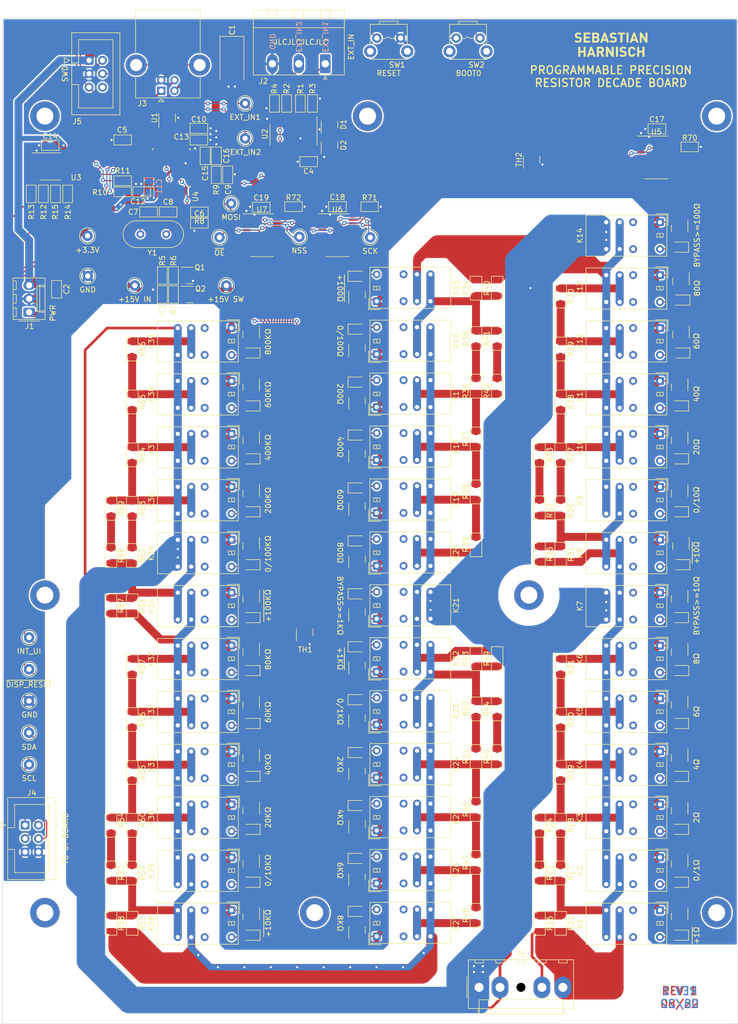
<source format=kicad_pcb>
(kicad_pcb (version 20221018) (generator pcbnew)
  (layers (0 "F.Cu" signal) (31 "B.Cu" signal) (34 "B.Paste" user) (35 "F.Paste" user) (36 "B.SilkS" user "B.Silkscreen") (37 "F.SilkS" user "F.Silkscreen") (38 "B.Mask" user) (39 "F.Mask" user) (44 "Edge.Cuts" user))
  (net 0 "")
  (net 1 "+3.3V")
  (net 2 "GND")
  (net 3 "Net-(J1-Pin_1)")
  (net 4 "Net-(U4-PF0-OSC_IN)")
  (net 5 "Net-(U4-PF1-OSC_OUT)")
  (net 6 "Net-(D1-K-Pad3)")
  (net 7 "Net-(D2-K-Pad3)")
  (net 8 "Net-(D3-K)")
  (net 9 "Net-(D4-K)")
  (net 10 "Net-(D5-K)")
  (net 11 "Net-(D6-K)")
  (net 12 "Net-(D7-K)")
  (net 13 "Net-(D8-K)")
  (net 14 "Net-(D9-K)")
  (net 15 "Net-(D10-K)")
  (net 16 "Net-(D11-K)")
  (net 17 "Net-(D12-K)")
  (net 18 "/RLY_PWR")
  (net 19 "/I2C1_SDA")
  (net 20 "/I2C1_SCL")
  (net 21 "/~{INT_UI}")
  (net 22 "/resistor_decades/RES1_A")
  (net 23 "/resistor_decades/RES1_B")
  (net 24 "/VBUS")
  (net 25 "/RLY_SPI3_MOSI")
  (net 26 "/RLY_SPI3_SCK")
  (net 27 "Net-(D13-K)")
  (net 28 "/USB_D-")
  (net 29 "/USB_D+")
  (net 30 "/SWDIO")
  (net 31 "/SWCLK")
  (net 32 "/RLY_SPI3_NSS")
  (net 33 "Net-(D14-K)")
  (net 34 "Net-(D15-K)")
  (net 35 "Net-(D16-K)")
  (net 36 "/RESET")
  (net 37 "/EXT_IN1")
  (net 38 "/EXT_IN2")
  (net 39 "+15V")
  (net 40 "/~{DISP_RESET}")
  (net 41 "/ADC_TEMP1")
  (net 42 "/ADC_TEMP2")
  (net 43 "Net-(D17-K)")
  (net 44 "Net-(D18-K)")
  (net 59 "Net-(D35-K)")
  (net 60 "Net-(D36-K)")
  (net 61 "Net-(D37-K)")
  (net 62 "Net-(D38-K)")
  (net 63 "Net-(D39-K)")
  (net 64 "Net-(D40-K)")
  (net 65 "Net-(D41-K)")
  (net 66 "Net-(D42-K)")
  (net 67 "Net-(D43-K)")
  (net 68 "Net-(D44-K)")
  (net 69 "Net-(D45-K)")
  (net 70 "Net-(D46-K)")
  (net 71 "Net-(D47-K)")
  (net 72 "Net-(D48-K)")
  (net 73 "Net-(D49-K)")
  (net 74 "Net-(D50-K)")
  (net 88 "Net-(D67-K)")
  (net 89 "Net-(D68-K)")
  (net 90 "Net-(D69-K)")
  (net 91 "Net-(D70-K)")
  (net 92 "Net-(D71-K)")
  (net 100 "Net-(D72-K)")
  (net 102 "Net-(K1-Pad5)")
  (net 105 "Net-(K2-Pad5)")
  (net 108 "Net-(K3-Pad4)")
  (net 111 "Net-(K4-Pad4)")
  (net 114 "Net-(K5-Pad4)")
  (net 117 "Net-(K6-Pad4)")
  (net 122 "Net-(K8-Pad5)")
  (net 125 "Net-(K10-Pad5)")
  (net 128 "Net-(K10-Pad4)")
  (net 131 "Net-(K11-Pad4)")
  (net 134 "Net-(K12-Pad4)")
  (net 137 "Net-(K13-Pad4)")
  (net 142 "Net-(K15-Pad5)")
  (net 145 "Net-(K16-Pad5)")
  (net 148 "Net-(K17-Pad4)")
  (net 151 "Net-(K18-Pad4)")
  (net 154 "Net-(K19-Pad4)")
  (net 157 "Net-(K20-Pad4)")
  (net 162 "Net-(K22-Pad5)")
  (net 165 "Net-(K23-Pad5)")
  (net 168 "Net-(K24-Pad4)")
  (net 171 "Net-(K25-Pad4)")
  (net 174 "Net-(K26-Pad4)")
  (net 177 "Net-(K27-Pad4)")
  (net 180 "Net-(K28-Pad5)")
  (net 183 "Net-(K29-Pad5)")
  (net 186 "Net-(K30-Pad4)")
  (net 189 "Net-(K31-Pad4)")
  (net 192 "Net-(K32-Pad4)")
  (net 195 "Net-(K33-Pad4)")
  (net 198 "Net-(K34-Pad5)")
  (net 203 "Net-(K36-Pad4)")
  (net 206 "Net-(K37-Pad4)")
  (net 209 "Net-(K38-Pad4)")
  (net 212 "Net-(K39-Pad4)")
  (net 214 "Net-(D73-K)")
  (net 215 "Net-(D74-K)")
  (net 216 "Net-(D75-K)")
  (net 217 "Net-(D76-K)")
  (net 218 "Net-(D77-K)")
  (net 219 "Net-(D78-K)")
  (net 220 "Net-(D79-K)")
  (net 221 "Net-(D80-K)")
  (net 222 "Net-(D81-K)")
  (net 223 "Net-(D82-K)")
  (net 224 "Net-(R10-Pad1)")
  (net 226 "Net-(R17-Pad1)")
  (net 227 "Net-(R23-Pad1)")
  (net 228 "Net-(R32-Pad1)")
  (net 229 "Net-(R41-Pad1)")
  (net 230 "Net-(R50-Pad1)")
  (net 231 "Net-(R59-Pad1)")
  (net 232 "Net-(R68-Pad1)")
  (net 235 "/resistor_decades/SDOB")
  (net 236 "/resistor_decades/SDOC")
  (net 237 "/~{RLY_OE}")
  (net 240 "Net-(R26-Pad1)")
  (net 242 "Net-(R35-Pad1)")
  (net 244 "Net-(R44-Pad1)")
  (net 246 "Net-(R53-Pad1)")
  (net 248 "Net-(R62-Pad1)")
  (net 249 "/resistor_decades/relay_driver/SDO")
  (net 250 "/resistor_decades/OUTA0")
  (net 251 "/resistor_decades/OUTA1")
  (net 252 "/resistor_decades/OUTA2")
  (net 253 "/resistor_decades/OUTA3")
  (net 254 "/resistor_decades/OUTA4")
  (net 255 "/resistor_decades/OUTA5")
  (net 257 "/resistor_decades/OUTA6")
  (net 258 "/resistor_decades/OUTA7")
  (net 259 "/resistor_decades/OUTA8")
  (net 260 "/resistor_decades/OUTA9")
  (net 261 "/resistor_decades/OUTA10")
  (net 262 "/resistor_decades/OUTA11")
  (net 263 "/resistor_decades/OUTA12")
  (net 264 "/resistor_decades/OUTA13")
  (net 265 "/resistor_decades/OUTB3")
  (net 266 "/resistor_decades/OUTB4")
  (net 267 "/resistor_decades/OUTB5")
  (net 268 "/resistor_decades/OUTB6")
  (net 269 "/resistor_decades/OUTB7")
  (net 270 "/resistor_decades/OUTB8")
  (net 271 "/resistor_decades/OUTB9")
  (net 272 "/resistor_decades/OUTB10")
  (net 273 "/resistor_decades/OUTB11")
  (net 275 "/resistor_decades/OUTB12")
  (net 276 "/resistor_decades/OUTB13")
  (net 277 "/resistor_decades/OUTB14")
  (net 278 "/resistor_decades/OUTB15")
  (net 279 "/resistor_decades/OUTC0")
  (net 280 "/resistor_decades/OUTC1")
  (net 281 "/resistor_decades/OUTC2")
  (net 282 "/resistor_decades/OUTC3")
  (net 283 "/resistor_decades/OUTC4")
  (net 288 "/resistor_decades/OUTC5")
  (net 289 "/resistor_decades/OUTC10")
  (net 290 "/resistor_decades/OUTC11")
  (net 292 "/resistor_decades/OUTC6")
  (net 293 "/resistor_decades/OUTC7")
  (net 294 "/resistor_decades/OUTC8")
  (net 295 "/resistor_decades/OUTC9")
  (net 297 "Net-(U2-Pad2)")
  (net 298 "Net-(U2-Pad6)")
  (net 301 "Net-(J2-Pin_1)")
  (net 302 "Net-(J2-Pin_2)")
  (net 303 "Net-(J3-D-)")
  (net 304 "Net-(J3-D+)")
  (net 305 "unconnected-(J3-Shield-Pad5)")
  (net 307 "Net-(Q1-G)")
  (net 308 "Net-(Q1-D)")
  (net 309 "Net-(U4-PB8-BOOT0)")
  (net 310 "Net-(U3-SDA)")
  (net 311 "Net-(U3-SCL)")
  (net 312 "Net-(U5-R-EXT)")
  (net 313 "Net-(U6-R-EXT)")
  (net 314 "Net-(U7-R-EXT)")
  (footprint "Connector_IDC:IDC-Header_2x03_P2.54mm_Vertical" (layer "F.Cu") (at 34.2475 182.455)
    (fp_text reference "J4")
    (fp_text value "UI")
  )
  (footprint "LED_SMD:LED_0805_2012Metric" (layer "F.Cu") (at 158 103.25 180)
    (fp_text reference "D7" hide)
    (fp_text value "LED")
  )
  (footprint "MountingHole:MountingHole_3.2mm_M3_DIN965_Pad" (layer "F.Cu") (at 129.5 139)
    (fp_text reference "H6" hide)
    (fp_text value "M3")
  )
  (footprint "LED_SMD:LED_0805_2012Metric" (layer "F.Cu") (at 158 183.25 180)
    (fp_text reference "D14" hide)
    (fp_text value "LED")
  )
  (footprint "01_Sebastian:R_1206_3216Metric_Box" (layer "F.Cu") (at 135.5 82.5 -90)
    (fp_text reference "R30")
    (fp_text value "20")
  )
  (footprint "Package_TO_SOT_SMD:SOT-23" (layer "F.Cu") (at 130 56.7 90)
    (fp_text reference "TH2")
    (fp_text value "KTY82")
  )
  (footprint "01_Sebastian:JTP1236" (layer "F.Cu") (at 118 35 180)
    (fp_text reference "SW2")
    (fp_text value "JTP1236")
  )
  (footprint "01_Sebastian:Relay_DPDT_Kemet_EC2" (layer "F.Cu") (at 100.7225 123.4675 90)
    (fp_text reference "K19")
    (fp_text value "EC2-12NU")
  )
  (footprint "01_Sebastian:Relay_DPDT_Kemet_EC2" (layer "F.Cu") (at 100.7225 183.4675 90)
    (fp_text reference "K25")
    (fp_text value "EC2-12NU")
  )
  (footprint "01_Sebastian:Relay_DPDT_Kemet_EC2" (layer "F.Cu") (at 73.2775 158.5325 -90)
    (fp_text reference "K32")
    (fp_text value "EC2-12NU")
  )
  (footprint "LED_SMD:LED_0805_2012Metric" (layer "F.Cu") (at 77 183.25 180)
    (fp_text reference "D76" hide)
    (fp_text value "LED")
  )
  (footprint "LED_SMD:LED_0805_2012Metric" (layer "F.Cu") (at 97 188.75)
    (fp_text reference "D39" hide)
    (fp_text value "LED")
  )
  (footprint "TestPoint:TestPoint_Loop_D1.80mm_Drill1.0mm_Beaded" (layer "F.Cu") (at 71 71.4)
    (fp_text reference "TP15" hide)
    (fp_text value "~{OE}")
  )
  (footprint "LED_SMD:LED_0805_2012Metric" (layer "F.Cu") (at 158.05 153.245 180)
    (fp_text reference "D11" hide)
    (fp_text value "LED")
  )
  (footprint "LED_SMD:LED_0805_2012Metric" (layer "F.Cu") (at 97 158.75)
    (fp_text reference "D42" hide)
    (fp_text value "LED")
  )
  (footprint "01_Sebastian:R_1206_3216Metric_Box" (layer "F.Cu") (at 54.5 112.5 -90)
    (fp_text reference "R64")
    (fp_text value "200k")
  )
  (footprint "01_Sebastian:R_1206_3216Metric_Box" (layer "F.Cu") (at 50.5 122.6 -90)
    (fp_text reference "R69")
    (fp_text value "200k")
  )
  (footprint "01_Sebastian:Relay_DPDT_Kemet_EC2" (layer "F.Cu") (at 154.2775 198.5325 -90)
    (fp_text reference "K1")
    (fp_text value "EC2-12NU")
  )
  (footprint "01_Sebastian:C_0805_2012Metric_Box" (layer "F.Cu") (at 39 54)
    (fp_text reference "C14")
    (fp_text value "100n")
  )
  (footprint "01_Sebastian:R_1206_3216Metric_Box" (layer "F.Cu") (at 54.5 172.5 -90)
    (fp_text reference "R55")
    (fp_text value "20k")
  )
  (footprint "01_Sebastian:Relay_DPDT_Kemet_EC2" (layer "F.Cu") (at 73.2775 198.5325 -90)
    (fp_text reference "K28")
    (fp_text value "EC2-12NU")
  )
  (footprint "Package_TO_SOT_SMD:SOT-23" (layer "F.Cu") (at 158 149.75 -90)
    (fp_text reference "D27" hide)
    (fp_text value "BAV99")
  )
  (footprint "TestPoint:TestPoint_Loop_D1.80mm_Drill1.0mm_Beaded" (layer "F.Cu") (at 72.3 80.5)
    (fp_text reference "TP10" hide)
    (fp_text value "+15V SW")
  )
  (footprint "01_Sebastian:R_1206_3216Metric_Box" (layer "F.Cu") (at 50.5 201 -90)
    (fp_text reference "R58")
    (fp_text value "20k")
  )
  (footprint "01_Sebastian:Relay_DPDT_Kemet_EC2" (layer "F.Cu") (at 73.2775 178.5325 -90)
    (fp_text reference "K30")
    (fp_text value "EC2-12NU")
  )
  (footprint "LED_SMD:LED_0805_2012Metric" (layer "F.Cu") (at 97 138.75)
    (fp_text reference "D49" hide)
    (fp_text value "LED")
  )
  (footprint "01_Sebastian:R_1206_3216Metric_Box" (layer "F.Cu") (at 54.5 141 -90)
    (fp_text reference "R61")
    (fp_text value "200k")
  )
  (footprint "01_Sebastian:R_1206_3216Metric_Box" (layer "F.Cu") (at 131.5 131.25 -90)
    (fp_text reference "R25")
    (fp_text value "20")
  )
  (footprint "01_Sebastian:Relay_DPDT_Kemet_EC2" (layer "F.Cu") (at 73.2775 168.5325 -90)
    (fp_text reference "K31")
    (fp_text value "EC2-12NU")
  )
  (footprint "01_Sebastian:C_0805_2012Metric_Box" (layer "F.Cu") (at 78.9 65.7)
    (fp_text reference "C19")
    (fp_text value "100n")
  )
  (footprint "LED_SMD:LED_0805_2012Metric" (layer "F.Cu") (at 158 143.25 180)
    (fp_text reference "D3" hide)
    (fp_text value "LED")
  )
  (footprint "01_Sebastian:R_1206_3216Metric_Box" (layer "F.Cu") (at 54.5 92.5 -90)
    (fp_text reference "R66")
    (fp_text value "200k")
  )
  (footprint "01_Sebastian:Relay_DPDT_Kemet_EC2" (layer "F.Cu") (at 73.2775 148.5325 -90)
    (fp_text reference "K33")
    (fp_text value "EC2-12NU")
  )
  (footprint "01_Sebastian:R_1206_3216Metric_Box" (layer "F.Cu") (at 135.5 152.5 90)
    (fp_text reference "R21")
    (fp_text value "2")
  )
  (footprint "01_Sebastian:R_0805_2012Metric_Box" (layer "F.Cu") (at 52.7 62.8)
    (fp_text reference "R10")
    (fp_text value "10k")
  )
  (footprint "01_Sebastian:Relay_DPDT_Kemet_EC2" (layer "F.Cu") (at 154.2775 88.5325 -90)
    (fp_text reference "K12")
    (fp_text value "EC2-12NU")
  )
  (footprint "01_Sebastian:R_0805_2012Metric_Box" (layer "F.Cu") (at 81.4 46.1 -90)
    (fp_text reference "R4")
    (fp_text value "100k")
  )
  (footprint "01_Sebastian:R_0805_2012Metric_Box" (layer "F.Cu") (at 88.6 46.1 90)
    (fp_text reference "R3")
    (fp_text value "100k")
  )
  (footprint "01_Sebastian:Relay_DPDT_Kemet_EC2" (layer "F.Cu") (at 100.7225 173.4675 90)
    (fp_text reference "K24")
    (fp_text value "EC2-12NU")
  )
  (footprint "01_Sebastian:C_0805_2012Metric_Box" (layer "F.Cu") (at 67.1 50.8)
    (fp_text reference "C10")
    (fp_text value "4.7u")
  )
  (footprint "01_Sebastian:C_0805_2012Metric_Box" (layer "F.Cu") (at 72.55 59.6 90)
    (fp_text reference "C9")
    (fp_text value "100n")
  )
  (footprint "01_Sebastian:JTP1236" (layer "F.Cu") (at 103 35 180)
    (fp_text reference "SW1")
    (fp_text value "JTP1236")
  )
  (footprint "LED_SMD:LED_0805_2012Metric" (layer "F.Cu") (at 158 123.25 180)
    (fp_text reference "D5" hide)
    (fp_text value "LED")
  )
  (footprint "Package_TO_SOT_SMD:SOT-23" (layer "F.Cu") (at 77 169.75 -90)
    (fp_text reference "D91" hide)
    (fp_text value "BAV99")
  )
  (footprint "TestPoint:TestPoint_Loop_D1.80mm_Drill1.0mm_Beaded" (layer "F.Cu") (at 46.05 71.1)
    (fp_text reference "TP4" hide)
    (fp_text value "+3.3V")
  )
  (footprint "01_Sebastian:R_1206_3216Metric_Box" (layer "F.Cu") (at 123.5 151 90)
    (fp_text reference "R49")
    (fp_text value "2k")
  )
  (footprint "TestPoint:TestPoint_Loop_D1.80mm_Drill1.0mm_Beaded" (layer "F.Cu") (at 35 165)
    (fp_text reference "TP11" hide)
    (fp_text value "SDA")
  )
  (footprint "01_Sebastian:R_0805_2012Metric_Box" (layer "F.Cu") (at 83.7 46.1 -90)
    (fp_text reference "R2")
    (fp_text value "2.2k")
  )
  (footprint "01_Sebastian:R_1206_3216Metric_Box" (layer "F.Cu") (at 54.5 182.5 -90)
    (fp_text reference "R60")
    (fp_text value "20k")
  )
  (footprint "Package_TO_SOT_SMD:SOT-23" (layer "F.Cu") (at 77 149.75 -90)
    (fp_text reference "D84" hide)
    (fp_text value "BAV99")
  )
  (footprint "Package_TO_SOT_SMD:SOT-23" (layer "F.Cu") (at 158 99.75 -90)
    (fp_text reference "D23" hide)
    (fp_text value "BAV99")
  )
  (footprint "01_Sebastian:R_0805_2012Metric_Box" (layer "F.Cu") (at 60.2 78.6 -90)
    (fp_text reference "R5")
    (fp_text value "1k")
  )
  (footprint "01_Sebastian:R_0805_2012Metric_Box" (layer "F.Cu") (at 40 63.1875 -90)
    (fp_text reference "R15")
    (fp_text value "2.2k")
  )
  (footprint "01_Sebastian:Relay_DPDT_Kemet_EC2" (layer "F.Cu") (at 100.7225 103.4675 90)
    (fp_text reference "K17")
    (fp_text value "EC2-12NU")
  )
  (footprint "01_Sebastian:C_0805_2012Metric_Box" (layer "F.Cu") (at 52.7 53 180)
    (fp_text reference "C5")
    (fp_text value "100n")
  )
  (footprint "01_Sebastian:R_1206_3216Metric_Box" (layer "F.Cu") (at 135.5 92.5 -90)
    (fp_text reference "R29")
    (fp_text value "20")
  )
  (footprint "Package_TO_SOT_SMD:SOT-23" (layer "F.Cu") (at 65.4 82.2)
    (fp_text reference "Q2")
    (fp_text value "TSM3401")
  )
  (footprint "01_Sebastian:R_1206_3216Metric_Box" (layer "F.Cu") (at 135.5 201 -90)
    (fp_text reference "R22")
    (fp_text value "2")
  )
  (footprint "Package_TO_SOT_SMD:SOT-23" (layer "F.Cu") (at 158 119.75 -90)
    (fp_text reference "D21" hide)
    (fp_text value "BAV99")
  )
  (footprint "LED_SMD:LED_0805_2012Metric" (layer "F.Cu") (at 158.25 93.25 180)
    (fp_text reference "D8" hide)
    (fp_text value "LED")
  )
  (footprint "Connector_USB:USB_B_Lumberg_2411_02_Horizontal" (layer "F.Cu") (at 60 43.7 90)
    (fp_text reference "J3")
    (fp_text value "USB_B")
  )
  (footprint "01_Sebastian:Relay_DPDT_Kemet_EC2" (layer "F.Cu") (at 154.2775 158.5325 -90)
    (fp_text reference "K5")
    (fp_text value "EC2-12NU")
  )
  (footprint "01_Sebastian:Relay_DPDT_Kemet_EC2" (layer "F.Cu") (at 73.2775 138.5325 -90)
    (fp_text reference "K34")
    (fp_text value "EC2-12NU")
  )
  (footprint "Package_TO_SOT_SMD:SOT-23" (layer "F.Cu") (at 97 202.25 90)
    (fp_text reference "D54" hide)
    (fp_text value "BAV99")
  )
  (footprint "01_Sebastian:R_1206_3216Metric_Box" (layer "F.Cu") (at 135.5 162.5 90)
    (fp_text reference "R20")
    (fp_text value "2")
  )
  (footprint "01_Sebastian:R_1206_3216Metric_Box" (layer "F.Cu") (at 119.5 199.5 90)
    (fp_text reference "R48")
    (fp_text value "2k")
  )
  (footprint "01_Sebastian:R_0805_2012Metric_Box" (layer "F.Cu") (at 85 65.6)
    (fp_text reference "R72")
    (fp_text value "1.5k")
  )
  (footprint "01_Sebastian:R_1206_3216Metric_Box" (layer "F.Cu") (at 50.5 131.5 -90)
    (fp_text reference "R68")
    (fp_text value "200k")
  )
  (footprint "LED_SMD:LED_0805_2012Metric" (layer "F.Cu") (at 158 173.25 180)
    (fp_text reference "D13" hide)
    (fp_text value "LED")
  )
  (footprint "LED_SMD:LED_0805_2012Metric" (layer "F.Cu") (at 77 173.25 180)
    (fp_text reference "D75" hide)
    (fp_text value "LED")
  )
  (footprint "MountingHole:MountingHole_3.2mm_M3_DIN965_Pad" (layer "F.Cu") (at 38 199)
    (fp_text reference "H4" hide)
    (fp_text value "M3")
  )
  (footprint "01_Sebastian:Relay_DPDT_Kemet_EC2" (layer "F.Cu") (at 73.2775 118.5325 -90)
    (fp_text reference "K36")
    (fp_text value "EC2-12NU")
  )
  (footprint "01_Sebastian:Relay_DPDT_Kemet_EC2" (layer "F.Cu") (at 100.7225 113.4675 90)
    (fp_text reference "K18")
    (fp_text value "EC2-12NU")
  )
  (footprint "Package_TO_SOT_SMD:SOT-23" (layer "F.Cu") (at 97 172.25 90)
    (fp_text reference "D57" hide)
    (fp_text value "BAV99")
  )
  (footprint "LED_SMD:LED_0805_2012Metric" (layer "F.Cu") (at 77 163.25 180)
    (fp_text reference "D67" hide)
    (fp_text value "LED")
  )
  (footprint "Package_TO_SOT_SMD:SOT-23" (layer "F.Cu") (at 158 179.75 -90)
    (fp_text reference "D30" hide)
    (fp_text value "BAV99")
  )
  (footprint "01_Sebastian:C_0805_2012Metric_Box" (layer "F.Cu") (at 61.3 66.6 180)
    (fp_text reference "C8")
    (fp_text value "27p")
  )
  (footprint "01_Sebastian:C_0805_2012Metric_Box" (layer "F.Cu") (at 87.85 57.1 180)
    (fp_text reference "C4")
    (fp_text value "100n")
  )
  (footprint "01_Sebastian:R_0805_2012Metric_Box" (layer "F.Cu") (at 62.3 78.6 -90)
    (fp_text reference "R6")
    (fp_text value "100k")
  )
  (footprint "TestPoint:TestPoint_Loop_D1.80mm_Drill1.0mm_Beaded" (layer "F.Cu") (at 35 171)
    (fp_text reference "TP8" hide)
    (fp_text value "SCL")
  )
  (footprint "01_Sebastian:Relay_DPDT_Kemet_EC2" (layer "F.Cu") (at 73.2775 188.565 -90)
    (fp_text reference "K29")
    (fp_text value "EC2-12NU")
  )
  (footprint "Package_QFP:LQFP-32_7x7mm_P0.8mm" (layer "F.Cu") (at 61.9 58.3 90)
    (fp_text reference "U4")
    (fp_text value "STM32G441KB")
  )
  (footprint "LED_SMD:LED_0805_2012Metric" (layer "F.Cu") (at 158 193.25 180)
    (fp_text reference "D15" hide)
    (fp_text value "LED")
  )
  (footprint "01_Sebastian:R_1206_3216Metric_Box" (layer "F.Cu") (at 135.5 112.5 -90)
    (fp_text reference "R27")
    (fp_text value "20")
  )
  (footprint "TestPoint:TestPoint_Loop_D1.80mm_Drill1.0mm_Beaded" (layer "F.Cu") (at 35 159)
    (fp_text reference "TP2" hide)
    (fp_text value "GND")
  )
  (footprint "01_Sebastian:R_1206_3216Metric_Box" (layer "F.Cu") (at 54.5 152.5 -90)
    (fp_text reference "R57")
    (fp_text value "20k")
  )
  (footprint "01_Sebastian:Relay_DPDT_Kemet_EC2" (layer "F.Cu") (at 154.2775 128.5325 -90)
    (fp_text reference "K8")
    (fp_text value "EC2-12NU")
  )
  (footprint "Package_SO:SO-8_3.9x4.9mm_P1.27mm" (layer "F.Cu") (at 39 58)
    (fp_text reference "U3")
    (fp_text value "24C32")
  )
  (footprint "01_Sebastian:R_1206_3216Metric_Box" (layer "F.Cu") (at 54.5 131.5 -90)
    (fp_text reference "R62")
    (fp_text value "200k")
  )
  (footprint "Package_TO_SOT_SMD:SOT-23" (layer "F.Cu") (at 97 92.25 90)
    (fp_text reference "D60" hide)
    (fp_text value "BAV99")
  )
  (footprint "Package_TO_SOT_SMD:SOT-23" (layer "F.Cu") (at 91.8 50.05 90)
    (fp_text reference "D1")
    (fp_text value "BAV99")
  )
  (footprint "LED_SMD:LED_0805_2012Metric" (layer "F.Cu") (at 97 88.75)
    (fp_text reference "D44" hide)
    (fp_text value "LED")
  )
  (footprint "Connector_Molex:Molex_KK-396_A-41791-0005_1x05_P3.96mm_Vertical" (layer "F.Cu") (at 120.08 213.105)
    (fp_text reference "J6")
    (fp_text value "RES1")
  )
  (footprint "TestPoint:TestPoint_Loop_D1.80mm_Drill1.0mm_Beaded" (layer "F.Cu") (at 35 147)
    (fp_text reference "TP9" hide)
    (fp_text value "INT_UI")
  )
  (footprint "LED_SMD:LED_0805_2012Metric" (layer "F.Cu") (at 158 163.25 180)
    (fp_text reference "D12" hide)
    (fp_text value "LED")
  )
  (footprint "01_Sebastian:C_0805_2012Metric_Box" (layer "F.Cu") (at 67.2 68.7 180)
    (fp_text reference "C6")
    (fp_text value "100n")
  )
  (footprint "01_Sebastian:C_0805_2012Metric_Box" (layer "F.Cu") (at 56.3 62.8 180)
    (fp_text reference "C12")
    (fp_text value "100n")
  )
  (footprint "01_Sebastian:Relay_DPDT_Kemet_EC2" (layer "F.Cu") (at 73.2775 98.5325 -90)
    (fp_text reference "K38")
    (fp_text value "EC2-12NU")
  )
  (footprint "LED_SMD:LED_0805_2012Metric" (layer "F.Cu") (at 158 203.25 180)
    (fp_text reference "D16" hide)
    (fp_text value "LED")
  )
  (footprint "LED_SMD:LED_0805_2012Metric" (layer "F.Cu") (at 77 153.25 180)
    (fp_text reference "D68" hide)
    (fp_text value "LED")
  )
  (footprint "Package_TO_SOT_SMD:SOT-23" (layer "F.Cu") (at 65.4 78.6)
    (fp_text reference "Q1")
    (fp_text value "BSS138")
  )
  (footprint "Package_TO_SOT_SMD:SOT-23" (layer "F.Cu") (at 77 89.75 -90)
    (fp_text reference "D90" hide)
    (fp_text value "BAV99")
  )
  (footprint "Package_TO_SOT_SMD:SOT-23" (layer "F.Cu") (at 77 99.75 -90)
    (fp_text reference "D89" hide)
    (fp_text value "BAV99")
  )
  (footprint "Package_TO_SOT_SMD:SOT-23" (layer "F.Cu") (at 97 82.25 90)
    (fp_text reference "D59" hide)
    (fp_text value "BAV99")
  )
  (footprint "LED_SMD:LED_0805_2012Metric" (layer "F.Cu") (at 97 118.75)
    (fp_text reference "D47" hide)
    (fp_text value "LED")
  )
  (footprint "LED_SMD:LED_0805_2012Metric" (layer "F.Cu") (at 158.25 83.25 180)
    (fp_text reference "D9" hide)
    (fp_text value "LED")
  )
  (footprint "Package_TO_SOT_SMD:SOT-23" (layer "F.Cu") (at 97 182.25 90)
    (fp_text reference "D56" hide)
    (fp_text value "BAV99")
  )
  (footprint "01_Sebastian:R_1206_3216Metric_Box" (layer "F.Cu") (at 119.5 81 90)
    (fp_text reference "R34")
    (fp_text value "200")
  )
  (footprint "01_Sebastian:R_1206_3216Metric_Box" (layer "F.Cu") (at 54.5 102.5 -90)
    (fp_text reference "R65")
    (fp_text value "200k")
  )
  (footprint "01_Sebastian:Relay_DPDT_Kemet_EC2" (layer "F.Cu") (at 154.2775 118.5325 -90)
    (fp_text reference "K9")
    (fp_text value "EC2-12NU")
  )
  (footprint "01_Sebastian:Relay_DPDT_Kemet_EC2" (layer "F.Cu") (at 100.7225 93.4675 90)
    (fp_text reference "K16")
    (fp_text value "EC2-12NU")
  )
  (footprint "01_Sebastian:R_1206_3216Metric_Box" (layer "F.Cu") (at 131.5 201 -90)
    (fp_text reference "R16")
    (fp_text value "2")
  )
  (footprint "01_Sebastian:R_1206_3216Metric_Box" (layer "F.Cu") (at 54.5 162.5 -90)
    (fp_text reference "R56")
    (fp_text value "20k")
  )
  (footprint "Package_TO_SOT_SMD:SOT-23" (layer "F.Cu") (at 158.25 79.75 -90)
    (fp_text reference "D25" hide)
    (fp_text value "BAV99")
  )
  (footprint "LED_SMD:LED_0805_2012Metric" (layer "F.Cu") (at 97 98.75)
    (fp_text reference "D45" hide)
    (fp_text value "LED")
  )
  (footprint "Package_SO:SOIC-14_3.9x8.7mm_P1.27mm" (layer "F.Cu") (at 85 52 -90)
    (fp_text reference "U2")
    (fp_text value "74HC14")
  )
  (footprint "LED_SMD:LED_0805_2012Metric" (layer "F.Cu") (at 158 73.25 180)
    (fp_text reference "D10" hide)
    (fp_text value "LED")
  )
  (footprint "01_Sebastian:R_1206_3216Metric_Box" (layer "F.Cu") (at 54.5 191.5 -90)
    (fp_text reference "R59")
    (fp_text value "20k")
  )
  (footprint "01_Sebastian:Relay_DPDT_Kemet_EC2" (layer "F.Cu") (at 154.2775 108.5325 -90)
    (fp_text reference "K10")
    (fp_text value "EC2-12NU")
  )
  (footprint "01_Sebastian:Relay_DPDT_Kemet_EC2" (layer "F.Cu") (at 73.2775 88.5325 -90)
    (fp_text reference "K39")
    (fp_text value "EC2-12NU")
  )
  (footprint "01_Sebastian:C_0805_2012Metric_Box" (layer "F.Cu") (at 153.7 50.9)
    (fp_text reference "C17")
    (fp_text value "100n")
  )
  (footprint "Package_TO_SOT_SMD:SOT-23-6" (layer "F.Cu") (at 61.1 48.8 90)
    (fp_text reference "U1")
    (fp_text value "USBLC6-2SC6")
  )
  (footprint "LED_SMD:LED_0805_2012Metric" (layer "F.Cu") (at 77 103.25 180)
    (fp_text reference "D73" hide)
    (fp_text value "LED")
  )
  (footprint "01_Sebastian:R_0805_2012Metric_Box" (layer "F.Cu") (at 52.7 60.7)
    (fp_text reference "R11")
    (fp_text value "10k")
  )
  (footprint "01_Sebastian:Relay_DPDT_Kemet_EC2" (layer "F.Cu") (at 154.2775 68.5325 -90)
    (fp_text reference "K14")
    (fp_text value "EC2-12NU")
  )
  (footprint "01_Sebastian:Relay_DPDT_Kemet_EC2" (layer "F.Cu") (at 100.7225 203.4675 90)
    (fp_text reference "K27")
    (fp_text value "EC2-12NU")
  )
  (footprint "LED_SMD:LED_0805_2012Metric" (layer "F.Cu") (at 97 128.75)
    (fp_text reference "D48" hide)
    (fp_text value "LED")
  )
  (footprint "01_Sebastian:R_1206_3216Metric_Box" (layer "F.Cu") (at 119.5 179.5 90)
    (fp_text reference "R46")
    (fp_text value "2k")
  )
  (footprint "01_Sebastian:R_0805_2012Metric_Box" (layer "F.Cu") (at 159.9 54.3)
    (fp_text reference "R70")
    (fp_text value "1.5k")
  )
  (footprint "Package_TO_SOT_SMD:SOT-23" (layer "F.Cu") (at 97 102.25 90)
    (fp_text reference "D61" hide)
    (fp_text value "BAV99")
  )
  (footprint "Package_TO_SOT_SMD:SOT-23" (layer "F.Cu") (at 158 199.75 -90)
    (fp_text reference "D32" hide)
    (fp_text value "BAV99")
  )
  (footprint "01_Sebastian:Relay_DPDT_Kemet_EC2" (layer "F.Cu") (at 100.7225 133.4675 90)
    (fp_text reference "K20")
    (fp_text value "EC2-12NU")
  )
  (footprint "01_Sebastian:R_1206_3216Metric_Box" (layer "F.Cu") (at 119.5 169.5 90)
    (fp_text reference "R51")
    (fp_text value "2k")
  )
  (footprint "01_Sebastian:R_1206_3216Metric_Box" (layer "F.Cu") (at 135.5 122.5 -90)
    (fp_text reference "R26")
    (fp_text value "20")
  )
  (footprint "Package_TO_SOT_SMD:SOT-23" (layer "F.Cu") (at 77 129.75 -90)
    (fp_text reference "D86" hide)
    (fp_text value "BAV99")
  )
  (footprint "01_Sebastian:R_1206_3216Metric_Box" (layer "F.Cu") (at 131.5 122.5 -90)
    (fp_text reference "R32")
    (fp_text value "20")
  )
  (footprint "01_Sebastian:R_1206_3216Metric_Box" (layer "F.Cu") (at 54.5 201 -90)
    (fp_text reference "R52")
    (fp_text value "20k")
  )
  (footprint "Package_TO_SOT_SMD:SOT-23" (layer "F.Cu") (at 97 152.25 90)
    (fp_text reference "D66" hide)
    (fp_text value "BAV99")
  )
  (footprint "01_Sebastian:Relay_DPDT_Kemet_EC2" (layer "F.Cu") (at 73.2775 128.5325 -90)
    (fp_text reference "K35")
    (fp_text value "EC2-12NU")
  )
  (footprint "Package_TO_SOT_SMD:SOT-23" (layer "F.Cu") (at 158 69.75 -90)
    (fp_text reference "D26" hide)
    (fp_text value "BAV99")
  )
  (footprint "01_Sebastian:R_1206_3216Metric_Box" (layer "F.Cu") (at 50.46 141.0025 -90)
    (fp_text reference "R67")
    (fp_text value "200k")
  )
  (footprint "MountingHole:MountingHole_3.2mm_M3_DIN965_Pad" (layer "F.Cu") (at 99 48.5)
    (fp_text reference "H7" hide)
    (fp_text value "M3")
  )
  (footprint "01_Sebastian:R_0805_2012Metric_Box" (layer "F.Cu") (at 35.4 63.1875 -90)
    (fp_text reference "R13")
    (fp_text value "33")
  )
  (footprint "01_Sebastian:R_0805_2012Metric_Box" (layer "F.Cu") (at 99.4 65.6)
    (fp_text reference "R71")
    (fp_text value "1.5k")
  )
  (footprint "01_Sebastian:C_0805_2012Metric_Box" (layer "F.Cu") (at 67.1 53)
    (fp_text reference "C13")
    (fp_text value "100n")
  )
  (footprint "LED_SMD:LED_0805_2012Metric" (layer "F.Cu") (at 77 193.25 180)
    (fp_text reference "D77" hide)
    (fp_text value "LED")
  )
  (footprint "Package_TO_SOT_SMD:SOT-23" (layer "F.Cu") (at 97 112.25 90)
    (fp_text reference "D62" hide)
    (fp_text value "BAV99")
  )
  (footprint "01_Sebastian:R_1206_3216Metric_Box" (layer "F.Cu") (at 123.5 81 90)
    (fp_text reference "R40")
    (fp_text value "200")
  )
  (footprint "Connector_Phoenix_MSTB:PhoenixContact_MSTBA_2,5_3-G_1x03_P5.00mm_Horizontal" (layer "F.Cu") (at 91 38.6 180)
    (fp_text reference "J2")
    (fp_text value "Conn_01x03_Male")
  )
  (footprint "01_Sebastian:R_1206_3216Metric_Box" (layer "F.Cu") (at 119.5 160.5 90)
    (fp_text reference "R50")
    (fp_text value "2k")
  )
  (footprint "Connector_Molex:Molex_KK-254_AE-6410-03A_1x03_P2.54mm_Vertical" (layer "F.Cu") (at 35.02 85.54 90)
    (fp_text reference "J1")
    (fp_text value "PWR")
  )
  (footprint "Crystal:Crystal_HC49-4H_Vertical" (layer "F.Cu") (at 56.05 70.8)
    (fp_text reference "Y1")
    (fp_text value "16MHz")
  )
  (footprint "LED_SMD:LED_0805_2012Metric" (layer "F.Cu") (at 77 203.25 180)
    (fp_text reference "D78" hide)
    (fp_text value "LED")
  )
  (footprint "01_Sebastian:Relay_DPDT_Kemet_EC2" (layer "F.Cu") (at 154.2775 148.5325 -90)
    (fp_text reference "K6")
    (fp_text value "EC2-12NU")
  )
  (footprint "01_Sebastian:R_1206_3216Metric_Box" (layer "F.Cu") (at 54.5 122.6 -90)
    (fp_text reference "R63")
    (fp_text value "200k")
  )
  (footprint "Package_TO_SOT_SMD:SOT-23" (layer "F.Cu") (at 97 192.25 90)
    (fp_text reference "D55" hide)
    (fp_text value "BAV99")
  )
  (footprint "01_Sebastian:R_1206_3216Metric_Box" (layer "F.Cu") (at 50.5 191.5 -90)
    (fp_text reference "R53")
    (fp_text value "20k")
  )
  (footprint "01_Sebastian:R_1206_3216Metric_Box" (layer "F.Cu") (at 135.5 191.5 -90)
    (fp_text reference "R17")
    (fp_text value "2")
  )
  (footprint "TestPoint:TestPoint_Loop_D1.80mm_Drill1.0mm_Beaded" (layer "F.Cu") (at 55 80.5)
    (fp_text reference "TP3" hide)
    (fp_text value "+15V IN")
  )
  (footprint "01_Sebastian:Relay_DPDT_Kemet_EC2" (layer "F.Cu") (at 73.2775 108.5325 -90)
    (fp_text reference "K37")
    (fp_text value "EC2-12NU")
  )
  (footprint "01_Sebastian:R_1206_3216Metric_Box" (layer "F.Cu") (at 123.5 169.5 90)
    (fp_text reference "R45")
    (fp_text value "2k")
  )
  (footprint "Package_TO_SOT_SMD:SOT-23" (layer "F.Cu") (at 77 119.75 -90)
    (fp_text reference "D87" hide)
    (fp_text value "BAV99")
  )
  (footprint "LED_SMD:LED_0805_2012Metric" (layer "F.Cu") (at 158.25 133.25 180)
    (fp_text reference "D4" hide)
    (fp_text value "LED")
  )
  (footprint "01_Sebastian:R_0805_2012Metric_Box" (layer "F.Cu") (at 62.3 82.2 90)
    (fp_text reference "R7")
    (fp_text value "100k")
  )
  (footprint "Package_TO_SOT_SMD:SOT-23" (layer "F.Cu") (at 87.1 146 90)
    (fp_text reference "TH1")
    (fp_text value "KTY82")
  )
  (footprint "MountingHole:MountingHole_3.2mm_M3_DIN965_Pad" (layer "F.Cu") (at 38 48.5)
    (fp_text reference "H1" hide)
    (fp_text value "M3")
  )
  (footprint "LED_SMD:LED_0805_2012Metric" (layer "F.Cu") (at 77 123.25 180)
    (fp_text reference "D71" hide)
    (fp_text value "LED")
  )
  (footprint "Package_SO:TSSOP-24_4.4x7.8mm_P0.65mm" (layer "F.Cu") (at 153.6 56.3)
    (fp_text reference "U5")
    (fp_text value "STP16CP05")
  )
  (footprint "Package_TO_SOT_SMD:SOT-23" (layer "F.Cu") (at 97 122.25 90)
    (fp_text reference "D63" hide)
    (fp_text value "BAV99")
  )
  (footprint "01_Sebastian:R_1206_3216Metric_Box" (layer "F.Cu") (at 135.5 131.25 -90)
    (fp_text reference "R31")
    (fp_text value "20")
  )
  (footprint "01_Sebastian:R_1206_3216Metric_Box" (layer "F.Cu") (at 119.5 90.5 90)
    (fp_text reference "R35")
    (fp_text value "200")
  )
  (footprint "Package_TO_SOT_SMD:SOT-23" (layer "F.Cu") (at 97 132.25 90)
    (fp_text reference "D64" hide)
    (fp_text value "BAV99")
  )
  (footprint "MountingHole:MountingHole_3.2mm_M3_DIN965_Pad" (layer "F.Cu") (at 38 139)
    (fp_text reference "H2" hide)
    (fp_text value "M3")
  )
  (footprint "Package_TO_SOT_SMD:SOT-23" (layer "F.Cu") (at 77 139.75 -90)
    (fp_text reference "D85" hide)
    (fp_text value "BAV99")
  )
  (footprint "01_Sebastian:R_0805_2012Metric_Box" (layer "F.Cu") (at 42.3 63.1875 -90)
    (fp_text reference "R14")
    (fp_text value "2.2k")
  )
  (footprint "01_Sebastian:R_1206_3216Metric_Box" (layer "F.Cu") (at 119.5 119.5 90)
    (fp_text reference "R38")
    (fp_text value "200")
  )
  (footprint "LED_SMD:LED_0805_2012Metric" (layer "F.Cu") (at 97 178.75)
    (fp_text reference "D40" hide)
    (fp_text value "LED")
  )
  (footprint "Package_TO_SOT_SMD:SOT-23" (layer "F.Cu") (at 77 179.75 -90)
    (fp_text reference "D92" hide)
    (fp_text value "BAV99")
  )
  (footprint "TestPoint:TestPoint_Loop_D1.80mm_Drill1.0mm_Beaded" (layer "F.Cu") (at 86.1 71.3)
    (fp_text reference "TP14" hide)
    (fp_text value "NSS")
  )
  (footprint "01_Sebastian:R_1206_3216Metric_Box" (layer "F.Cu") (at 50.5 182.5 -90)
    (fp_text reference "R54")
    (fp_text value "20k")
  )
  (footprint "TestPoint:TestPoint_Loop_D1.80mm_Drill1.0mm_Beaded" (layer "F.Cu") (at 75.85 46.1)
    (fp_text reference "TP5" hide)
    (fp_text value "EXT_IN1")
  )
  (footprint "Package_TO_SOT_SMD:SOT-23" (layer "F.Cu") (at 91.8 53.95 90)
    (fp_text reference "D2")
    (fp_text value "BAV99")
  )
  (footprint "TestPoint:TestPoint_Loop_D1.80mm_Drill1.0mm_Beaded" (layer "F.Cu") (at 35 153)
    (fp_text reference "TP7" hide)
    (fp_text value "DISP_RESET")
  )
  (footprint "LED_SMD:LED_0805_2012Metric" (layer "F.Cu") (at 97 168.75)
    (fp_text reference "D41" hide)
    (fp_text value "LED")
  )
  (footprint "Package_TO_SOT_SMD:SOT-23" (layer "F.Cu") (at 158.25 89.75 -90)
    (fp_text reference "D24" hide)
    (fp_text value "BAV99")
  )
  (footprint "Package_SO:TSSOP-24_4.4x7.8mm_P0.65mm" (layer "F.Cu") (at 79 71)
    (fp_text reference "U7")
    (fp_text value "STP16CP05")
  )
  (footprint "01_Sebastian:R_1206_3216Metric_Box" (layer "F.Cu") (at 135.5 172.4625 90)
    (fp_text reference "R19")
    (fp_text value "2")
  )
  (footprint "Package_TO_SOT_SMD:SOT-23" (layer "F.Cu") (at 158 169.75 -90)
    (fp_text reference "D29" hide)
    (fp_text value "BAV99")
  )
  (footprint "Package_TO_SOT_SMD:SOT-23" (layer "F.Cu") (at 77 159.75 -90)
    (fp_text reference "D83" hide)
    (fp_text value "BAV99")
  )
  (footprint "LED_SMD:LED_0805_2012Metric" (layer "F.Cu") (at 97 78.75)
    (fp_text reference "D43" hide)
    (fp_text value "LED")
  )
  (footprint "01_Sebastian:R_0805_2012Metric_Box" (layer "F.Cu") (at 67.2 66.6 180)
    (fp_text reference "R8")
    (fp_text value "2.2k")
  )
  (footprint "01_Sebastian:C_0805_2012Metric_Box" (layer "F.Cu") (at 60.2 82.2 90)
    (fp_text reference "C3")
    (fp_text value "100n")
  )
  (footprint "01_Sebastian:R_1206_3216Metric_Box" (layer "F.Cu") (at 123.5 160.5 90)
    (fp_text reference "R44")
    (fp_text value "2k")
  )
  (footprint "TestPoint:TestPoint_Loop_D1.80mm_Drill1.0mm_Beaded" (layer "F.Cu") (at 46.1 78.7)
    (fp_text reference "TP1" hide)
    (fp_text value "GND")
  )
  (footprint "MountingHole:MountingHole_3.2mm_M3_DIN965_Pad" (layer "F.Cu") (at 165 48.5)
    (fp_text reference "H3" hide)
    (fp_text value "M3")
  )
  (footprint "LED_SMD:LED_0805_2012Metric" (layer "F.Cu") (at 158 113.25 180)
    (fp_text reference "D6" hide)
    (fp_text value "LED")
  )
  (footprint "LED_SMD:LED_0805_2012Metric" (layer "F.Cu") (at 77 143.25 180)
    (fp_text reference "D69" hide)
    (fp_text value "LED")
  )
  (footprint "01_Sebastian:R_1206_3216Metric_Box" (layer "F.Cu") (at 131.5 191.5 -90)
    (fp_text reference "R23")
    (fp_text value "2")
  )
  (footprint "01_Sebastian:R_1206_3216Metric_Box" (layer "F.Cu") (at 131.5 112.5 -90)
    (fp_text reference "R33")
    (fp_text value "20")
  )
  (footprint "01_Sebastian:C_0805_2012Metric_Box" (layer "F.Cu") (at 70.4 56 90)
    (fp_text reference "C16")
    (fp_text value "1u")
  )
  (footprint "01_Sebastian:R_1206_3216Metric_Box" (layer "F.Cu") (at 123.5 90.5 90)
    (fp_text reference "R41")
    (fp_text value "200")
  )
  (footprint "01_Sebastian:Relay_DPDT_Kemet_EC2" (layer "F.Cu") (at 100.7225 193.4675 90)
    (fp_text reference "K26")
    (fp_text value "EC2-12NU")
  )
  (footprint "Package_TO_SOT_SMD:SOT-23" (layer "F.Cu") (at 158 139.75 -90)
    (fp_text reference "D19" hide)
    (fp_text value "BAV99")
  )
  (footprint "MountingHole:MountingHole_3.2mm_M3_DIN965_Pad" (layer "F.Cu") (at 165 199)
    (fp_text reference "H5" hide)
    (fp_text value "M3")
  )
  (footprint "01_Sebastian:Relay_DPDT_Kemet_EC2" (layer "F.Cu") (at 100.7225 163.4675 90)
    (fp_text reference "K23")
    (fp_text value "EC2-12NU")
  )
  (footprint "Package_TO_SOT_SMD:SOT-23" (layer "F.Cu") (at 97 162.25 90)
    (fp_text reference "D58" hide)
    (fp_text value "BAV99")
  )
  (footprint "Package_SO:TSSOP-24_4.4x7.8mm_P0.65mm" (layer "F.Cu") (at 93.3 71)
    (fp_text reference "U6")
    (fp_text value "STP16CP05")
  )
  (footprint "01_Sebastian:R_0805_2012Metric_Box" (layer "F.Cu") (at 37.7 63.175 -90)
    (fp_text reference "R12")
    (fp_text value "33")
  )
  (footprint "LED_SMD:LED_0805_2012Metric" (layer "F.Cu") (at 77 133.25 180)
    (fp_text reference "D70" hide)
    (fp_text value "LED")
  )
  (footprint "Package_TO_SOT_SMD:SOT-23" (layer "F.Cu") (at 158 189.75 -90)
    (fp_text reference "D31" hide)
    (fp_text value "BAV99")
  )
  (footprint "01_Sebastian:R_1206_3216Metric_Box" (layer "F.Cu") (at 131.5 182.5 -90)
    (fp_text reference "R24")
    (fp_text value "2")
  )
  (footprint "01_Sebastian:SebastianHarnisch" (layer "F.Cu") (at 145 35)
    (fp_text reference "LOGO1" hide)
    (fp_text value "LOGO_SH" hide)
  )
  (footprint "01_Sebastian:Relay_DPDT_Kemet_EC2" (layer "F.Cu") (at 154.2775 168.5325 -90)
    (fp_text reference "K4")
    (fp_text value "EC2-12NU")
  )
  (footprint "Package_TO_SOT_SMD:SOT-23" (layer "F.Cu") (at 77 189.75 -90)
    (fp_text reference "D93" hide)
    (fp_text value "BAV99")
  )
  (footprint "01_Sebastian:R_1206_3216Metric_Box" (layer "F.Cu") (at 119.5 151 90)
    (fp_text reference "R43")
    (fp_text value "2k")
  )
  (footprint "LED_SMD:LED_0805_2012Metric" (layer "F.Cu") (at 77 93.25 180)
    (fp_text reference "D74" hide)
    (fp_text value "LED")
  )
  (footprint "01_Sebastian:Relay_DPDT_Kemet_EC2" (layer "F.Cu") (at 154.2775 188.5325 -90)
    (fp_text reference "K2")
    (fp_text value "EC2-12NU")
  )
  (footprint "01_Sebastian:R_1206_3216Metric_Box" (layer "F.Cu") (at 119.5 129.5 90)
    (fp_text reference "R39")
    (fp_text value "200")
  )
  (footprint "01_Sebastian:Relay_DPDT_Kemet_EC2" (layer "F.Cu") (at 154.2775 98.5325 -90)
    (fp_text reference "K11")
    (fp_text value "EC2-12NU")
  )
  (footprint "01_Sebastian:R_1206_3216Metric_Box" (layer "F.Cu") (at 119.5 109.5 90)
    (fp_text reference "R37")
    (fp_text value "200")
  )
  (footprint "Package_TO_SOT_SMD:SOT-23" (layer "F.Cu") (at 158.25 129.75 -90)
    (fp_text reference "D20" hide)
    (fp_text value "BAV99")
  )
  (footprint "Package_TO_SOT_SMD:SOT-23" (layer "F.Cu") (at 77 199.75 -90)
    (fp_text reference "D94" hide)
    (fp_text value "BAV99")
  )
  (footprint "TestPoint:TestPoint_Loop_D1.80mm_Drill1.0mm_Beaded" (layer "F.Cu") (at 75.85 52.7)
    (fp_text reference "TP6" hide)
    (fp_text value "EXT_IN2")
  )
  (footprint "01_Sebastian:Relay_DPDT_Kemet_EC2" (layer "F.Cu") (at 154.2775 138.5325 -90)
    (fp_text reference "K7")
    (fp_text value "EC2-12NU")
  )
  (footprint "Package_TO_SOT_SMD:SOT-23" (layer "F.Cu") (at 77 109.75 -90)
    (fp_text reference "D88" hide)
    (fp_text value "BAV99")
  )
  (footprint "01_Sebastian:C_0805_2012Metric_Box" (layer "F.Cu") (at 57.6 66.6)
    (fp_text reference "C7")
    (fp_text value "27p")
  )
  (footprint "01_Sebastian:C_0805_2012Metric_Box" (layer "F.Cu") (at 40.2 81.2 -90)
    (fp_text reference "C2")
    (fp_text value "10u")
  )
  (footprint "TestPoint:TestPoint_Loop_D1.80mm_Drill1.0mm_Beaded" (layer "F.Cu") (at 73.2 65)
    (fp_text reference "TP12" hide)
    (fp_text value "MOSI")
  )
  (footprint "LED_SMD:LED_0805_2012Metric" (layer "F.Cu") (at 97 198.75)
    (fp_text reference "D38" hide)
    (fp_text value "LED")
  )
  (footprint "Package_TO_SOT_SMD:SOT-23" (layer "F.Cu") (at 158 109.75 -90)
    (fp_text reference "D22" hide)
    (fp_text value "BAV99")
  )
  (footprint "Package_TO_SOT_SMD:SOT-23" (layer "F.Cu") (at 158 159.75 -90)
    (fp_text reference "D28" hide)
    (fp_text value "BAV99")
  )
  (footprint "MountingHole:MountingHole_3.2mm_M3_DIN965_Pad" (layer "F.Cu") (at 89 199)
    (fp_text reference "H8" hide)
    (fp_text value "M3")
  )
  (footprint "01_Sebastian:C_0805_2012Metric_Box" (layer "F.Cu") (at 68.3 56 90)
    (fp_text reference "C15")
    (fp_text value "10n")
  )
  (footprint "LED_SMD:LED_0805_2012Metric" (layer "F.Cu") (at 97 148.75)
    (fp_text reference "D50" hide)
    (fp_text value "LED")
  )
  (footprint "Package_TO_SOT_SMD:SOT-23" (layer "F.Cu") (at 97 142.25 90)
    (fp_text reference "D65" hide)
    (fp_text value "BAV99")
  )
  (footprint "01_Sebastian:R_0805_2012Metric_Box" (layer "F.Cu") (at 86.3 46.1 -90)
    (fp_text reference "R1")
    (fp_text value "2.2k")
  )
  (footprint "01_Sebastian:R_1206_3216Metric_Box" (layer "F.Cu") (at 135.5 102.5 -90)
    (fp_text reference "R28")
    (fp_text value "20")
  )
  (footprint "01_Sebastian:Relay_DPDT_Kemet_EC2" (layer "F.Cu") (at 100.7225 153.4675 90)
    (fp_text reference "K22")
    (fp_text value "EC2-12NU")
  )
  (footprint "Capacitor_Tantalum_SMD:CP_EIA-7343-31_Kemet-D_Pad2.25x2.55mm_HandSolder" (layer "F.Cu") (at 73.35 38 -90)
    (fp_text reference "C1")
    (fp_text value "100u")
  )
  (footprint "LED_SMD:LED_0805_2012Metric" (layer "F.Cu") (at 97 108.75)
    (fp_text reference "D46" hide)
    (fp_text value "LED")
  )
  (footprint "01_Sebastian:Relay_DPDT_Kemet_EC2" (layer "F.Cu") (at 154.2775 78.5325 -90)
    (fp_text reference "K13")
    (fp_text value "EC2-12NU")
  )
  (footprint "01_Sebastian:Relay_DPDT_Kemet_EC2" (layer "F.Cu") (at 100.7225 143.4675 90)
    (fp_text reference "K21")
    (fp_text value "EC2-12NU")
  )
  (footprint "TestPoint:TestPoint_Loop_D1.80mm_Drill1.0mm_Beaded" (layer "F.Cu") (at 99.5 71.4)
    (fp_text reference "TP13" hide)
    (fp_text value "SCK")
  )
  (footprint "01_Sebastian:R_0805_2012Metric_Box" (layer "F.Cu") (at 70.4 59.6 90)
    (fp_text reference "R9")
    (fp_text value "2.2k")
  )
  (footprint "01_Sebastian:C_0805_2012Metric_Box" (layer "F.Cu") (at 93.3 65.6)
    (fp_text reference "C18")
    (fp_text value "100n")
  )
  (footprint "01_Sebastian:Relay_DPDT_Kemet_EC2" (layer "F.Cu") (at 100.7225 83.4675 90)
    (fp_text reference "K15")
    (fp_text value "EC2-12NU")
  )
  (footprint "01_Sebastian:R_1206_3216Metric_Box" (layer "F.Cu") (at 135.5 182.5 -90)
    (fp_text reference "R18")
    (fp_text value "2")
  )
  (footprint "LED_SMD:LED_0805_2012Metric" (layer "F.Cu") (at 77 113.25 180)
    (fp_text reference "D72" hide)
    (fp_text value "LED")
  )
  (footprint "01_Sebastian:R_1206_3216Metric_Box" (layer "F.Cu") (at 119.5 189.5 90)
    (fp_text reference "R47")
    (fp_text value "2k")
  )
  (footprint "01_Sebastian:R_1206_3216Metric_Box" (layer "F.Cu") (at 119.5 99.5 90)
    (fp_text reference "R36")
    (fp_text value "200")
  )
  (footprint "01_Sebastian:Relay_DPDT_Kemet_EC2" (layer "F.Cu") (at 154.2775 178.5325 -90)
    (fp_text reference "K3")
    (fp_text value "EC2-12NU")
  )
  (footprint "01_Sebastian:R_1206_3216Metric_Box" (layer "F.Cu") (at 123.5 99.5 90)
    (fp_text reference "R42")
    (fp_text value "200")
  )
  (footprint "Connector_IDC:IDC-Header_2x03_P2.54mm_Vertical" (layer "F.Cu") (at 46.3475 37.955)
    (fp_text reference "J5")
    (fp_text value "Conn_02x03_Odd_Even")
  )
  (footprint "01_Sebastian:C_0805_2012Metric_Box" (layer "B.Cu") (at 57.7 61.8 90)
    (fp_text reference "C11")
    (fp_text value "dnp")
  )
  (gr_poly (pts (xy 169 220) (xy 30 220) (xy 30 30) (xy 169 30)) (stroke (width 0.1)) (fill none) (layer "Edge.Cuts"))
  (gr_text "REV 1\n08/22" (at 158 215) (layer "F.Cu") (effects (font (size 1.5 1.5) (thickness 0.25))))
  (gr_text "REV 1\n08/22" (at 158 215) (layer "B.Cu") (effects (font (size 1.5 1.5) (thickness 0.25)) (justify mirror)))
  (gr_text "GND" (at 81 34.4 -90) (layer "B.SilkS") (effects (font (size 1 1) (thickness 0.153)) (justify mirror)))
  (gr_text "EXT_IN1" (at 91 33.5 -90) (layer "B.SilkS") (effects (font (size 1 1) (thickness 0.153)) (justify mirror)))
  (gr_text "EXT_IN2" (at 86 33.5 -90) (layer "B.SilkS") (effects (font (size 1 1) (thickness 0.153)) (justify mirror)))
  (gr_text "80KΩ" (at 80.2 151.1 90) (layer "F.SilkS") (effects (font (size 1 1) (thickness 0.153))))
  (gr_text "~{OE}" (at 71 74.3) (layer "F.SilkS") (effects (font (size 1 1) (thickness 0.153))))
  (gr_text "SDA" (at 35 167.7) (layer "F.SilkS") (effects (font (size 1 1) (thickness 0.153))))
  (gr_text "8Ω" (at 161.2 151 90) (layer "F.SilkS") (effects (font (size 1 1) (thickness 0.153))))
  (gr_text "400KΩ" (at 80.2 111.1 90) (layer "F.SilkS") (effects (font (size 1 1) (thickness 0.153))))
  (gr_text "EXT_IN2" (at 75.9 55.3) (layer "F.SilkS") (effects (font (size 1 1) (thickness 0.153))))
  (gr_text "NSS" (at 86.1 73.9) (layer "F.SilkS") (effects (font (size 1 1) (thickness 0.153))))
  (gr_text "MOSI" (at 73.2 67.6) (layer "F.SilkS") (effects (font (size 1 1) (thickness 0.153))))
  (gr_text "BYPASS>=100Ω" (at 161.3 71 90) (layer "F.SilkS") (effects (font (size 1 1) (thickness 0.153))))
  (gr_text "SWD" (at 41.8 40.5 90) (layer "F.SilkS") (effects (font (size 1 1) (thickness 0.153))))
  (gr_text "BYPASS>=10Ω" (at 161.2 141 90) (layer "F.SilkS") (effects (font (size 1 1) (thickness 0.153))))
  (gr_text "PWR" (at 39.5 85.7 90) (layer "F.SilkS") (effects (font (size 1 1) (thickness 0.153))))
  (gr_text "20Ω" (at 161.2 111 90) (layer "F.SilkS") (effects (font (size 1 1) (thickness 0.153))))
  (gr_text "60KΩ" (at 80.2 161.1 90) (layer "F.SilkS") (effects (font (size 1 1) (thickness 0.153))))
  (gr_text "RESET" (at 103 40.4) (layer "F.SilkS") (effects (font (size 1 1) (thickness 0.153))))
  (gr_text "6KΩ" (at 93.8 191 270) (layer "F.SilkS") (effects (font (size 1 1) (thickness 0.153))))
  (gr_text "JLCJLCJLCJLC" (at 86.4 34.5) (layer "F.SilkS") (effects (font (size 1 1) (thickness 0.153))))
  (gr_text "4KΩ" (at 93.8 181 270) (layer "F.SilkS") (effects (font (size 1 1) (thickness 0.153))))
  (gr_text "20KΩ" (at 80.2 181 90) (layer "F.SilkS") (effects (font (size 1 1) (thickness 0.153))))
  (gr_text "EXT_IN" (at 95.9 35.4 90) (layer "F.SilkS") (effects (font (size 1 1) (thickness 0.153))))
  (gr_text "~{+1Ω}" (at 161.2 203.3 90) (layer "F.SilkS") (effects (font (size 1 1) (thickness 0.153))))
  (gr_text "GND" (at 35.1 161.6) (layer "F.SilkS") (effects (font (size 1 1) (thickness 0.153))))
  (gr_text "~{+100Ω}" (at 93.8 81 270) (layer "F.SilkS") (effects (font (size 1 1) (thickness 0.153))))
  (gr_text "8KΩ" (at 93.8 201 270) (layer "F.SilkS") (effects (font (size 1 1) (thickness 0.153))))
  (gr_text "6Ω" (at 161.2 161 90) (layer "F.SilkS") (effects (font (size 1 1) (thickness 0.153))))
  (gr_text "2KΩ" (at 93.8 171 270) (layer "F.SilkS") (effects (font (size 1 1) (thickness 0.153))))
  (gr_text "2Ω" (at 161.2 181 90) (layer "F.SilkS") (effects (font (size 1 1) (thickness 0.153))))
  (gr_text "40Ω" (at 161.2 101 90) (layer "F.SilkS") (effects (font (size 1 1) (thickness 0.153))))
  (gr_text "~{DISP_RESET}" (at 35 155.9) (layer "F.SilkS") (effects (font (size 1 1) (thickness 0.153))))
  (gr_text "200Ω" (at 93.8 101 270) (layer "F.SilkS") (effects (font (size 1 1) (thickness 0.153))))
  (gr_text "0/10KΩ" (at 80.2 191 90) (layer "F.SilkS") (effects (font (size 1 1) (thickness 0.153))))
  (gr_text "TO UI BOARD" (at 41.9 185 90) (layer "F.SilkS") (effects (font (size 1 1) (thickness 0.153))))
  (gr_text "400Ω" (at 93.8 111 270) (layer "F.SilkS") (effects (font (size 1 1) (thickness 0.153))))
  (gr_text "0/100KΩ" (at 80.2 131.2 90) (layer "F.SilkS") (effects (font (size 1 1) (thickness 0.153))))
  (gr_text "4Ω" (at 161.2 171 90) (layer "F.SilkS") (effects (font (size 1 1) (thickness 0.153))))
  (gr_text "60Ω" (at 161.2 91 90) (layer "F.SilkS") (effects (font (size 1 1) (thickness 0.153))))
  (gr_text "80Ω" (at 161.3 81 90) (layer "F.SilkS") (effects (font (size 1 1) (thickness 0.153))))
  (gr_text "~{+10Ω}" (at 161.2 131 90) (layer "F.SilkS") (effects (font (size 1 1) (thickness 0.153))))
  (gr_text "200KΩ" (at 80.2 121.1 90) (layer "F.SilkS") (effects (font (size 1 1) (thickness 0.153))))
  (gr_text "BYPASS>=1KΩ" (at 93.8 141 270) (layer "F.SilkS") (effects (font (size 1 1) (thickness 0.153))))
  (gr_text "600Ω" (at 93.8 121 270) (layer "F.SilkS") (effects (font (size 1 1) (thickness 0.153))))
  (gr_text "GND" (at 46.1 81.3) (layer "F.SilkS") (effects (font (size 1 1) (thickness 0.153))))
  (gr_text "0/10Ω" (at 161.2 121 90) (layer "F.SilkS") (effects (font (size 1 1) (thickness 0.153))))
  (gr_text "40KΩ" (at 80.2 171 90) (layer "F.SilkS") (effects (font (size 1 1) (thickness 0.153))))
  (gr_text "SCK" (at 99.5 74) (layer "F.SilkS") (effects (font (size 1 1) (thickness 0.153))))
  (gr_text "800KΩ" (at 80.2 91.1 90) (layer "F.SilkS") (effects (font (size 1 1) (thickness 0.153))))
  (gr_text "~{+10KΩ}" (at 80.2 201 90) (layer "F.SilkS") (effects (font (size 1 1) (thickness 0.153))))
  (gr_text "0/1KΩ" (at 93.8 161 270) (layer "F.SilkS") (effects (font (size 1 1) (thickness 0.153))))
  (gr_text "~{+100KΩ}" (at 80.2 141 90) (layer "F.SilkS") (effects (font (size 1 1) (thickness 0.153))))
  (gr_text "0/1Ω" (at 161.2 191 90) (layer "F.SilkS") (effects (font (size 1 1) (thickness 0.153))))
  (gr_text "~{+1KΩ}" (at 93.8 151 270) (layer "F.SilkS") (effects (font (size 1 1) (thickness 0.153))))
  (gr_text "PROGRAMMABLE PRECISION\nRESISTOR DECADE BOARD" (at 145 41) (layer "F.SilkS") (effects (font (size 1.5 1.5) (thickness 0.25))))
  (gr_text "600KΩ" (at 80.2 101.1 90) (layer "F.SilkS") (effects (font (size 1 1) (thickness 0.153))))
  (gr_text "0/100Ω" (at 93.8 91 270) (layer "F.SilkS") (effects (font (size 1 1) (thickness 0.153))))
  (gr_text "BOOT0" (at 118.1 40.4) (layer "F.SilkS") (effects (font (size 1 1) (thickness 0.153))))
  (gr_text "+3.3V" (at 46.05 73.8) (layer "F.SilkS") (effects (font (size 1 1) (thickness 0.153))))
  (gr_text "+15V IN" (at 55 83.1) (layer "F.SilkS") (effects (font (size 1 1) (thickness 0.153))))
  (gr_text "EXT_IN1" (at 75.85 48.7) (layer "F.SilkS") (effects (font (size 1 1) (thickness 0.153))))
  (gr_text "SCL" (at 35 173.6) (layer "F.SilkS") (effects (font (size 1 1) (thickness 0.153))))
  (gr_text "+15V SW" (at 72.2 83.1) (layer "F.SilkS") (effects (font (size 1 1) (thickness 0.153))))
  (gr_text "800Ω" (at 93.8 131 270) (layer "F.SilkS") (effects (font (size 1 1) (thickness 0.153))))
  (gr_text "INT_UI" (at 35 149.6) (layer "F.SilkS") (effects (font (size 1 1) (thickness 0.153))))
  (segment (start 64.882327 64.515321) (end 64.882327 65.194827) (width 0.2) (layer "F.Cu") (net 1))
  (segment (start 94.25 65.6) (end 96.025 67.375) (width 0.6) (layer "F.Cu") (net 1))
  (segment (start 94.2 39.5) (end 94.2 42.5) (width 1.5) (layer "F.Cu") (net 1))
  (segment (start 41.575 54.075) (end 41.575 56.095) (width 1) (layer "F.Cu") (net 1))
  (segment (start 79.85 65.7) (end 81.525 67.375) (width 0.6) (layer "F.Cu") (net 1))
  (segment (start 73.35 34.8) (end 73.3 34.75) (width 1.5) (layer "F.Cu") (net 1))
  (segment (start 73.3 34.75) (end 48.85 34.75) (width 1.5) (layer "F.Cu") (net 1))
  (segment (start 93.7 62.6) (end 88.8 62.6) (width 1.5) (layer "F.Cu") (net 1))
  (segment (start 154.65 50.9) (end 154.65 50.9125) (width 0.6) (layer "F.Cu") (net 1))
  (segment (start 35.23 80.25) (end 35.02 80.46) (width 1.5) (layer "F.Cu") (net 1))
  (segment (start 70.3 48.9) (end 70.3 34.75) (width 1.5) (layer "F.Cu") (net 1))
  (segment (start 79.85 63.05) (end 79.4 62.6) (width 1.5) (layer "F.Cu") (net 1))
  (segment (start 70.3 48.9) (end 72.15 50.75) (width 1.5) (layer "F.Cu") (net 1))
  (segment (start 113.45 33.75) (end 107.1 40.1) (width 0.2) (layer "F.Cu") (net 1))
  (segment (start 65.825 53) (end 64.75 54.075) (width 0.8) (layer "F.Cu") (net 1))
  (segment (start 93.3 56.9) (end 92.3 57.9) (width 1.5) (layer "F.Cu") (net 1))
  (segment (start 64.882327 65.194827) (end 66.2875 66.6) (width 0.2) (layer "F.Cu") (net 1))
  (segment (start 106.5 39.5) (end 94.2 39.5) (width 1.5) (layer "F.Cu") (net 1))
  (segment (start 154.65 50.9) (end 154.65 49.25) (width 1.5) (layer "F.Cu") (net 1))
  (segment (start 67.65 56.3) (end 68.3 56.95) (width 0.5) (layer "F.Cu") (net 1))
  (segment (start 88.81 57.09) (end 88.8 57.1) (width 1) (layer "F.Cu") (net 1))
  (segment (start 113.7 46.7) (end 107.1 40.1) (width 1.5) (layer "F.Cu") (net 1))
  (segment (start 41.5 54) (end 41.575 54.075) (width 1) (layer "F.Cu") (net 1))
  (segment (start 156.4125 52.675) (end 156.4625 52.675) (width 0.6) (layer "F.Cu") (net 1))
  (segment (start 66.075 56.3) (end 65.05 56.3) (width 0.5) (layer "F.Cu") (net 1))
  (segment (start 66.15 53) (end 66.15 50.277944) (width 1.5) (layer "F.Cu") (net 1))
  (segment (start 48.85 34.75) (end 46.3475 37.2525) (width 1.5) (layer "F.Cu") (net 1))
  (segment (start 72.15 55.722056) (end 70.922056 56.95) (width 1.5) (layer "F.Cu") (net 1))
  (segment (start 94.25 63.15) (end 93.7 62.6) (width 1.5) (layer "F.Cu") (net 1))
  (segment (start 59.1 62.475) (end 59.1 61.55) (width 0.5) (layer "F.Cu") (net 1))
  (segment (start 81.525 67.375) (end 81.8625 67.375) (width 0.6) (layer "F.Cu") (net 1))
  (segment (start 64.75 54.075) (end 64.75 54.125) (width 0.8) (layer "F.Cu") (net 1))
  (segment (start 96.025 67.375) (end 96.1625 67.375) (width 0.6) (layer "F.Cu") (net 1))
  (segment (start 42.345 56.095) (end 41.575 56.095) (width 0.2) (layer "F.Cu") (net 1))
  (segment (start 43.69 71.79) (end 35.02 80.46) (width 1) (layer "F.Cu") (net 1))
  (segment (start 115.75 33.75) (end 113.45 33.75) (width 0.2) (layer "F.Cu") (net 1))
  (segment (start 154.65 50.9125) (end 156.4125 52.675) (width 0.6) (layer "F.Cu") (net 1))
  (segment (start 72.522056 55.722056) (end 79.4 62.6) (width 1.5) (layer "F.Cu") (net 1))
  (segment (start 88.8 62.6) (end 79.4 62.6) (width 1.5) (layer "F.Cu") (net 1))
  (segment (start 154.65 49.25) (end 152.1 46.7) (width 1.5) (layer "F.Cu") (net 1))
  (segment (start 79.85 65.7) (end 79.85 63.05) (width 1.5) (layer "F.Cu") (net 1))
  (segment (start 94.2 42.5) (end 93.3 43.4) (width 1.5) (layer "F.Cu") (net 1))
  (segment (start 64.7 55.95) (end 64.7 54.125) (width 0.5) (layer "F.Cu") (net 1))
  (segment (start 59.1 61.55) (end 61.825 58.825) (width 0.5) (layer "F.Cu") (net 1))
  (segment (start 46.3475 37.2525) (end 46.3475 37.955) (width 1.5) (layer "F.Cu") (net 1))
  (segment (start 94.25 65.6) (end 94.25 63.15) (width 1.5) (layer "F.Cu") (net 1))
  (segment (start 94.2 36.2) (end 94.2 39.5) (width 1.5) (layer "F.Cu") (net 1))
  (segment (start 70.922056 56.95) (end 70.4 56.95) (width 1.5) (layer "F.Cu") (net 1))
  (segment (start 66.15 50.277944) (end 67.527944 48.9) (width 1.5) (layer "F.Cu") (net 1))
  (segment (start 73.35 34.8) (end 92.8 34.8) (width 1.5) (layer "F.Cu") (net 1))
  (segment (start 107.1 40.1) (end 106.5 39.5) (width 1.5) (layer "F.Cu") (net 1))
  (segment (start 67.527944 48.9) (end 70.3 48.9) (width 1.5) (layer "F.Cu") (net 1))
  (segment (start 68.3 56.95) (end 70.4 56.95) (width 1.5) (layer "F.Cu") (net 1))
  (segment (start 65.05 56.3) (end 64.7 55.95) (width 0.5) (layer "F.Cu") (net 1))
  (segment (start 49.48 66) (end 43.69 71.79) (width 1) (layer "F.Cu") (net 1))
  (segment (start 93.3 43.4) (end 93.3 56.9) (width 1.5) (layer "F.Cu") (net 1))
  (segment (start 72.15 50.75) (end 72.15 55.722056) (width 1.5) (layer "F.Cu") (net 1))
  (segment (start 61.825 58.825) (end 64.7 55.95) (width 0.5) (layer "F.Cu") (net 1))
  (segment (start 70.4 56.95) (end 70.4 58.6875) (width 1.5) (layer "F.Cu") (net 1))
  (segment (start 66.075 56.3) (end 67.65 56.3) (width 0.5) (layer "F.Cu") (net 1))
  (segment (start 40 62.275) (end 42.3 62.275) (width 0.2) (layer "F.Cu") (net 1))
  (segment (start 61.825 58.825) (end 63.9 60.9) (width 0.2) (layer "F.Cu") (net 1))
  (segment (start 39.95 54) (end 41.5 54) (width 1) (layer "F.Cu") (net 1))
  (segment (start 43.25 57) (end 42.345 56.095) (width 0.2) (layer "F.Cu") (net 1))
  (segment (start 152.1 46.7) (end 113.7 46.7) (width 1.5) (layer "F.Cu") (net 1))
  (segment (start 51.5 66) (end 49.48 66) (width 1) (layer "F.Cu") (net 1))
  (segment (start 43.25 61.325) (end 43.25 57) (width 0.2) (layer "F.Cu") (net 1))
  (segment (start 92.8 34.8) (end 94.2 36.2) (width 1.5) (layer "F.Cu") (net 1))
  (segment (start 92.3 57.9) (end 89 57.9) (width 1.5) (layer "F.Cu") (net 1))
  (segment (start 42.3 62.275) (end 43.25 61.325) (width 0.2) (layer "F.Cu") (net 1))
  (segment (start 66.15 53) (end 65.825 53) (width 0.8) (layer "F.Cu") (net 1))
  (segment (start 40.2 80.25) (end 35.23 80.25) (width 1.5) (layer "F.Cu") (net 1))
  (segment (start 52.3 65.2) (end 51.5 66) (width 1) (layer "F.Cu") (net 1))
  (segment (start 72.15 55.722056) (end 72.522056 55.722056) (width 1.5) (layer "F.Cu") (net 1))
  (segment (start 88.81 54.475) (end 88.81 57.09) (width 1) (layer "F.Cu") (net 1))
  (via (at 63.9 60.9) (size 0.8) (drill 0.4) (layers "F.Cu" "B.Cu") (net 1))
  (via (at 51.5 66) (size 0.8) (drill 0.4) (layers "F.Cu" "B.Cu") (net 1))
  (via (at 41.5 54) (size 0.8) (drill 0.4) (layers "F.Cu" "B.Cu") (net 1))
  (via (at 52.3 65.2) (size 0.8) (drill 0.4) (layers "F.Cu" "B.Cu") (net 1))
  (via (at 64.882327 64.515321) (size 0.8) (drill 0.4) (layers "F.Cu" "B.Cu") (net 1))
  (via (at 58.6 63.9) (size 0.8) (drill 0.4) (layers "F.Cu" "B.Cu") (net 1))
  (via (at 57.4 64.1) (size 0.8) (drill 0.4) (layers "F.Cu" "B.Cu") (net 1))
  (segment (start 64.882327 61.882327) (end 64.882327 64.515321) (width 0.2) (layer "B.Cu") (net 1))
  (segment (start 58.6 62.9) (end 58.6 63.9) (width 1) (layer "B.Cu") (net 1))
  (segment (start 57.7 63) (end 58.6 63.9) (width 1) (layer "B.Cu") (net 1))
  (segment (start 35.02 71.92) (end 35.02 80.46) (width 1.5) (layer "B.Cu") (net 1))
  (segment (start 57.4 63.05) (end 57.7 62.75) (width 1) (layer "B.Cu") (net 1))
  (segment (start 33 45.8) (end 40.845 37.955) (width 1.5) (layer "B.Cu") (net 1))
  (segment (start 40.845 37.955) (end 46.3475 37.955) (width 1.5) (layer "B.Cu") (net 1))
  (segment (start 40.2 52.7) (end 41.5 54) (width 1) (layer "B.Cu") (net 1))
  (segment (start 57.4 64.1) (end 58.4 64.1) (width 1) (layer "B.Cu") (net 1))
  (segment (start 58.45 62.75) (end 58.6 62.9) (width 1) (layer "B.Cu") (net 1))
  (segment (start 63.9 60.9) (end 64.882327 61.882327) (width 0.2) (layer "B.Cu") (net 1))
  (segment (start 33 52.7) (end 40.2 52.7) (width 1) (layer "B.Cu") (net 1))
  (segment (start 57.4 64.1) (end 53.4 64.1) (width 1) (layer "B.Cu") (net 1))
  (segment (start 33 52.7) (end 33 69.9) (width 1.5) (layer "B.Cu") (net 1))
  (segment (start 53.4 64.1) (end 52.3 65.2) (width 1) (layer "B.Cu") (net 1))
  (segment (start 57.7 62.75) (end 58.45 62.75) (width 1) (layer "B.Cu") (net 1))
  (segment (start 58.4 64.1) (end 58.6 63.9) (width 1) (layer "B.Cu") (net 1))
  (segment (start 33 69.9) (end 35.02 71.92) (width 1.5) (layer "B.Cu") (net 1))
  (segment (start 57.7 62.75) (end 57.7 63) (width 1) (layer "B.Cu") (net 1))
  (segment (start 52.3 65.2) (end 51.5 66) (width 1) (layer "B.Cu") (net 1))
  (segment (start 33 52.7) (end 33 45.8) (width 1.5) (layer "B.Cu") (net 1))
  (segment (start 57.4 64.1) (end 57.4 63.05) (width 1) (layer "B.Cu") (net 1))
  (segment (start 79.9125 47.0125) (end 81.4 47.0125) (width 0.2) (layer "F.Cu") (net 2))
  (segment (start 89.9125 50.9875) (end 89.9 51) (width 0.4) (layer "F.Cu") (net 2))
  (segment (start 72.85 58.65) (end 73.05 58.65) (width 0.2) (layer "F.Cu") (net 2))
  (segment (start 85.5 52.7) (end 86.3 52.7) (width 0.2) (layer "F.Cu") (net 2))
  (segment (start 60.2 81.25) (end 58.45 81.25) (width 1.5) (layer "F.Cu") (net 2))
  (segment (start 51.75 53) (end 50.6 53) (width 0.2) (layer "F.Cu") (net 2))
  (segment (start 36.425 59.905) (end 36.425 55) (width 1) (layer "F.Cu") (net 2))
  (segment (start 87.1 65.6) (end 85.9125 65.6) (width 0.2) (layer "F.Cu") (net 2))
  (segment (start 36.425 54.275) (end 36.7 54) (width 1) (layer "F.Cu") (net 2))
  (segment (start 90.85 56.15) (end 90.8 56.2) (width 0.4) (layer "F.Cu") (net 2))
  (segment (start 85 53.2) (end 85.5 52.7) (width 0.2) (layer "F.Cu") (net 2))
  (segment (start 64.4625 79.55) (end 62.3375 79.55) (width 0.2) (layer "F.Cu") (net 2))
  (segment (start 72.7 41.85) (end 73.35 41.2) (width 1) (layer "F.Cu") (net 2))
  (segment (start 66.075 57.1) (end 64.9 57.1) (width 0.5) (layer "F.Cu") (net 2))
  (segment (start 90.85 54.8875) (end 90.85 56.15) (width 0.4) (layer "F.Cu") (net 2))
  (segment (start 36.9 54) (end 38.05 54) (width 1) (layer "F.Cu") (net 2))
  (segment (start 73.05 58.65) (end 73.9 59.5) (width 0.2) (layer "F.Cu") (net 2))
  (segment (start 87.54 53.14) (end 87.1 52.7) (width 0.2) (layer "F.Cu") (net 2))
  (segment (start 160.8125 54.3) (end 162 54.3) (width 0.2) (layer "F.Cu") (net 2))
  (segment (start 72.55 58.65) (end 72.85 58.65) (width 0.2) (layer "F.Cu") (net 2))
  (segment (start 35.02 83) (end 39.35 83) (width 1.5) (layer "F.Cu") (net 2))
  (segment (start 72.7 42.9) (end 72.7 41.85) (width 1) (layer "F.Cu") (net 2))
  (segment (start 64.9 57.1) (end 64.6 57.4) (width 0.5) (layer "F.Cu") (net 2))
  (segment (start 62.3375 79.55) (end 62.3 79.5125) (width 0.2) (layer "F.Cu") (net 2))
  (segment (start 61.1 49.9375) (end 61.1 49.15) (width 0.4) (layer "F.Cu") (net 2))
  (segment (start 130.95 57.6375) (end 132.0625 57.6375) (width 0.2) (layer "F.Cu") (net 2))
  (segment (start 87.54 54.475) (end 87.54 53.14) (width 0.2) (layer "F.Cu") (net 2))
  (segment (start 73.9 42.9) (end 73.9 41.75) (width 1) (layer "F.Cu") (net 2))
  (segment (start 101.5 65.6) (end 100.3125 65.6) (width 0.2) (layer "F.Cu") (net 2))
  (segment (start 90 45.2) (end 89.9875 45.1875) (width 0.2) (layer "F.Cu") (net 2))
  (segment (start 79.9 47) (end 79.9125 47.0125) (width 0.2) (layer "F.Cu") (net 2))
  (segment (start 80.525 49.525) (end 80 49) (width 0.4) (layer "F.Cu") (net 2))
  (segment (start 73.9 42.9) (end 73.4 42.4) (width 1) (layer "F.Cu") (net 2))
  (segment (start 39.35 83) (end 40.2 82.15) (width 1.5) (layer "F.Cu") (net 2))
  (segment (start 66 79.6) (end 64.5125 79.6) (width 0.2) (layer "F.Cu") (net 2))
  (segment (start 89.9875 45.1875) (end 88.6 45.1875) (width 0.2) (layer "F.Cu") (net 2))
  (segment (start 61.1 49.15) (end 61.45 48.8) (width 0.4) (layer "F.Cu") (net 2))
  (segment (start 72.7 42.9) (end 73.9 42.9) (width 1) (layer "F.Cu") (net 2))
  (segment (start 85.8 57.1) (end 86.9 57.1) (width 0.4) (layer "F.Cu") (net 2))
  (segment (start 90.85 50.9875) (end 89.9125 50.9875) (width 0.4) (layer "F.Cu") (net 2))
  (segment (start 61.45 48.8) (end 63.2 48.8) (width 0.4) (layer "F.Cu") (net 2))
  (segment (start 73.9 41.75) (end 73.35 41.2) (width 1) (layer "F.Cu") (net 2))
  (segment (start 36.425 55) (end 36.425 54.275) (width 1) (layer "F.Cu") (net 2))
  (segment (start 66.25 68.7) (end 66.25 70.15) (width 0.2) (layer "F.Cu") (net 2))
  (segment (start 85 54.475) (end 85 53.2) (width 0.2) (layer "F.Cu") (net 2))
  (segment (start 88.05 146.9375) (end 88.05 148.25) (width 0.2) (layer "F.Cu") (net 2))
  (segment (start 36.7 54) (end 36.9 54) (width 1) (layer "F.Cu") (net 2))
  (segment (start 64.5125 79.6) (end 64.4625 79.55) (width 0.2) (layer "F.Cu") (net 2))
  (segment (start 81.19 49.525) (end 80.525 49.525) (width 0.4) (layer "F.Cu") (net 2))
  (segment (start 87.1 52.7) (end 86.3 52.7) (width 0.2) (layer "F.Cu") (net 2))
  (via (at 90.8 56.2) (size 0.8) (drill 0.4) (layers "F.Cu" "B.Cu") (net 2))
  (via (at 88.05 148.25) (size 0.8) (drill 0.4) (layers "F.Cu" "B.Cu") (net 2))
  (via (at 150.7 51.7) (size 0.8) (drill 0.4) (layers "F.Cu" "B.Cu") (net 2))
  (via (at 66 79.6) (size 0.8) (drill 0.4) (layers "F.Cu" "B.Cu") (net 2))
  (via (at 90.4 66.4) (size 0.8) (drill 0.4) (layers "F.Cu" "B.Cu") (net 2))
  (via (at 87.1 65.6) (size 0.8) (drill 0.4) (layers "F.Cu" "B.Cu") (net 2))
  (via (at 64.6 57.4) (size 0.8) (drill 0.4) (layers "F.Cu" "B.Cu") (net 2))
  (via (at 73.9 42.9) (size 0.8) (drill 0.4) (layers "F.Cu" "B.Cu") (net 2))
  (via (at 69.3 51.9) (size 0.8) (drill 0.4) (layers "F.Cu" "B.Cu") (net 2))
  (via (at 152.2 52.4) (size 0.8) (drill 0.4) (layers "F.Cu" "B.Cu") (net 2))
  (via (at 79.9 47) (size 0.8) (drill 0.4) (layers "F.Cu" "B.Cu") (net 2))
  (via (at 101.5 65.6) (size 0.8) (drill 0.4) (layers "F.Cu" "B.Cu") (net 2))
  (via (at 66.4 54.6) (size 0.8) (drill 0.4) (layers "F.Cu" "B.Cu") (net 2))
  (via (at 85.8 57.1) (size 0.8) (drill 0.4) (layers "F.Cu" "B.Cu") (net 2))
  (via (at 91.2 65.6) (size 0.8) (drill 0.4) (layers "F.Cu" "B.Cu") (net 2))
  (via (at 76.1 66.4) (size 0.8) (drill 0.4) (layers "F.Cu" "B.Cu") (net 2))
  (via (at 86.3 52.7) (size 0.8) (drill 0.4) (layers "F.Cu" "B.Cu") (net 2))
  (via (at 70.4 53.8) (size 0.8) (drill 0.4) (layers "F.Cu" "B.Cu") (net 2))
  (via (at 72.7 42.9) (size 0.8) (drill 0.4) (layers "F.Cu" "B.Cu") (net 2))
  (via (at 162 54.3) (size 0.8) (drill 0.4) (layers "F.Cu" "B.Cu") (net 2))
  (via (at 70.4 52.5) (size 0.8) (drill 0.4) (layers "F.Cu" "B.Cu") (net 2))
  (via (at 90 45.2) (size 0.8) (drill 0.4) (layers "F.Cu" "B.Cu") (net 2))
  (via (at 36.425 55) (size 0.8) (drill 0.4) (layers "F.Cu" "B.Cu") (net 2))
  (via (at 76.8 65.6) (size 0.8) (drill 0.4) (layers "F.Cu" "B.Cu") (net 2))
  (via (at 77.6 67.1) (size 0.8) (drill 0.4) (layers "F.Cu" "B.Cu") (net 2))
  (via (at 132.0625 57.6375) (size 0.8) (drill 0.4) (layers "F.Cu" "B.Cu") (net 2))
  (via (at 50.6 53) (size 0.8) (drill 0.4) (layers "F.Cu" "B.Cu") (net 2))
  (via (at 66.25 70.15) (size 0.8) (drill 0.4) (layers "F.Cu" "B.Cu") (net 2))
  (via (at 69.3 50.8) (size 0.8) (drill 0.4) (layers "F.Cu" "B.Cu") (net 2))
  (via (at 73.9 59.5) (size 0.8) (drill 0.4) (layers "F.Cu" "B.Cu") (net 2))
  (via (at 80 49) (size 0.8) (drill 0.4) (layers "F.Cu" "B.Cu") (net 2))
  (via (at 63.2 48.8) (size 0.8) (drill 0.4) (layers "F.Cu" "B.Cu") (net 2))
  (via (at 91.9 67.1) (size 0.8) (drill 0.4) (layers "F.Cu" "B.Cu") (net 2))
  (via (at 89.9 51) (size 0.8) (drill 0.4) (layers "F.Cu" "B.Cu") (net 2))
  (via (at 36.9 54) (size 0.8) (drill 0.4) (layers "F.Cu" "B.Cu") (net 2))
  (via (at 70.4 51.3) (size 0.8) (drill 0.4) (layers "F.Cu" "B.Cu") (net 2))
  (via (at 56.2 61.3) (size 0.8) (drill 0.4) (layers "F.Cu" "B.Cu") (net 2))
  (via (at 55.2 61.3) (size 0.8) (drill 0.4) (layers "F.Cu" "B.Cu") (net 2))
  (via (at 58.45 81.25) (size 0.8) (drill 0.4) (layers "F.Cu" "B.Cu") (net 2))
  (via (at 69.3 53) (size 0.8) (drill 0.4) (layers "F.Cu" "B.Cu") (net 2))
  (via (at 151.5 50.9) (size 0.8) (drill 0.4) (layers "F.Cu" "B.Cu") (net 2))
  (segment (start 62.3375 83.15) (end 62.3 83.1125) (width 1) (layer "F.Cu") (net 3))
  (segment (start 62.3 83.1125) (end 57.6125 83.1125) (width 1) (layer "F.Cu") (net 3))
  (segment (start 49.35 80.5) (end 55 80.5) (width 1) (layer "F.Cu") (net 3))
  (segment (start 43.9 85.95) (end 49.35 80.5) (width 1) (layer "F.Cu") (net 3))
  (segment (start 35.02 85.54) (end 35.43 85.95) (width 1) (layer "F.Cu") (net 3))
  (segment (start 35.43 85.95) (end 43.9 85.95) (width 1) (layer "F.Cu") (net 3))
  (segment (start 57.6125 83.1125) (end 55 80.5) (width 1) (layer "F.Cu") (net 3))
  (segment (start 64.4625 83.15) (end 62.3375 83.15) (width 1) (layer "F.Cu") (net 3))
  (segment (start 56.05 70.8) (end 56.05 67.2) (width 0.2) (layer "F.Cu") (net 4))
  (segment (start 58.8 65.4) (end 59.9 64.3) (width 0.2) (layer "F.Cu") (net 4))
  (segment (start 56.65 66.6) (end 56.65 66.4) (width 0.2) (layer "F.Cu") (net 4))
  (segment (start 56.05 67.2) (end 56.65 66.6) (width 0.2) (layer "F.Cu") (net 4))
  (segment (start 56.65 66.4) (end 57.65 65.4) (width 0.2) (layer "F.Cu") (net 4))
  (segment (start 59.9 64.3) (end 59.9 62.475) (width 0.2) (layer "F.Cu") (net 4))
  (segment (start 57.65 65.4) (end 58.8 65.4) (width 0.2) (layer "F.Cu") (net 4))
  (segment (start 62.25 69.48) (end 60.93 70.8) (width 0.2) (layer "F.Cu") (net 5))
  (segment (start 60.7 64.3) (end 62.25 65.85) (width 0.2) (layer "F.Cu") (net 5))
  (segment (start 60.7 62.475) (end 60.7 64.3) (width 0.2) (layer "F.Cu") (net 5))
  (segment (start 62.25 65.85) (end 62.25 66.6) (width 0.2) (layer "F.Cu") (net 5))
  (segment (start 62.25 66.6) (end 62.25 69.48) (width 0.2) (layer "F.Cu") (net 5))
  (segment (start 86.3 47.0125) (end 88.6 47.0125) (width 0.2) (layer "F.Cu") (net 6))
  (segment (start 89.975 49.525) (end 90.3875 49.1125) (width 0.2) (layer "F.Cu") (net 6))
  (segment (start 88.6 47.0125) (end 88.81 47.2225) (width 0.2) (layer "F.Cu") (net 6))
  (segment (start 88.81 47.2225) (end 88.81 49.525) (width 0.2) (layer "F.Cu") (net 6))
  (segment (start 88.81 49.525) (end 89.975 49.525) (width 0.2) (layer "F.Cu") (net 6))
  (segment (start 90.3875 49.1125) (end 91.8 49.1125) (width 0.2) (layer "F.Cu") (net 6))
  (segment (start 83.7 47.0125) (end 83.225 47.0125) (width 0.2) (layer "F.Cu") (net 7))
  (segment (start 91.8 53.0125) (end 91.4875 52.7) (width 0.2) (layer "F.Cu") (net 7))
  (segment (start 85.6 48.5) (end 84.1125 47.0125) (width 0.2) (layer "F.Cu") (net 7))
  (segment (start 83.7 47.0125) (end 83.7 49.495) (width 0.2) (layer "F.Cu") (net 7))
  (segment (start 84.1125 47.0125) (end 83.7 47.0125) (width 0.2) (layer "F.Cu") (net 7))
  (segment (start 87.833604 52.7) (end 85.6 50.466396) (width 0.2) (layer "F.Cu") (net 7))
  (segment (start 85.6 50.466396) (end 85.6 48.5) (width 0.2) (layer "F.Cu") (net 7))
  (segment (start 91.4875 52.7) (end 87.833604 52.7) (width 0.2) (layer "F.Cu") (net 7))
  (segment (start 83.7 49.495) (end 83.73 49.525) (width 0.2) (layer "F.Cu") (net 7))
  (segment (start 83.225 47.0125) (end 81.4 45.1875) (width 0.2) (layer "F.Cu") (net 7))
  (segment (start 163.6 66.5) (end 161 63.9) (width 0.2) (layer "F.Cu") (net 8))
  (segment (start 158.7 63.9) (end 155.1 60.3) (width 0.2) (layer "F.Cu") (net 8))
  (segment (start 155.1 60.3) (end 155.1 58.2) (width 0.2) (layer "F.Cu") (net 8))
  (segment (start 163.6 138.5875) (end 163.6 66.5) (width 0.2) (layer "F.Cu") (net 8))
  (segment (start 161 63.9) (end 158.7 63.9) (width 0.2) (layer "F.Cu") (net 8))
  (segment (start 155.1 58.2) (end 152.225 55.325) (width 0.2) (layer "F.Cu") (net 8))
  (segment (start 152.225 55.325) (end 150.7375 55.325) (width 0.2) (layer "F.Cu") (net 8))
  (segment (start 158.9375 143.25) (end 163.6 138.5875) (width 0.2) (layer "F.Cu") (net 8))
  (segment (start 163.1 129.3375) (end 163.1 66.7) (width 0.2) (layer "F.Cu") (net 9))
  (segment (start 160.8 64.4) (end 158.5 64.4) (width 0.2) (layer "F.Cu") (net 9))
  (segment (start 154.6 58.4) (end 152.175 55.975) (width 0.2) (layer "F.Cu") (net 9))
  (segment (start 158.5 64.4) (end 154.6 60.5) (width 0.2) (layer "F.Cu") (net 9))
  (segment (start 152.175 55.975) (end 150.7375 55.975) (width 0.2) (layer "F.Cu") (net 9))
  (segment (start 159.1875 133.25) (end 163.1 129.3375) (width 0.2) (layer "F.Cu") (net 9))
  (segment (start 154.6 60.5) (end 154.6 58.4) (width 0.2) (layer "F.Cu") (net 9))
  (segment (start 163.1 66.7) (end 160.8 64.4) (width 0.2) (layer "F.Cu") (net 9))
  (segment (start 162.6 66.9) (end 160.6 64.9) (width 0.2) (layer "F.Cu") (net 10))
  (segment (start 154.1 60.7) (end 154.1 58.6) (width 0.2) (layer "F.Cu") (net 10))
  (segment (start 162.6 119.5875) (end 162.6 66.9) (width 0.2) (layer "F.Cu") (net 10))
  (segment (start 152.125 56.625) (end 150.7375 56.625) (width 0.2) (layer "F.Cu") (net 10))
  (segment (start 154.1 58.6) (end 152.125 56.625) (width 0.2) (layer "F.Cu") (net 10))
  (segment (start 160.6 64.9) (end 158.3 64.9) (width 0.2) (layer "F.Cu") (net 10))
  (segment (start 158.9375 123.25) (end 162.6 119.5875) (width 0.2) (layer "F.Cu") (net 10))
  (segment (start 158.3 64.9) (end 154.1 60.7) (width 0.2) (layer "F.Cu") (net 10))
  (segment (start 158.9375 113.25) (end 162.1 110.0875) (width 0.2) (layer "F.Cu") (net 11))
  (segment (start 160.4 65.4) (end 158.1 65.4) (width 0.2) (layer "F.Cu") (net 11))
  (segment (start 153.6 58.8) (end 152.075 57.275) (width 0.2) (layer "F.Cu") (net 11))
  (segment (start 158.1 65.4) (end 153.6 60.9) (width 0.2) (layer "F.Cu") (net 11))
  (segment (start 152.075 57.275) (end 150.7375 57.275) (width 0.2) (layer "F.Cu") (net 11))
  (segment (start 162.1 110.0875) (end 162.1 67.1) (width 0.2) (layer "F.Cu") (net 11))
  (segment (start 162.1 67.1) (end 160.4 65.4) (width 0.2) (layer "F.Cu") (net 11))
  (segment (start 153.6 60.9) (end 153.6 58.8) (width 0.2) (layer "F.Cu") (net 11))
  (segment (start 153.1 59) (end 152.025 57.925) (width 0.2) (layer "F.Cu") (net 12))
  (segment (start 152.025 57.925) (end 150.7375 57.925) (width 0.2) (layer "F.Cu") (net 12))
  (segment (start 161.6 67.3) (end 160.2 65.9) (width 0.2) (layer "F.Cu") (net 12))
  (segment (start 161.6 100.5875) (end 161.6 67.3) (width 0.2) (layer "F.Cu") (net 12))
  (segment (start 158.9375 103.25) (end 161.6 100.5875) (width 0.2) (layer "F.Cu") (net 12))
  (segment (start 157.9 65.9) (end 153.1 61.1) (width 0.2) (layer "F.Cu") (net 12))
  (segment (start 153.1 61.1) (end 153.1 59) (width 0.2) (layer "F.Cu") (net 12))
  (segment (start 160.2 65.9) (end 157.9 65.9) (width 0.2) (layer "F.Cu") (net 12))
  (segment (start 152.6 61.3) (end 152.6 59.2) (width 0.2) (layer "F.Cu") (net 13))
  (segment (start 161.1 91.3375) (end 161.1 67.55) (width 0.2) (layer "F.Cu") (net 13))
  (segment (start 159.95 66.4) (end 157.7 66.4) (width 0.2) (layer "F.Cu") (net 13))
  (segment (start 157.7 66.4) (end 152.6 61.3) (width 0.2) (layer "F.Cu") (net 13))
  (segment (start 151.975 58.575) (end 150.7375 58.575) (width 0.2) (layer "F.Cu") (net 13))
  (segment (start 161.1 67.55) (end 159.95 66.4) (width 0.2) (layer "F.Cu") (net 13))
  (segment (start 159.1875 93.25) (end 161.1 91.3375) (width 0.2) (layer "F.Cu") (net 13))
  (segment (start 152.6 59.2) (end 151.975 58.575) (width 0.2) (layer "F.Cu") (net 13))
  (segment (start 152.1 61.5) (end 152.1 59.484314) (width 0.2) (layer "F.Cu") (net 14))
  (segment (start 152.1 59.484314) (end 151.840686 59.225) (width 0.2) (layer "F.Cu") (net 14))
  (segment (start 151.840686 59.225) (end 150.7375 59.225) (width 0.2) (layer "F.Cu") (net 14))
  (segment (start 157.5 66.9) (end 152.1 61.5) (width 0.2) (layer "F.Cu") (net 14))
  (segment (start 159.1875 83.25) (end 160.6 81.8375) (width 0.2) (layer "F.Cu") (net 14))
  (segment (start 160.6 67.8) (end 159.7 66.9) (width 0.2) (layer "F.Cu") (net 14))
  (segment (start 159.7 66.9) (end 157.5 66.9) (width 0.2) (layer "F.Cu") (net 14))
  (segment (start 160.6 81.8375) (end 160.6 67.8) (width 0.2) (layer "F.Cu") (net 14))
  (segment (start 158.9375 73.25) (end 160.1 72.0875) (width 0.2) (layer "F.Cu") (net 15))
  (segment (start 157.3 67.4) (end 150.7375 60.8375) (width 0.2) (layer "F.Cu") (net 15))
  (segment (start 159.45 67.4) (end 157.3 67.4) (width 0.2) (layer "F.Cu") (net 15))
  (segment (start 160.1 68.05) (end 159.45 67.4) (width 0.2) (layer "F.Cu") (net 15))
  (segment (start 160.1 72.0875) (end 160.1 68.05) (width 0.2) (layer "F.Cu") (net 15))
  (segment (start 150.7375 60.8375) (end 150.7375 59.875) (width 0.2) (layer "F.Cu") (net 15))
  (segment (start 164.1 66.3) (end 157.675 59.875) (width 0.2) (layer "F.Cu") (net 16))
  (segment (start 157.675 59.875) (end 156.4625 59.875) (width 0.2) (layer "F.Cu") (net 16))
  (segment (start 164.1 148.1325) (end 164.1 66.3) (width 0.2) (layer "F.Cu") (net 16))
  (segment (start 158.9875 153.245) (end 164.1 148.1325) (width 0.2) (layer "F.Cu") (net 16))
  (segment (start 164.6 157.5875) (end 164.6 66.1) (width 0.2) (layer "F.Cu") (net 17))
  (segment (start 157.725 59.225) (end 156.4625 59.225) (width 0.2) (layer "F.Cu") (net 17))
  (segment (start 164.6 66.1) (end 157.725 59.225) (width 0.2) (layer "F.Cu") (net 17))
  (segment (start 158.9375 163.25) (end 164.6 157.5875) (width 0.2) (layer "F.Cu") (net 17))
  (segment (start 65.1 67.1) (end 63.9 65.9) (width 0.2) (layer "F.Cu") (net 18))
  (segment (start 63.15 76.05) (end 65.1 74.1) (width 0.2) (layer "F.Cu") (net 18))
  (segment (start 61.65 76.05) (end 63.15 76.05) (width 0.2) (layer "F.Cu") (net 18))
  (segment (start 60.2 77.5) (end 61.65 76.05) (width 0.2) (layer "F.Cu") (net 18))
  (segment (start 63.9 65.9) (end 63.9 62.475) (width 0.2) (layer "F.Cu") (net 18))
  (segment (start 65.1 74.1) (end 65.1 67.1) (width 0.2) (layer "F.Cu") (net 18))
  (segment (start 60.2 77.6875) (end 60.2 77.5) (width 0.2) (layer "F.Cu") (net 18))
  (segment (start 35 165) (end 35 164) (width 0.2) (layer "F.Cu") (net 19))
  (segment (start 35 66.7875) (end 37.7 64.0875) (width 0.2) (layer "F.Cu") (net 19))
  (segment (start 32.3 161.3) (end 32.3 78.9) (width 0.2) (layer "F.Cu") (net 19))
  (segment (start 40 64.1) (end 39.9875 64.0875) (width 0.2) (layer "F.Cu") (net 19))
  (segment (start 32.3 78.9) (end 35 76.2) (width 0.2) (layer "F.Cu") (net 19))
  (segment (start 36.9 166.9) (end 35 165) (width 0.2) (layer "F.Cu") (net 19))
  (segment (start 35 76.2) (end 35 66.7875) (width 0.2) (layer "F.Cu") (net 19))
  (segment (start 39.9875 64.0875) (end 37.7 64.0875) (width 0.2) (layer "F.Cu") (net 19))
  (segment (start 41.2 65.3) (end 40 64.1) (width 0.2) (layer "F.Cu") (net 19))
  (segment (start 48.5 59.5) (end 42.7 65.3) (width 0.2) (layer "F.Cu") (net 19))
  (segment (start 36.9 177.1) (end 36.9 166.9) (width 0.2) (layer "F.Cu") (net 19))
  (segment (start 36.7875 182.455) (end 36 181.6675) (width 0.2) (layer "F.Cu") (net 19))
  (segment (start 36 178) (end 36.9 177.1) (width 0.2) (layer "F.Cu") (net 19))
  (segment (start 35 164) (end 32.3 161.3) (width 0.2) (layer "F.Cu") (net 19))
  (segment (start 42.7 65.3) (end 41.2 65.3) (width 0.2) (layer "F.Cu") (net 19))
  (segment (start 57.725 59.5) (end 48.5 59.5) (width 0.2) (layer "F.Cu") (net 19))
  (segment (start 36 181.6675) (end 36 178) (width 0.2) (layer "F.Cu") (net 19))
  (segment (start 34.2475 171.7525) (end 35 171) (width 0.2) (layer "F.Cu") (net 20))
  (segment (start 35 171) (end 35 170) (width 0.2) (layer "F.Cu") (net 20))
  (segment (start 31.1 166.1) (end 31.1 68.4) (width 0.2) (layer "F.Cu") (net 20))
  (segment (start 34.2475 182.455) (end 34.2475 171.7525) (width 0.2) (layer "F.Cu") (net 20))
  (segment (start 35 170) (end 31.1 166.1) (width 0.2) (layer "F.Cu") (net 20))
  (segment (start 36.25 63.25) (end 41.45 63.25) (width 0.2) (layer "F.Cu") (net 20))
  (segment (start 42.5 64.1) (end 51.1 55.5) (width 0.2) (layer "F.Cu") (net 20))
  (segment (start 31.1 68.4) (end 35.4 64.1) (width 0.2) (layer "F.Cu") (net 20))
  (segment (start 42.3 64.1) (end 42.5 64.1) (width 0.2) (layer "F.Cu") (net 20))
  (segment (start 51.1 55.5) (end 57.725 55.5) (width 0.2) (layer "F.Cu") (net 20))
  (segment (start 35.4 64.1) (end 36.25 63.25) (width 0.2) (layer "F.Cu") (net 20))
  (segment (start 41.45 63.25) (end 42.3 64.1) (width 0.2) (layer "F.Cu") (net 20))
  (segment (start 50.3 62.6) (end 50.2 62.6) (width 0.2) (layer "F.Cu") (net 21))
  (segment (start 50.2 62.6) (end 33.2 79.6) (width 0.2) (layer "F.Cu") (net 21))
  (segment (start 38.3375 181.812969) (end 38.3375 184.5625) (width 0.2) (layer "F.Cu") (net 21))
  (segment (start 37.905 184.995) (end 36.7875 184.995) (width 0.2) (layer "F.Cu") (net 21))
  (segment (start 33.2 79.6) (end 33.2 145.2) (width 0.2) (layer "F.Cu") (net 21))
  (segment (start 50.9 58.7) (end 52.5 57.1) (width 0.2) (layer "F.Cu") (net 21))
  (segment (start 33.2 145.2) (end 37.9 149.9) (width 0.2) (layer "F.Cu") (net 21))
  (segment (start 37.9 181.375468) (end 38.3375 181.812969) (width 0.2) (layer "F.Cu") (net 21))
  (segment (start 37.9 149.9) (end 37.9 181.375468) (width 0.2) (layer "F.Cu") (net 21))
  (segment (start 52.5 57.1) (end 57.725 57.1) (width 0.2) (layer "F.Cu") (net 21))
  (segment (start 38.3375 184.5625) (end 37.905 184.995) (width 0.2) (layer "F.Cu") (net 21))
  (via (at 50.3 62.6) (size 0.8) (drill 0.4) (layers "F.Cu" "B.Cu") (net 21))
  (via (at 50.9 58.7) (size 0.8) (drill 0.4) (layers "F.Cu" "B.Cu") (net 21))
  (segment (start 50.3 62.6) (end 50.3 59.3) (width 0.2) (layer "B.Cu") (net 21))
  (segment (start 50.3 59.3) (end 50.9 58.7) (width 0.2) (layer "B.Cu") (net 21))
  (segment (start 131.96 209.16) (end 130.1 207.3) (width 0.5) (layer "F.Cu") (net 22))
  (segment (start 130.8375 202.4625) (end 131.5 202.4625) (width 0.5) (layer "F.Cu") (net 22))
  (segment (start 131.96 213.105) (end 131.96 209.16) (width 0.5) (layer "F.Cu") (net 22))
  (segment (start 146.6575 203.6125) (end 146.6575 198.5325) (width 1.5) (layer "F.Cu") (net 22))
  (segment (start 130.1 203.2) (end 130.8375 202.4625) (width 0.5) (layer "F.Cu") (net 22))
  (segment (start 130.1 207.3) (end 130.1 203.2) (width 0.5) (layer "F.Cu") (net 22))
  (segment (start 146.6575 203.6125) (end 146.6575 198.5325) (width 1.5) (layer "B.Cu") (net 22))
  (segment (start 121.6 136) (end 121.6 141.6) (width 0.5) (layer "F.Cu") (net 23))
  (segment (start 110.8825 138.3875) (end 110.8825 140.1) (width 1.5) (layer "F.Cu") (net 23))
  (segment (start 54.3 215.6) (end 45.6 206.9) (width 0.5) (layer "F.Cu") (net 23))
  (segment (start 49.7675 88.5325) (end 63.1175 88.5325) (width 0.5) (layer "F.Cu") (net 23))
  (segment (start 129.6 149.6) (end 129.6 173.7) (width 0.5) (layer "F.Cu") (net 23))
  (segment (start 144.1175 141.8825) (end 144.1175 143.6125) (width 1.5) (layer "F.Cu") (net 23))
  (segment (start 45.6 92.7) (end 49.7675 88.5325) (width 0.5) (layer "F.Cu") (net 23))
  (segment (start 63.1175 93.6125) (end 63.1175 98.5325) (width 1.5) (layer "F.Cu") (net 23))
  (segment (start 129.6 173.7) (end 126 177.3) (width 0.5) (layer "F.Cu") (net 23))
  (segment (start 122.4 217) (end 117.5 217) (width 0.5) (layer "F.Cu") (net 23))
  (segment (start 45.6 206.9) (end 45.6 92.7) (width 0.5) (layer "F.Cu") (net 23))
  (segment (start 124.04 213.105) (end 124.04 215.36) (width 0.5) (layer "F.Cu") (net 23))
  (segment (start 116.1 215.6) (end 54.3 215.6) (width 0.5) (layer "F.Cu") (net 23))
  (segment (start 110.8825 140.1) (end 110.8825 141.8) (width 1.5) (layer "F.Cu") (net 23))
  (segment (start 124.04 208.86) (end 124.04 213.105) (width 0.5) (layer "F.Cu") (net 23))
  (segment (start 63.1175 131.8825) (end 63.1175 133.6125) (width 1.5) (layer "F.Cu") (net 23))
  (segment (start 63.1175 123.6125) (end 63.1175 130.3825) (width 1.5) (layer "F.Cu") (net 23))
  (segment (start 121.6 141.6) (end 129.6 149.6) (width 0.5) (layer "F.Cu") (net 23))
  (segment (start 129.8 81) (end 129.8 103.7) (width 0.5) (layer "F.Cu") (net 23))
  (segment (start 117.5 217) (end 116.1 215.6) (width 0.5) (layer "F.Cu") (net 23))
  (segment (start 110.8825 141.8) (end 110.8825 143.4675) (width 1.5) (layer "F.Cu") (net 23))
  (segment (start 126 177.3) (end 126 206.9) (width 0.5) (layer "F.Cu") (net 23))
  (segment (start 144.1175 71.8825) (end 144.1175 73.6125) (width 1.5) (layer "F.Cu") (net 23))
  (segment (start 63.1175 130.3825) (end 63.1175 131.8825) (width 1.5) (layer "F.Cu") (net 23))
  (segment (start 124.04 215.36) (end 122.4 217) (width 0.5) (layer "F.Cu") (net 23))
  (segment (start 63.1175 113.6125) (end 63.1175 118.5325) (width 1.5) (layer "F.Cu") (net 23))
  (segment (start 144.1175 138.5325) (end 144.1175 140.2825) (width 1.5) (layer "F.Cu") (net 23))
  (segment (start 144.1175 140.2825) (end 144.1175 141.8825) (width 1.5) (layer "F.Cu") (net 23))
  (segment (start 144.1175 68.5325) (end 144.1175 70.3825) (width 1.5) (layer "F.Cu") (net 23))
  (segment (start 125.5 132.1) (end 121.6 136) (width 0.5) (layer "F.Cu") (net 23))
  (segment (start 125.5 108) (end 125.5 132.1) (width 0.5) (layer "F.Cu") (net 23))
  (segment (start 63.1175 103.6125) (end 63.1175 108.5325) (width 1.5) (layer "F.Cu") (net 23))
  (segment (start 126 206.9) (end 124.04 208.86) (width 0.5) (layer "F.Cu") (net 23))
  (segment (start 144.1175 70.3825) (end 144.1175 71.8825) (width 1.5) (layer "F.Cu") (net 23))
  (segment (start 129.8 103.7) (end 125.5 108) (width 0.5) (layer "F.Cu") (net 23))
  (via (at 144.1175 140.2825) (size 0.8) (drill 0.4) (layers "F.Cu" "B.Cu") (net 23))
  (via (at 110.8825 141.8) (size 0.8) (drill 0.4) (layers "F.Cu" "B.Cu") (net 23))
  (via (at 120.8 210.2) (size 0.8) (drill 0.4) (layers "F.Cu" "B.Cu") (net 23))
  (via (at 129.8 81) (size 0.8) (drill 0.4) (layers "F.Cu" "B.Cu") (net 23))
  (via (at 144.1175 141.8825) (size 0.8) (drill 0.4) (layers "F.Cu" "B.Cu") (net 23))
  (via (at 63.1175 131.8825) (size 0.8) (drill 0.4) (layers "F.Cu" "B.Cu") (net 23))
  (via (at 110.8825 140.1) (size 0.8) (drill 0.4) (layers "F.Cu" "B.Cu") (net 23))
  (via (at 63.1175 130.3) (size 0.8) (drill 0.4) (layers "F.Cu" "B.Cu") (net 23))
  (via (at 144.1175 70.3825) (size 0.8) (drill 0.4) (layers "F.Cu" "B.Cu") (net 23))
  (via (at 119.1 210.2) (size 0.8) (drill 0.4) (layers "F.Cu" "B.Cu") (net 23))
  (via (at 120.8 209.1) (size 0.8) (drill 0.4) (layers "F.Cu" "B.Cu") (net 23))
  (via (at 144.1175 71.8825) (size 0.8) (drill 0.4) (layers "F.Cu" "B.Cu") (net 23))
  (via (at 119.1 209.1) (size 0.8) (drill 0.4) (layers "F.Cu" "B.Cu") (net 23))
  (segment (start 63.1175 88.5325) (end 63.1175 128.5325) (width 1.5) (layer "B.Cu") (net 23))
  (segment (start 59 48.3) (end 59 44.7) (width 0.4) (layer "F.Cu") (net 24))
  (segment (start 61.1 47.6625) (end 61.1 48.25) (width 0.4) (layer "F.Cu") (net 24))
  (segment (start 60.6 48.75) (end 59.45 48.75) (width 0.4) (layer "F.Cu") (net 24))
  (segment (start 59.45 48.75) (end 59 48.3) (width 0.4) (layer "F.Cu") (net 24))
  (segment (start 59 44.7) (end 60 43.7) (width 0.4) (layer "F.Cu") (net 24))
  (segment (start 61.1 48.25) (end 60.6 48.75) (width 0.4) (layer "F.Cu") (net 24))
  (segment (start 68.7 59.9) (end 67.5 58.7) (width 0.2) (layer "F.Cu") (net 25))
  (segment (start 76.1375 68.075) (end 75.075 68.075) (width 0.2) (layer "F.Cu") (net 25))
  (segment (start 75.075 68.075) (end 68.7 61.7) (width 0.2) (layer "F.Cu") (net 25))
  (segment (start 68.7 61.7) (end 68.7 59.9) (width 0.2) (layer "F.Cu") (net 25))
  (segment (start 67.5 58.7) (end 66.075 58.7) (width 0.2) (layer "F.Cu") (net 25))
  (segment (start 84.7 68.6755) (end 84.7495 68.725) (width 0.2) (layer "F.Cu") (net 26))
  (segment (start 78.0995 68.1005) (end 77.475 68.725) (width 0.2) (layer "F.Cu") (net 26))
  (segment (start 67.4 60.7) (end 67.4 61.5) (width 0.2) (layer "F.Cu") (net 26))
  (segment (start 93.9 67.9) (end 93.9 68) (width 0.2) (layer "F.Cu") (net 26))
  (segment (start 101.1 68.4) (end 109.4 60.1) (width 0.2) (layer "F.Cu") (net 26))
  (segment (start 109.4 60.1) (end 142.2 60.1) (width 0.2) (layer "F.Cu") (net 26))
  (segment (start 84.7495 68.725) (end 90.4375 68.725) (width 0.2) (layer "F.Cu") (net 26))
  (segment (start 67.4 61.5) (end 74.625 68.725) (width 0.2) (layer "F.Cu") (net 26))
  (segment (start 79.6 68.1005) (end 78.0995 68.1005) (width 0.2) (layer "F.Cu") (net 26))
  (segment (start 98.9 68.4) (end 101.1 68.4) (width 0.2) (layer "F.Cu") (net 26))
  (segment (start 93.175 68.725) (end 90.4375 68.725) (width 0.2) (layer "F.Cu") (net 26))
  (segment (start 142.2 60.1) (end 148.275 54.025) (width 0.2) (layer "F.Cu") (net 26))
  (segment (start 93.9 68) (end 93.175 68.725) (width 0.2) (layer "F.Cu") (net 26))
  (segment (start 67 60.3) (end 67.4 60.7) (width 0.2) (layer "F.Cu") (net 26))
  (segment (start 77.475 68.725) (end 76.1375 68.725) (width 0.2) (layer "F.Cu") (net 26))
  (segment (start 74.625 68.725) (end 76.1375 68.725) (width 0.2) (layer "F.Cu") (net 26))
  (segment (start 148.275 54.025) (end 150.7375 54.025) (width 0.2) (layer "F.Cu") (net 26))
  (segment (start 66.075 60.3) (end 67 60.3) (width 0.2) (layer "F.Cu") (net 26))
  (via (at 79.6 68.1005) (size 0.8) (drill 0.4) (layers "F.Cu" "B.Cu") (net 26))
  (via (at 93.9 67.9) (size 0.8) (drill 0.4) (layers "F.Cu" "B.Cu") (net 26))
  (via (at 84.7 68.6755) (size 0.8) (drill 0.4) (layers "F.Cu" "B.Cu") (net 26))
  (via (at 98.9 68.4) (size 0.8) (drill 0.4) (layers "F.Cu" "B.Cu") (net 26))
  (segment (start 99.2 71.1) (end 99.5 71.4) (width 0.2) (layer "B.Cu") (net 26))
  (segment (start 81.08995 68.5) (end 84.5245 68.5) (width 0.2) (layer "B.Cu") (net 26))
  (segment (start 79.6005 68.1) (end 80.68995 68.1) (width 0.2) (layer "B.Cu") (net 26))
  (segment (start 98.4 67.9) (end 93.9 67.9) (width 0.2) (layer "B.Cu") (net 26))
  (segment (start 99.2 68.7) (end 99.2 71.1) (width 0.2) (layer "B.Cu") (net 26))
  (segment (start 98.9 68.4) (end 98.4 67.9) (width 0.2) (layer "B.Cu") (net 26))
  (segment (start 80.68995 68.1) (end 81.08995 68.5) (width 0.2) (layer "B.Cu") (net 26))
  (segment (start 84.5245 68.5) (end 84.7 68.6755) (width 0.2) (layer "B.Cu") (net 26))
  (segment (start 98.9 68.4) (end 99.2 68.7) (width 0.2) (layer "B.Cu") (net 26))
  (segment (start 79.6 68.1005) (end 79.6005 68.1) (width 0.2) (layer "B.Cu") (net 26))
  (segment (start 158.9375 173.25) (end 165.1 167.0875) (width 0.2) (layer "F.Cu") (net 27))
  (segment (start 165.1 65.9) (end 157.775 58.575) (width 0.2) (layer "F.Cu") (net 27))
  (segment (start 157.775 58.575) (end 156.4625 58.575) (width 0.2) (layer "F.Cu") (net 27))
  (segment (start 165.1 167.0875) (end 165.1 65.9) (width 0.2) (layer "F.Cu") (net 27))
  (segment (start 62.05 51.05) (end 62.05 49.9375) (width 0.5) (layer "F.Cu") (net 28))
  (segment (start 61.5 54.125) (end 61.5 51.6) (width 0.5) (layer "F.Cu") (net 28))
  (segment (start 61.5 51.6) (end 62.05 51.05) (width 0.5) (layer "F.Cu") (net 28))
  (segment (start 60.15 51) (end 60.15 49.9375) (width 0.5) (layer "F.Cu") (net 29))
  (segment (start 60.7 51.55) (end 60.15 51) (width 0.5) (layer "F.Cu") (net 29))
  (segment (start 60.7 54.125) (end 60.7 51.55) (width 0.5) (layer "F.Cu") (net 29))
  (segment (start 52.4 42.6) (end 50.295 40.495) (width 0.2) (layer "F.Cu") (net 30))
  (segment (start 59.9 54.125) (end 59.9 52.95) (width 0.2) (layer "F.Cu") (net 30))
  (segment (start 59.9 52.95) (end 52.4 45.45) (width 0.2) (layer "F.Cu") (net 30))
  (segment (start 50.295 40.495) (end 48.8875 40.495) (width 0.2) (layer "F.Cu") (net 30))
  (segment (start 52.4 45.45) (end 52.4 42.6) (width 0.2) (layer "F.Cu") (net 30))
  (segment (start 49.8 41.75) (end 48.3 41.75) (width 0.2) (layer "F.Cu") (net 31))
  (segment (start 59.1 52.95) (end 51.65 45.5) (width 0.2) (layer "F.Cu") (net 31))
  (segment (start 48.3 41.75) (end 47.6 41.05) (width 0.2) (layer "F.Cu") (net 31))
  (segment (start 59.1 54.125) (end 59.1 52.95) (width 0.2) (layer "F.Cu") (net 31))
  (segment (start 51.65 43.6) (end 49.8 41.75) (width 0.2) (layer "F.Cu") (net 31))
  (segment (start 47.6 41.05) (end 47.6 39.2425) (width 0.2) (layer "F.Cu") (net 31))
  (segment (start 47.6 39.2425) (end 48.8875 37.955) (width 0.2) (layer "F.Cu") (net 31))
  (segment (start 51.65 45.5) (end 51.65 43.6) (width 0.2) (layer "F.Cu") (net 31))
  (segment (start 148.73505 54.675) (end 150.7375 54.675) (width 0.2) (layer "F.Cu") (net 32))
  (segment (start 98.1 69.1) (end 101.2 69.1) (width 0.2) (layer "F.Cu") (net 32))
  (segment (start 93.900088 69.375) (end 90.4375 69.375) (width 0.2) (layer "F.Cu") (net 32))
  (segment (start 83.8 69.2) (end 83.975 69.375) (width 0.2) (layer "F.Cu") (net 32))
  (segment (start 142.71005 60.7) (end 148.73505 54.675) (width 0.2) (layer "F.Cu") (net 32))
  (segment (start 74.075 69.375) (end 76.1375 69.375) (width 0.2) (layer "F.Cu") (net 32))
  (segment (start 78.175 69.375) (end 76.1375 69.375) (width 0.2) (layer "F.Cu") (net 32))
  (segment (start 83.975 69.375) (end 90.4375 69.375) (width 0.2) (layer "F.Cu") (net 32))
  (segment (start 109.6 60.7) (end 142.71005 60.7) (width 0.2) (layer "F.Cu") (net 32))
  (segment (start 66.075 61.375) (end 74.075 69.375) (width 0.2) (layer "F.Cu") (net 32))
  (segment (start 101.2 69.1) (end 109.6 60.7) (width 0.2) (layer "F.Cu") (net 32))
  (segment (start 80.4 68.8) (end 78.75 68.8) (width 0.2) (layer "F.Cu") (net 32))
  (segment (start 94.59911 68.675978) (end 93.900088 69.375) (width 0.2) (layer "F.Cu") (net 32))
  (segment (start 78.75 68.8) (end 78.175 69.375) (width 0.2) (layer "F.Cu") (net 32))
  (segment (start 66.075 61.1) (end 66.075 61.375) (width 0.2) (layer "F.Cu") (net 32))
  (via (at 94.59911 68.675978) (size 0.8) (drill 0.4) (layers "F.Cu" "B.Cu") (net 32))
  (via (at 83.8 69.2) (size 0.8) (drill 0.4) (layers "F.Cu" "B.Cu") (net 32))
  (via (at 98.1 69.1) (size 0.8) (drill 0.4) (layers "F.Cu" "B.Cu") (net 32))
  (via (at 80.4 68.8) (size 0.8) (drill 0.4) (layers "F.Cu" "B.Cu") (net 32))
  (segment (start 98.1 69.1) (end 97.675978 68.675978) (width 0.2) (layer "B.Cu") (net 32))
  (segment (start 80.4 68.8) (end 80.6 69) (width 0.2) (layer "B.Cu") (net 32))
  (segment (start 80.6 69) (end 83.4 69) (width 0.2) (layer "B.Cu") (net 32))
  (segment (start 83.6 69.2) (end 83.8 69.2) (width 0.2) (layer "B.Cu") (net 32))
  (segment (start 83.8 70.3) (end 84.8 71.3) (width 0.2) (layer "B.Cu") (net 32))
  (segment (start 84.8 71.3) (end 86.1 71.3) (width 0.2) (layer "B.Cu") (net 32))
  (segment (start 97.675978 68.675978) (end 94.59911 68.675978) (width 0.2) (layer "B.Cu") (net 32))
  (segment (start 83.4 69) (end 83.6 69.2) (width 0.2) (layer "B.Cu") (net 32))
  (segment (start 83.8 69.2) (end 83.8 70.3) (width 0.2) (layer "B.Cu") (net 32))
  (segment (start 165.6 65.7) (end 157.825 57.925) (width 0.2) (layer "F.Cu") (net 33))
  (segment (start 165.6 176.5875) (end 165.6 65.7) (width 0.2) (layer "F.Cu") (net 33))
  (segment (start 157.825 57.925) (end 156.4625 57.925) (width 0.2) (layer "F.Cu") (net 33))
  (segment (start 158.9375 183.25) (end 165.6 176.5875) (width 0.2) (layer "F.Cu") (net 33))
  (segment (start 158.9375 193.25) (end 166.1 186.0875) (width 0.2) (layer "F.Cu") (net 34))
  (segment (start 166.1 186.0875) (end 166.1 65.5) (width 0.2) (layer "F.Cu") (net 34))
  (segment (start 166.1 65.5) (end 157.875 57.275) (width 0.2) (layer "F.Cu") (net 34))
  (segment (start 157.875 57.275) (end 156.4625 57.275) (width 0.2) (layer "F.Cu") (net 34))
  (segment (start 159.8 194.9) (end 166.6 188.1) (width 0.2) (layer "F.Cu") (net 35))
  (segment (start 158.9375 203.25) (end 159.8 202.3875) (width 0.2) (layer "F.Cu") (net 35))
  (segment (start 159.8 202.3875) (end 159.8 194.9) (width 0.2) (layer "F.Cu") (net 35))
  (segment (start 166.6 65.3) (end 157.925 56.625) (width 0.2) (layer "F.Cu") (net 35))
  (segment (start 166.6 188.1) (end 166.6 65.3) (width 0.2) (layer "F.Cu") (net 35))
  (segment (start 157.925 56.625) (end 156.4625 56.625) (width 0.2) (layer "F.Cu") (net 35))
  (segment (start 60.974312 57.350353) (end 56.623959 53) (width 0.2) (layer "F.Cu") (net 36))
  (segment (start 61.5 62.475) (end 61.5 60.4) (width 0.2) (layer "F.Cu") (net 36))
  (segment (start 44.7 41.3875) (end 46.3475 43.035) (width 0.2) (layer "F.Cu") (net 36))
  (segment (start 56.623959 53) (end 53.65 53) (width 0.2) (layer "F.Cu") (net 36))
  (segment (start 53.65 50.3375) (end 46.3475 43.035) (width 0.2) (layer "F.Cu") (net 36))
  (segment (start 53.65 53) (end 53.65 50.3375) (width 0.2) (layer "F.Cu") (net 36))
  (segment (start 48.3 32.5) (end 44.7 36.1) (width 0.2) (layer "F.Cu") (net 36))
  (segment (start 100.75 33.75) (end 99.5 32.5) (width 0.2) (layer "F.Cu") (net 36))
  (segment (start 44.7 36.1) (end 44.7 41.3875) (width 0.2) (layer "F.Cu") (net 36))
  (segment (start 99.5 32.5) (end 48.3 32.5) (width 0.2) (layer "F.Cu") (net 36))
  (segment (start 60.974312 58.474312) (end 60.974312 57.350353) (width 0.2) (layer "F.Cu") (net 36))
  (via (at 61.5 60.4) (size 0.8) (drill 0.4) (layers "F.Cu" "B.Cu") (net 36))
  (via (at 60.974312 58.474312) (size 0.8) (drill 0.4) (layers "F.Cu" "B.Cu") (net 36))
  (segment (start 61.5 60.4) (end 61.5 59.1) (width 0.2) (layer "B.Cu") (net 36))
  (segment (start 61.5 59) (end 60.974312 58.474312) (width 0.2) (layer "B.Cu") (net 36))
  (segment (start 61.5 59.1) (end 61.5 59) (width 0.2) (layer "B.Cu") (net 36))
  (segment (start 71.8 46.1) (end 75.85 46.1) (width 0.2) (layer "F.Cu") (net 37))
  (segment (start 68.8 46.1) (end 67.25 46.1) (width 0.2) (layer "F.Cu") (net 37))
  (segment (start 85 50.5) (end 83.55 51.95) (width 0.2) (layer "F.Cu") (net 37))
  (segment (start 85 49.525) (end 85 50.5) (width 0.2) (layer "F.Cu") (net 37))
  (segment (start 67.25 46.1) (end 63.1 50.25) (width 0.2) (layer "F.Cu") (net 37))
  (segment (start 83.55 51.95) (end 81.7 51.95) (width 0.2) (layer "F.Cu") (net 37))
  (segment (start 63.1 50.25) (end 63.1 54.125) (width 0.2) (layer "F.Cu") (net 37))
  (segment (start 81.7 51.95) (end 75.85 46.1) (width 0.2) (layer "F.Cu") (net 37))
  (via (at 68.8 46.1) (size 0.8) (drill 0.4) (layers "F.Cu" "B.Cu") (net 37))
  (via (at 71.8 46.1) (size 0.8) (drill 0.4) (layers "F.Cu" "B.Cu") (net 37))
  (segment (start 71.8 46.1) (end 68.8 46.1) (width 0.2) (layer "B.Cu") (net 37))
  (segment (start 75.85 51.25) (end 75.85 52.7) (width 0.2) (layer "F.Cu") (net 38))
  (segment (start 71.8 47.2) (end 75.85 51.25) (width 0.2) (layer "F.Cu") (net 38))
  (segment (start 81.19 54.475) (end 81.115 54.4) (width 0.2) (layer "F.Cu") (net 38))
  (segment (start 81.115 54.4) (end 77.55 54.4) (width 0.2) (layer "F.Cu") (net 38))
  (segment (start 68.8 47.2) (end 67.3 47.2) (width 0.2) (layer "F.Cu") (net 38))
  (segment (start 67.3 47.2) (end 63.9 50.6) (width 0.2) (layer "F.Cu") (net 38))
  (segment (start 77.55 54.4) (end 75.85 52.7) (width 0.2) (layer "F.Cu") (net 38))
  (segment (start 63.9 50.6) (end 63.9 54.125) (width 0.2) (layer "F.Cu") (net 38))
  (via (at 71.8 47.2) (size 0.8) (drill 0.4) (layers "F.Cu" "B.Cu") (net 38))
  (via (at 68.8 47.2) (size 0.8) (drill 0.4) (layers "F.Cu" "B.Cu") (net 38))
  (segment (start 71.8 47.2) (end 68.8 47.2) (width 0.2) (layer "B.Cu") (net 38))
  (segment (start 102.25 161.94) (end 100.7225 163.4675) (width 1) (layer "F.Cu") (net 39))
  (segment (start 71.75 120.06) (end 71.75 127.005) (width 1) (layer "F.Cu") (net 39))
  (segment (start 98.23 183.4675) (end 97.95 183.1875) (width 0.2) (layer "F.Cu") (net 39))
  (segment (start 100.7225 203.4675) (end 98.23 203.4675) (width 0.2) (layer "F.Cu") (net 39))
  (segment (start 73.2775 168.5325) (end 75.77 168.5325) (width 0.2) (layer "F.Cu") (net 39))
  (segment (start 156.77 148.5325) (end 157.05 148.8125) (width 0.2) (layer "F.Cu") (net 39))
  (segment (start 102.25 151.94) (end 100.7225 153.4675) (width 1) (layer "F.Cu") (net 39))
  (segment (start 154.2775 108.5325) (end 156.77 108.5325) (width 0.2) (layer "F.Cu") (net 39))
  (segment (start 154.2775 178.5325) (end 156.77 178.5325) (width 0.2) (layer "F.Cu") (net 39))
  (segment (start 73.5575 108.8125) (end 73.2775 108.5325) (width 0.2) (layer "F.Cu") (net 39))
  (segment (start 73.2775 108.5325) (end 71.75 110.06) (width 1) (layer "F.Cu") (net 39))
  (segment (start 157.02 88.5325) (end 157.3 88.8125) (width 0.2) (layer "F.Cu") (net 39))
  (segment (start 73.2775 81.4775) (end 72.3 80.5) (width 1) (layer "F.Cu") (net 39))
  (segment (start 98.23 203.4675) (end 97.95 203.1875) (width 0.2) (layer "F.Cu") (net 39))
  (segment (start 66.3375 82.2) (end 70.6 82.2) (width 1) (layer "F.Cu") (net 39))
  (segment (start 73.2775 158.5325) (end 71.75 160.06) (width 1) (layer "F.Cu") (net 39))
  (segment (start 157.02 78.5325) (end 157.3 78.8125) (width 0.2) (layer "F.Cu") (net 39))
  (segment (start 100.7225 93.4675) (end 98.23 93.4675) (width 0.25) (layer "F.Cu") (net 39))
  (segment (start 102.25 124.995) (end 102.25 131.94) (width 1) (layer "F.Cu") (net 39))
  (segment (start 154.2775 198.5325) (end 152.75 197.005) (width 1) (layer "F.Cu") (net 39))
  (segment (start 154.2775 128.5325) (end 152.75 127.005) (width 1) (layer "F.Cu") (net 39))
  (segment (start 100.7225 113.4675) (end 98.23 113.4675) (width 0.25) (layer "F.Cu") (net 39))
  (segment (start 98.23 193.4675) (end 97.95 193.1875) (width 0.2) (layer "F.Cu") (net 39))
  (segment (start 152.75 77.005) (end 152.75 70.06) (width 1) (layer "F.Cu") (net 39))
  (segment (start 102.25 191.94) (end 100.7225 193.4675) (width 1) (layer "F.Cu") (net 39))
  (segment (start 98.23 113.4675) (end 97.95 113.1875) (width 0.25) (layer "F.Cu") (net 39))
  (segment (start 152.75 197.005) (end 152.75 190.06) (width 1) (layer "F.Cu") (net 39))
  (segment (start 76.05 118.8125) (end 73.5575 118.8125) (width 0.2) (layer "F.Cu") (net 39))
  (segment (start 102.1725 82.0175) (end 102.1725 74.1275) (width 1) (layer "F.Cu") (net 39))
  (segment (start 73.5575 88.8125) (end 73.2775 88.5325) (width 0.4) (layer "F.Cu") (net 39))
  (segment (start 100.7225 173.4675) (end 102.25 174.995) (width 1) (layer "F.Cu") (net 39))
  (segment (start 71.75 140.06) (end 71.75 147.005) (width 1) (layer "F.Cu") (net 39))
  (segment (start 152.75 87.005) (end 152.75 80.06) (width 1) (layer "F.Cu") (net 39))
  (segment (start 154.2775 68.5325) (end 156.77 68.5325) (width 0.2) (layer "F.Cu") (net 39))
  (segment (start 71.75 197.005) (end 73.2775 198.5325) (width 1) (layer "F.Cu") (net 39))
  (segment (start 154.2775 138.5325) (end 156.77 138.5325) (width 0.2) (layer "F.Cu") (net 39))
  (segment (start 99.9 205.3) (end 100.7225 204.4775) (width 1) (layer "F.Cu") (net 39))
  (segment (start 102.25 114.995) (end 102.25 121.94) (width 1) (layer "F.Cu") (net 39))
  (segment (start 73.2775 138.5325) (end 71.75 140.06) (width 1) (layer "F.Cu") (net 39))
  (segment (start 102.25 134.995) (end 102.25 141.94) (width 1) (layer "F.Cu") (net 39))
  (segment (start 102.25 111.94) (end 100.7225 113.4675) (width 1) (layer "F.Cu") (net 39))
  (segment (start 98.23 123.4675) (end 97.95 123.1875) (width 0.25) (layer "F.Cu") (net 39))
  (segment (start 102.25 144.995) (end 102.25 151.94) (width 1) (layer "F.Cu") (net 39))
  (segment (start 152.75 80.06) (end 154.2775 78.5325) (width 1) (layer "F.Cu") (net 39))
  (segment (start 98.23 163.4675) (end 97.95 163.1875) (width 0.2) (layer "F.Cu") (net 39))
  (segment (start 156.77 138.5325) (end 157.05 138.8125) (width 0.2) (layer "F.Cu") (net 39))
  (segment (start 75.77 178.5325) (end 76.05 178.8125) (width 0.2) (layer "F.Cu") (net 39))
  (segment (start 100.7225 193.4675) (end 102.25 194.995) (width 1) (layer "F.Cu") (net 39))
  (segment (start 156.77 68.5325) (end 157.05 68.8125) (width 0.2) (layer "F.Cu") (net 39))
  (segment (start 73.2775 148.5325) (end 73.5575 148.8125) (width 0.2) (layer "F.Cu") (net 39))
  (segment (start 100.7225 93.4675) (end 102.25 94.995) (width 1) (layer "F.Cu") (net 39))
  (segment (start 76.05 128.8125) (end 73.5575 128.8125) (width 0.2) (layer "F.Cu") (net 39))
  (segment (start 100.7225 123.4675) (end 102.25 124.995) (width 1) (layer "F.Cu") (net 39))
  (segment (start 71.75 190.0925) (end 71.75 197.005) (width 1) (layer "F.Cu") (net 39))
  (segment (start 156.77 188.5325) (end 157.05 188.8125) (width 0.2) (layer "F.Cu") (net 39))
  (segment (start 156.77 108.5325) (end 157.05 108.8125) (width 0.2) (layer "F.Cu") (net 39))
  (segment (start 73.2775 158.5325) (end 75.77 158.5325) (width 0.2) (layer "F.Cu") (net 39))
  (segment (start 152.75 107.005) (end 152.75 100.06) (width 1) (layer "F.Cu") (net 39))
  (segment (start 76.05 108.8125) (end 73.5575 108.8125) (width 0.2) (layer "F.Cu") (net 39))
  (segment (start 73.5575 128.8125) (end 73.2775 128.5325) (width 0.2) (layer "F.Cu") (net 39))
  (segment (start 71.75 177.005) (end 73.2775 178.5325) (width 1) (layer "F.Cu") (net 39))
  (segment (start 154.2775 118.5325) (end 152.75 117.005) (width 1) (layer "F.Cu") (net 39))
  (segment (start 154.2775 168.5325) (end 156.77 168.5325) (width 0.2) (layer "F.Cu") (net 39))
  (segment (start 152.75 180.06) (end 154.2775 178.5325) (width 1) (layer "F.Cu") (net 39))
  (segment (start 102.25 141.94) (end 100.7225 143.4675) (width 1) (layer "F.Cu") (net 39))
  (segment (start 156.77 118.5325) (end 157.05 118.8125) (width 0.2) (layer "F.Cu") (net 39))
  (segment (start 100.7225 193.4675) (end 98.23 193.4675) (width 0.2) (layer "F.Cu") (net 39))
  (segment (start 152.75 160.06) (end 154.2775 158.5325) (width 1) (layer "F.Cu") (net 39))
  (segment (start 102.25 184.995) (end 102.25 191.94) (width 1) (layer "F.Cu") (net 39))
  (segment (start 102.25 181.94) (end 100.7225 183.4675) (width 1) (layer "F.Cu") (net 39))
  (segment (start 156.77 158.5325) (end 157.05 158.8125) (width 0.2) (layer "F.Cu") (net 39))
  (segment (start 98.23 153.4675) (end 97.95 153.1875) (width 0.25) (layer "F.Cu") (net 39))
  (segment (start 100.7225 83.4675) (end 102.25 84.995) (width 1) (layer "F.Cu") (net 39))
  (segment (start 73.2775 198.5325) (end 75.77 198.5325) (width 0.2) (layer "F.Cu") (net 39))
  (segment (start 154.2775 168.5325) (end 152.75 167.005) (width 1) (layer "F.Cu") (net 39))
  (segment (start 102.25 164.995) (end 102.25 171.94) (width 1) (layer "F.Cu") (net 39))
  (segment (start 71.75 107.005) (end 73.2775 108.5325) (width 1) (layer "F.Cu") (net 39))
  (segment (start 73.2775 118.5325) (end 71.75 120.06) (width 1) (layer "F.Cu") (net 39))
  (segment (start 100.7225 204.4775) (end 100.7225 203.4675) (width 1) (layer "F.Cu") (net 39))
  (segment (start 156.77 198.5325) (end 157.05 198.8125) (width 0.2) (layer "F.Cu") (net 39))
  (segment (start 154.2775 98.5325) (end 152.75 97.005) (width 1) (layer "F.Cu") (net 39))
  (segment (start 71.75 167.005) (end 73.2775 168.5325) (width 1) (layer "F.Cu") (net 39))
  (segment (start 73.2775 98.5325) (end 71.75 100.06) (width 1) (layer "F.Cu") (net 39))
  (segment (start 102.25 101.94) (end 100.7225 103.4675) (width 1) (layer "F.Cu") (net 39))
  (segment (start 152.75 190.06) (end 154.2775 188.5325) (width 1) (layer "F.Cu") (net 39))
  (segment (start 152.75 117.005) (end 152.75 110.06) (width 1) (layer "F.Cu") (net 39))
  (segment (start 71.75 147.005) (end 73.2775 148.5325) (width 1) (layer "F.Cu") (net 39))
  (segment (start 71.75 100.06) (end 71.75 107.005) (width 1) (layer "F.Cu") (net 39))
  (segment (start 154.2775 188.5325) (end 152.75 187.005) (width 1) (layer "F.Cu") (net 39))
  (segment (start 71.75 170.06) (end 71.75 177.005) (width 1) (layer "F.Cu") (net 39))
  (segment (start 156.77 178.5325) (end 157.05 178.8125) (width 0.2) (layer "F.Cu") (net 39))
  (segment (start 154.2775 158.5325) (end 156.77 158.5325) (width 0.2) (layer "F.Cu") (net 39))
  (segment (start 157.02 128.5325) (end 157.3 128.8125) (width 0.2) (layer "F.Cu") (net 39))
  (segment (start 71.75 110.06) (end 71.75 117.005) (width 1) (layer "F.Cu") (net 39))
  (segment (start 154.2775 108.5325) (end 152.75 107.005) (width 1) (layer "F.Cu") (net 39))
  (segment (start 75.77 198.5325) (end 76.05 198.8125) (width 0.2) (layer "F.Cu") (net 39))
  (segment (start 100.7225 143.4675) (end 98.23 143.4675) (width 0.25) (layer "F.Cu") (net 39))
  (segment (start 71.75 204.25) (end 72.8 205.3) (width 1) (layer "F.Cu") (net 39))
  (segment (start 100.7225 133.4675) (end 102.25 134.995) (width 1) (layer "F.Cu") (net 39))
  (segment (start 156.77 98.5325) (end 157.05 98.8125) (width 0.2) (layer "F.Cu") (net 39))
  (segment (start 98.23 103.4675) (end 97.95 103.1875) (width 0.25) (layer "F.Cu") (net 39))
  (segment (start 100.7225 103.4675) (end 98.23 103.4675) (width 0.25) (layer "F.Cu") (net 39))
  (segment (start 73.2775 178.5325) (end 71.75 180.06) (width 1) (layer "F.Cu") (net 39))
  (segment (start 71.75 97.005) (end 73.2775 98.5325) (width 1) (layer "F.Cu") (net 39))
  (segment (start 73.2775 188.565) (end 71.75 190.0925) (width 1) (layer "F.Cu") (net 39))
  (segment (start 100.7225 133.4675) (end 98.23 133.4675) (width 0.25) (layer "F.Cu") (net 39))
  (segment (start 154.2775 78.5325) (end 152.75 77.005) (width 1) (layer "F.Cu") (net 39))
  (segment (start 154.2775 148.5325) (end 156.77 148.5325) (width 0.2) (layer "F.Cu") (net 39))
  (segment (start 102.1725 74.1275) (end 113.3 63) (width 1) (layer "F.Cu") (net 39))
  (segment (start 152.75 187.005) (end 152.75 180.06) (width 1) (layer "F.Cu") (net 39))
  (segment (start 102.25 194.995) (end 102.25 201.94) (width 1) (layer "F.Cu") (net 39))
  (segment (start 152.75 120.06) (end 154.2775 118.5325) (width 1) (layer "F.Cu") (net 39))
  (segment (start 75.77 168.5325) (end 76.05 168.8125) (width 0.2) (layer "F.Cu") (net 39))
  (segment (start 154.2775 138.5325) (end 152.75 137.005) (width 1) (layer "F.Cu") (net 39))
  (segment (start 98.23 173.4675) (end 97.95 173.1875) (width 0.2) (layer "F.Cu") (net 39))
  (segment (start 98.23 143.4675) (end 97.95 143.1875) (width 0.25) (layer "F.Cu") (net 39))
  (segment (start 102.25 121.94) (end 100.7225 123.4675) (width 1) (layer "F.Cu") (net 39))
  (segment (start 71.75 160.06) (end 71.75 167.005) (width 1) (layer "F.Cu") (net 39))
  (segment (start 154.2775 188.5325) (end 156.77 188.5325) (width 0.2) (layer "F.Cu") (net 39))
  (segment (start 73.2775 168.5325) (end 71.75 170.06) (width 1) (layer "F.Cu") (net 39))
  (segment (start 73.2775 128.5325) (end 71.75 130.06) (width 1) (layer "F.Cu") (net 39))
  (segment (start 152.75 140.06) (end 154.2775 138.5325) (width 1) (layer "F.Cu") (net 39))
  (segment (start 71.75 150.06) (end 71.75 157.005) (width 1) (layer "F.Cu") (net 39))
  (segment (start 152.75 100.06) (end 154.2775 98.5325) (width 1) (layer "F.Cu") (net 39))
  (segment (start 152.75 70.06) (end 154.2775 68.5325) (width 1) (layer "F.Cu") (net 39))
  (segment (start 100.7225 103.4675) (end 102.25 104.995) (width 1) (layer "F.Cu") (net 39))
  (segment (start 73.2775 198.5325) (end 71.75 200.06) (width 1) (layer "F.Cu") (net 39))
  (segment (start 76.05 88.8125) (end 73.5575 88.8125) (width 0.2) (layer "F.Cu") (net 39))
  (segment (start 73.5575 98.8125) (end 73.2775 98.5325) (width 0.2) (layer "F.Cu") (net 39))
  (segment (start 98.23 133.4675) (end 97.95 133.1875) (width 0.25) (layer "F.Cu") (net 39))
  (segment (start 152.75 167.005) (end 152.75 160.06) (width 1) (layer "F.Cu") (net 39))
  (segment (start 100.7225 153.4675) (end 98.23 153.4675) (width 0.25) (layer "F.Cu") (net 39))
  (segment (start 152.75 110.06) (end 154.2775 108.5325) (width 1) (layer "F.Cu") (net 39))
  (segment (start 102.25 174.995) (end 102.25 181.94) (width 1) (layer "F.Cu") (net 39))
  (segment (start 100.7225 123.4675) (end 98.23 123.4675) (width 0.25) (layer "F.Cu") (net 39))
  (segment (start 102.25 91.94) (end 100.7225 93.4675) (width 1) (layer "F.Cu") (net 39))
  (segment (start 73.2775 148.5325) (end 71.75 150.06) (width 1) (layer "F.Cu") (net 39))
  (segment (start 152.75 177.005) (end 152.75 170.06) (width 1) (layer "F.Cu") (net 39))
  (segment (start 154.2775 88.5325) (end 157.02 88.5325) (width 0.2) (layer "F.Cu") (net 39))
  (segment (start 152.75 137.005) (end 152.75 130.06) (width 1) (layer "F.Cu") (net 39))
  (segment (start 73.5575 118.8125) (end 73.2775 118.5325) (width 0.2) (layer "F.Cu") (net 39))
  (segment (start 100.7225 83.4675) (end 100.4425 83.1875) (width 0.2) (layer "F.Cu") (net 39))
  (segment (start 73.2775 88.5325) (end 73.2775 81.4775) (width 1) (layer "F.Cu") (net 39))
  (segment (start 152.75 147.005) (end 152.75 140.06) (width 1) (layer "F.Cu") (net 39))
  (segment (start 73.5575 148.8125) (end 76.05 148.8125) (width 0.2) (layer "F.Cu") (net 39))
  (segment (start 113.3 63) (end 148.745 63) (width 1) (layer "F.Cu") (net 39))
  (segment (start 100.7225 143.4675) (end 102.25 144.995) (width 1) (layer "F.Cu") (net 39))
  (segment (start 148.745 63) (end 154.2775 68.5325) (width 1) (layer "F.Cu") (net 39))
  (segment (start 73.2775 188.565) (end 75.8025 188.565) (width 0.2) (layer "F.Cu") (net 39))
  (segment (start 100.7225 83.4675) (end 102.1725 82.0175) (width 1) (layer "F.Cu") (net 39))
  (segment (start 102.25 201.94) (end 100.7225 203.4675) (width 1) (layer "F.Cu") (net 39))
  (segment (start 154.2775 128.5325) (end 157.02 128.5325) (width 0.2) (layer "F.Cu") (net 39))
  (segment (start 102.25 94.995) (end 102.25 101.94) (width 1) (layer "F.Cu") (net 39))
  (segment (start 154.2775 178.5325) (end 152.75 177.005) (width 1) (layer "F.Cu") (net 39))
  (segment (start 154.2775 198.5325) (end 156.77 198.5325) (width 0.2) (layer "F.Cu") (net 39))
  (segment (start 102.25 154.995) (end 102.25 161.94) (width 1) (layer "F.Cu") (net 39))
  (segment (start 100.7225 163.4675) (end 102.25 164.995) (width 1) (layer "F.Cu") (net 39))
  (segment (start 100.4425 83.1875) (end 97.95 83.1875) (width 0.2) (layer "F.Cu") (net 39))
  (segment (start 71.75 130.06) (end 71.75 137.005) (width 1) (layer "F.Cu") (net 39))
  (segment (start 152.75 130.06) (end 154.2775 128.5325) (width 1) (layer "F.Cu") (net 39))
  (segment (start 73.2775 178.5325) (end 75.77 178.5325) (width 0.2) (layer "F.Cu") (net 39))
  (segment (start 154.2775 88.5325) (end 152.75 87.005) (width 1) (layer "F.Cu") (net 39))
  (segment (start 71.75 137.005) (end 73.2775 138.5325) (width 1) (layer "F.Cu") (net 39))
  (segment (start 100.7225 183.4675) (end 98.23 183.4675) (width 0.2) (layer "F.Cu") (net 39))
  (segment (start 100.7225 173.4675) (end 98.23 173.4675) (width 0.2) (layer "F.Cu") (net 39))
  (segment (start 70.6 82.2) (end 72.3 80.5) (width 1) (layer "F.Cu") (net 39))
  (segment (start 102.25 84.995) (end 102.25 91.94) (width 1) (layer "F.Cu") (net 39))
  (segment (start 156.77 168.5325) (end 157.05 168.8125) (width 0.2) (layer "F.Cu") (net 39))
  (segment (start 102.25 171.94) (end 100.7225 173.4675) (width 1) (layer "F.Cu") (net 39))
  (segment (start 154.2775 98.5325) (end 156.77 98.5325) (width 0.2) (layer "F.Cu") (net 39))
  (segment (start 71.75 127.005) (end 73.2775 128.5325) (width 1) (layer "F.Cu") (net 39))
  (segment (start 71.75 187.0375) (end 73.2775 188.565) (width 1) (layer "F.Cu") (net 39))
  (segment (start 154.2775 158.5325) (end 152.75 157.005) (width 1) (layer "F.Cu") (net 39))
  (segment (start 76.05 98.8125) (end 73.5575 98.8125) (width 0.2) (layer "F.Cu") (net 39))
  (segment (start 73.2775 88.5325) (end 71.75 90.06) (width 1) (layer "F.Cu") (net 39))
  (segment (start 71.75 200.06) (end 71.75 204.25) (width 1) (layer "F.Cu") (net 39))
  (segment (start 100.7225 183.4675) (end 102.25 184.995) (width 1) (layer "F.Cu") (net 39))
  (segment (start 75.77 158.5325) (end 76.05 158.8125) (width 0.2) (layer "F.Cu") (net 39))
  (segment (start 102.25 104.995) (end 102.25 111.94) (width 1) (layer "F.Cu") (net 39))
  (segment (start 152.75 150.06) (end 154.2775 148.5325) (width 1) (layer "F.Cu") (net 39))
  (segment (start 154.2775 78.5325) (end 157.02 78.5325) (width 0.2) (layer "F.Cu") (net 39))
  (segment (start 100.7225 113.4675) (end 102.25 114.995) (width 1) (layer "F.Cu") (net 39))
  (segment (start 154.2775 118.5325) (end 156.77 118.5325) (width 0.2) (layer "F.Cu") (net 39))
  (segment (start 71.75 157.005) (end 73.2775 158.5325) (width 1) (layer "F.Cu") (net 39))
  (segment (start 152.75 170.06) (end 154.2775 168.5325) (width 1) (layer "F.Cu") (net 39))
  (segment (start 152.75 90.06) (end 154.2775 88.5325) (width 1) (layer "F.Cu") (net 39))
  (segment (start 102.25 131.94) (end 100.7225 133.4675) (width 1) (layer "F.Cu") (net 39))
  (segment (start 71.75 90.06) (end 71.75 97.005) (width 1) (layer "F.Cu") (net 39))
  (segment (start 76.05 138.8125) (end 73.5575 138.8125) (width 0.2) (layer "F.Cu") (net 39))
  (segment (start 72.8 205.3) (end 99.9 205.3) (width 1) (layer "F.Cu") (net 39))
  (segment (start 98.23 93.4675) (end 97.95 93.1875) (width 0.25) (layer "F.Cu") (net 39))
  (segment (start 71.75 180.06) (end 71.75 187.0375) (width 1) (layer "F.Cu") (net 39))
  (segment (start 73.5575 138.8125) (end 73.2775 138.5325) (width 0.2) (layer "F.Cu") (net 39))
  (segment (start 100.7225 153.4675) (end 102.25 154.995) (width 1) (layer "F.Cu") (net 39))
  (segment (start 71.75 117.005) (end 73.2775 118.5325) (width 1) (layer "F.Cu") (net 39))
  (segment (start 75.8025 188.565) (end 76.05 188.8125) (width 0.2) (layer "F.Cu") (net 39))
  (segment (start 152.75 97.005) (end 152.75 90.06) (width 1) (layer "F.Cu") (net 39))
  (segment (start 152.75 127.005) (end 152.75 120.06) (width 1) (layer "F.Cu") (net 39))
  (segment (start 100.7225 163.4675) (end 98.23 163.4675) (width 0.2) (layer "F.Cu") (net 39))
  (segment (start 154.2775 148.5325) (end 152.75 147.005) (width 1) (layer "F.Cu") (net 39))
  (segment (start 152.75 157.005) (end 152.75 150.06) (width 1) (layer "F.Cu") (net 39))
  (segment (start 32.7 79.3) (end 32.7 150.7) (width 0.2) (layer "F.Cu") (net 40))
  (segment (start 37.9375 183.3625) (end 37.5 183.8) (width 0.2) (layer "F.Cu") (net 40))
  (segment (start 37.5 183.8) (end 35.4425 183.8) (width 0.2) (layer "F.Cu") (net 40))
  (segment (start 52.1 56.3) (end 49.8 58.6) (width 0.2) (layer "F.Cu") (net 40))
  (segment (start 57.725 56.3) (end 52.1 56.3) (width 0.2) (layer "F.Cu") (net 40))
  (segment (start 49.6 61.6) (end 49.6 62.4) (width 0.2) (layer "F.Cu") (net 40))
  (segment (start 35.4425 183.8) (end 34.2475 184.995) (width 0.2) (layer "F.Cu") (net 40))
  (segment (start 37.4 155.4) (end 37.4 181.441154) (width 0.2) (layer "F.Cu") (net 40))
  (segment (start 37.4 181.441154) (end 37.9375 181.978654) (width 0.2) (layer "F.Cu") (net 40))
  (segment (start 32.7 150.7) (end 37.4 155.4) (width 0.2) (layer "F.Cu") (net 40))
  (segment (start 49.6 62.4) (end 32.7 79.3) (width 0.2) (layer "F.Cu") (net 40))
  (segment (start 37.9375 181.978654) (end 37.9375 183.3625) (width 0.2) (layer "F.Cu") (net 40))
  (via (at 49.6 61.6) (size 0.8) (drill 0.4) (layers "F.Cu" "B.Cu") (net 40))
  (via (at 49.8 58.6) (size 0.8) (drill 0.4) (layers "F.Cu" "B.Cu") (net 40))
  (segment (start 49.6 61.6) (end 49.7 61.5) (width 0.2) (layer "B.Cu") (net 40))
  (segment (start 49.7 58.7) (end 49.8 58.6) (width 0.2) (layer "B.Cu") (net 40))
  (segment (start 49.7 61.5) (end 49.7 58.7) (width 0.2) (layer "B.Cu") (net 40))
  (segment (start 77.65 87.25) (end 76.2 85.8) (width 0.2) (layer "F.Cu") (net 41))
  (segment (start 64.7 63.34375) (end 67.95625 66.6) (width 0.2) (layer "F.Cu") (net 41))
  (segment (start 85.5995 87.25) (end 85.5995 144.5995) (width 0.2) (layer "F.Cu") (net 41))
  (segment (start 68.15 66.6375) (end 68.15 68.7) (width 0.2) (layer "F.Cu") (net 41))
  (segment (start 76.2 85.8) (end 76.2 80.35) (width 0.2) (layer "F.Cu") (net 41))
  (segment (start 68.15 72.3) (end 68.15 68.7) (width 0.2) (layer "F.Cu") (net 41))
  (segment (start 85.5995 144.5995) (end 86.15 145.15) (width 0.2) (layer "F.Cu") (net 41))
  (segment (start 68.1125 66.6) (end 68.15 66.6375) (width 0.2) (layer "F.Cu") (net 41))
  (segment (start 64.7 62.475) (end 64.7 63.34375) (width 0.2) (layer "F.Cu") (net 41))
  (segment (start 86.15 145.15) (end 86.15 146.9375) (width 0.2) (layer "F.Cu") (net 41))
  (segment (start 76.2 80.35) (end 68.15 72.3) (width 0.2) (layer "F.Cu") (net 41))
  (segment (start 67.95625 66.6) (end 68.1125 66.6) (width 0.2) (layer "F.Cu") (net 41))
  (via (at 77.65 87.25) (size 0.8) (drill 0.4) (layers "F.Cu" "B.Cu") (net 41))
  (via (at 85.5995 87.25) (size 0.8) (drill 0.4) (layers "F.Cu" "B.Cu") (net 41))
  (segment (start 85.5995 87.25) (end 77.65 87.25) (width 0.2) (layer "B.Cu") (net 41))
  (segment (start 70.4 60.5125) (end 70.4375 60.55) (width 0.2) (layer "F.Cu") (net 42))
  (segment (start 96.6625 57.6375) (end 129.05 57.6375) (width 0.2) (layer "F.Cu") (net 42))
  (segment (start 78.9 59.7) (end 79.1 59.9) (width 0.2) (layer "F.Cu") (net 42))
  (segment (start 70.4375 60.55) (end 72.55 60.55) (width 0.2) (layer "F.Cu") (net 42))
  (segment (start 73.75 60.55) (end 74.4 61.2) (width 0.2) (layer "F.Cu") (net 42))
  (segment (start 66.075 57.9) (end 67.45 57.9) (width 0.2) (layer "F.Cu") (net 42))
  (segment (start 74.4 61.2) (end 75.7 61.2) (width 0.2) (layer "F.Cu") (net 42))
  (segment (start 72.55 60.55) (end 73.75 60.55) (width 0.2) (layer "F.Cu") (net 42))
  (segment (start 67.45 57.9) (end 70 60.45) (width 0.2) (layer "F.Cu") (net 42))
  (segment (start 94.4 59.9) (end 96.6625 57.6375) (width 0.2) (layer "F.Cu") (net 42))
  (segment (start 79.1 59.9) (end 94.4 59.9) (width 0.2) (layer "F.Cu") (net 42))
  (via (at 75.7 61.2) (size 0.8) (drill 0.4) (layers "F.Cu" "B.Cu") (net 42))
  (via (at 78.9 59.7) (size 0.8) (drill 0.4) (layers "F.Cu" "B.Cu") (net 42))
  (segment (start 77.4 61.2) (end 75.7 61.2) (width 0.2) (layer "B.Cu") (net 42))
  (segment (start 78.9 59.7) (end 77.4 61.2) (width 0.2) (layer "B.Cu") (net 42))
  (segment (start 96.0625 198.75) (end 89.3 191.9875) (width 0.2) (layer "F.Cu") (net 62))
  (segment (start 87.5 76.6) (end 87.5 73.4) (width 0.2) (layer "F.Cu") (net 62))
  (segment (start 89.3 191.9875) (end 89.3 78.4) (width 0.2) (layer "F.Cu") (net 62))
  (segment (start 87.5 73.4) (end 88.925 71.975) (width 0.2) (layer "F.Cu") (net 62))
  (segment (start 88.925 71.975) (end 90.4375 71.975) (width 0.2) (layer "F.Cu") (net 62))
  (segment (start 89.3 78.4) (end 87.5 76.6) (width 0.2) (layer "F.Cu") (net 62))
  (segment (start 89.8 182.4875) (end 89.8 78.1) (width 0.2) (layer "F.Cu") (net 63))
  (segment (start 88 76.3) (end 88 73.7) (width 0.2) (layer "F.Cu") (net 63))
  (segment (start 89.8 78.1) (end 88 76.3) (width 0.2) (layer "F.Cu") (net 63))
  (segment (start 96.0625 188.75) (end 89.8 182.4875) (width 0.2) (layer "F.Cu") (net 63))
  (segment (start 89.075 72.625) (end 90.4375 72.625) (width 0.2) (layer "F.Cu") (net 63))
  (segment (start 88 73.7) (end 89.075 72.625) (width 0.2) (layer "F.Cu") (net 63))
  (segment (start 90.3 172.9875) (end 90.3 77.9) (width 0.2) (layer "F.Cu") (net 64))
  (segment (start 90.3 77.9) (end 88.5 76.1) (width 0.2) (layer "F.Cu") (net 64))
  (segment (start 88.5 76.1) (end 88.5 74) (width 0.2) (layer "F.Cu") (net 64))
  (segment (start 88.5 74) (end 89.225 73.275) (width 0.2) (layer "F.Cu") (net 64))
  (segment (start 89.225 73.275) (end 90.4375 73.275) (width 0.2) (layer "F.Cu") (net 64))
  (segment (start 96.0625 178.75) (end 90.3 172.9875) (width 0.2) (layer "F.Cu") (net 64))
  (segment (start 89.325 73.925) (end 90.4375 73.925) (width 0.2) (layer "F.Cu") (net 65))
  (segment (start 90.8 163.4875) (end 90.8 77.6) (width 0.2) (layer "F.Cu") (net 65))
  (segment (start 90.8 77.6) (end 89 75.8) (width 0.2) (layer "F.Cu") (net 65))
  (segment (start 89 74.25) (end 89.325 73.925) (width 0.2) (layer "F.Cu") (net 65))
  (segment (start 96.0625 168.75) (end 90.8 163.4875) (width 0.2) (layer "F.Cu") (net 65))
  (segment (start 89 75.8) (end 89 74.25) (width 0.2) (layer "F.Cu") (net 65))
  (segment (start 91.3 153.9875) (end 91.3 76.2) (width 0.2) (layer "F.Cu") (net 66))
  (segment (start 96.0625 158.75) (end 91.3 153.9875) (width 0.2) (layer "F.Cu") (net 66))
  (segment (start 90.4375 75.3375) (end 90.4375 74.575) (width 0.2) (layer "F.Cu") (net 66))
  (segment (start 91.3 76.2) (end 90.4375 75.3375) (width 0.2) (layer "F.Cu") (net 66))
  (segment (start 96.1625 74.575) (end 96.0625 74.675) (width 0.2) (layer "F.Cu") (net 67))
  (segment (start 96.0625 74.675) (end 96.0625 78.75) (width 0.2) (layer "F.Cu") (net 67))
  (segment (start 94.8 74.4) (end 95.275 73.925) (width 0.2) (layer "F.Cu") (net 68))
  (segment (start 95.275 73.925) (end 96.1625 73.925) (width 0.2) (layer "F.Cu") (net 68))
  (segment (start 96.0625 88.75) (end 94.8 87.4875) (width 0.2) (layer "F.Cu") (net 68))
  (segment (start 94.8 87.4875) (end 94.8 74.4) (width 0.2) (layer "F.Cu") (net 68))
  (segment (start 94.3 96.9875) (end 94.3 74.05) (width 0.2) (layer "F.Cu") (net 69))
  (segment (start 95.075 73.275) (end 96.1625 73.275) (width 0.2) (layer "F.Cu") (net 69))
  (segment (start 94.3 74.05) (end 95.075 73.275) (width 0.2) (layer "F.Cu") (net 69))
  (segment (start 96.0625 98.75) (end 94.3 96.9875) (width 0.2) (layer "F.Cu") (net 69))
  (segment (start 94.975 72.625) (end 96.1625 72.625) (width 0.2) (layer "F.Cu") (net 70))
  (segment (start 93.8 73.8) (end 94.975 72.625) (width 0.2) (layer "F.Cu") (net 70))
  (segment (start 93.8 106.4875) (end 93.8 73.8) (width 0.2) (layer "F.Cu") (net 70))
  (segment (start 96.0625 108.75) (end 93.8 106.4875) (width 0.2) (layer "F.Cu") (net 70))
  (segment (start 96.0625 118.75) (end 93.3 115.9875) (width 0.2) (layer "F.Cu") (net 71))
  (segment (start 93.3 115.9875) (end 93.3 73.6) (width 0.2) (layer "F.Cu") (net 71))
  (segment (start 94.925 71.975) (end 96.1625 71.975) (width 0.2) (layer "F.Cu") (net 71))
  (segment (start 93.3 73.6) (end 94.925 71.975) (width 0.2) (layer "F.Cu") (net 71))
  (segment (start 96.0625 128.75) (end 92.8 125.4875) (width 0.2) (layer "F.Cu") (net 72))
  (segment (start 92.8 125.4875) (end 92.8 73.342157) (width 0.2) (layer "F.Cu") (net 72))
  (segment (start 94.817157 71.325) (end 96.1625 71.325) (width 0.2) (layer "F.Cu") (net 72))
  (segment (start 92.8 73.342157) (end 94.817157 71.325) (width 0.2) (layer "F.Cu") (net 72))
  (segment (start 92.3 73.2) (end 94.825 70.675) (width 0.2) (layer "F.Cu") (net 73))
  (segment (start 94.825 70.675) (end 96.1625 70.675) (width 0.2) (layer "F.Cu") (net 73))
  (segment (start 96.0625 138.75) (end 92.3 134.9875) (width 0.2) (layer "F.Cu") (net 73))
  (segment (start 92.3 134.9875) (end 92.3 73.2) (width 0.2) (layer "F.Cu") (net 73))
  (segment (start 91.8 72.967157) (end 94.742157 70.025) (width 0.2) (layer "F.Cu") (net 74))
  (segment (start 96.0625 148.75) (end 91.8 144.4875) (width 0.2) (layer "F.Cu") (net 74))
  (segment (start 94.742157 70.025) (end 96.1625 70.025) (width 0.2) (layer "F.Cu") (net 74))
  (segment (start 91.8 144.4875) (end 91.8 72.967157) (width 0.2) (layer "F.Cu") (net 74))
  (segment (start 82.9 158.2875) (end 82.9 86.2) (width 0.2) (layer "F.Cu") (net 88))
  (segment (start 80.4 83.7) (end 80.4 72.1) (width 0.2) (layer "F.Cu") (net 88))
  (segment (start 82.9 86.2) (end 80.4 83.7) (width 0.2) (layer "F.Cu") (net 88))
  (segment (start 77.9375 163.25) (end 82.9 158.2875) (width 0.2) (layer "F.Cu") (net 88))
  (segment (start 80.4 72.1) (end 78.325 70.025) (width 0.2) (layer "F.Cu") (net 88))
  (segment (start 78.325 70.025) (end 76.1375 70.025) (width 0.2) (layer "F.Cu") (net 88))
  (segment (start 79.9 83.9) (end 79.9 72.5) (width 0.2) (layer "F.Cu") (net 89))
  (segment (start 82.4 86.4) (end 79.9 83.9) (width 0.2) (layer "F.Cu") (net 89))
  (segment (start 79.9 72.5) (end 78.075 70.675) (width 0.2) (layer "F.Cu") (net 89))
  (segment (start 78.075 70.675) (end 76.1375 70.675) (width 0.2) (layer "F.Cu") (net 89))
  (segment (start 77.9375 153.25) (end 82.4 148.7875) (width 0.2) (layer "F.Cu") (net 89))
  (segment (start 82.4 148.7875) (end 82.4 86.4) (width 0.2) (layer "F.Cu") (net 89))
  (segment (start 79.4 84.15) (end 79.4 72.8) (width 0.2) (layer "F.Cu") (net 90))
  (segment (start 81.9 139.2875) (end 81.9 86.65) (width 0.2) (layer "F.Cu") (net 90))
  (segment (start 81.9 86.65) (end 79.4 84.15) (width 0.2) (layer "F.Cu") (net 90))
  (segment (start 77.9375 143.25) (end 81.9 139.2875) (width 0.2) (layer "F.Cu") (net 90))
  (segment (start 79.4 72.8) (end 77.925 71.325) (width 0.2) (layer "F.Cu") (net 90))
  (segment (start 77.925 71.325) (end 76.1375 71.325) (width 0.2) (layer "F.Cu") (net 90))
  (segment (start 77.9375 133.25) (end 81.4 129.7875) (width 0.2) (layer "F.Cu") (net 91))
  (segment (start 78.9 73.2) (end 77.675 71.975) (width 0.2) (layer "F.Cu") (net 91))
  (segment (start 81.4 86.8) (end 78.9 84.3) (width 0.2) (layer "F.Cu") (net 91))
  (segment (start 81.4 129.7875) (end 81.4 86.8) (width 0.2) (layer "F.Cu") (net 91))
  (segment (start 77.675 71.975) (end 76.1375 71.975) (width 0.2) (layer "F.Cu") (net 91))
  (segment (start 78.9 84.3) (end 78.9 73.2) (width 0.2) (layer "F.Cu") (net 91))
  (segment (start 78.4 73.5) (end 77.525 72.625) (width 0.2) (layer "F.Cu") (net 92))
  (segment (start 78.4 84.5) (end 78.4 73.5) (width 0.2) (layer "F.Cu") (net 92))
  (segment (start 80.9 87) (end 78.4 84.5) (width 0.2) (layer "F.Cu") (net 92))
  (segment (start 77.525 72.625) (end 76.1375 72.625) (width 0.2) (layer "F.Cu") (net 92))
  (segment (start 77.9375 123.25) (end 80.9 120.2875) (width 0.2) (layer "F.Cu") (net 92))
  (segment (start 80.9 120.2875) (end 80.9 87) (width 0.2) (layer "F.Cu") (net 92))
  (segment (start 80.4 110.7875) (end 80.4 87.2) (width 0.2) (layer "F.Cu") (net 100))
  (segment (start 80.4 87.2) (end 77.9 84.7) (width 0.2) (layer "F.Cu") (net 100))
  (segment (start 77.9375 113.25) (end 80.4 110.7875) (width 0.2) (layer "F.Cu") (net 100))
  (segment (start 77.9 84.7) (end 77.9 73.9) (width 0.2) (layer "F.Cu") (net 100))
  (segment (start 77.9 73.9) (end 77.275 73.275) (width 0.2) (layer "F.Cu") (net 100))
  (segment (start 77.275 73.275) (end 76.1375 73.275) (width 0.2) (layer "F.Cu") (net 100))
  (segment (start 146.6575 193.6125) (end 146.6575 188.5325) (width 1.5) (layer "F.Cu") (net 102))
  (segment (start 144.1175 197.3825) (end 144.1175 198.5325) (width 1.5) (layer "F.Cu") (net 102))
  (segment (start 131.5 199.5375) (end 135.5 199.5375) (width 1.5) (layer "F.Cu") (net 102))
  (segment (start 144.1175 203.6125) (end 144.1175 198.5325) (width 1.5) (layer "F.Cu") (net 102))
  (segment (start 144.1175 198.5325) (end 136.505 198.5325) (width 1.5) (layer "F.Cu") (net 102))
  (segment (start 136.505 198.5325) (end 135.5 199.5375) (width 1.5) (layer "F.Cu") (net 102))
  (segment (start 146.6575 194.8425) (end 144.1175 197.3825) (width 1.5) (layer "F.Cu") (net 102))
  (segment (start 146.6575 193.6125) (end 146.6575 194.8425) (width 1.5) (layer "F.Cu") (net 102))
  (segment (start 135.5 192.9625) (end 135.5 199.5375) (width 1.5) (layer "F.Cu") (net 102))
  (segment (start 131.5 192.9625) (end 135.5 192.9625) (width 1.5) (layer "F.Cu") (net 102))
  (segment (start 146.6575 194.8425) (end 146.6575 193.6125) (width 1.5) (layer "B.Cu") (net 102))
  (segment (start 144.1175 197.3825) (end 146.6575 194.8425) (width 1.5) (layer "B.Cu") (net 102))
  (segment (start 144.1175 203.6125) (end 144.1175 198.5325) (width 1.5) (layer "B.Cu") (net 102))
  (segment (start 144.1175 198.5325) (end 144.1175 197.3825) (width 1.5) (layer "B.Cu") (net 102))
  (segment (start 146.6575 193.6125) (end 146.6575 188.5325) (width 1.5) (layer "B.Cu") (net 102))
  (segment (start 144.1175 188.5325) (end 144.1175 193.6125) (width 1.5) (layer "F.Cu") (net 105))
  (segment (start 144.1175 147.3825) (end 144.1175 148.5325) (width 1.5) (layer "F.Cu") (net 105))
  (segment (start 135.5 132.7125) (end 139.2875 132.7125) (width 1.5) (layer "F.Cu") (net 105))
  (segment (start 139.2875 132.7125) (end 140.9075 131.0925) (width 1.5) (layer "F.Cu") (net 105))
  (segment (start 146.6575 143.6125) (end 146.6575 144.8425) (width 1.5) (layer "F.Cu") (net 105))
  (segment (start 146.6575 131.0925) (end 146.6575 128.5325) (width 1.5) (layer "F.Cu") (net 105))
  (segment (start 144.1175 173.6125) (end 144.1175 178.5325) (width 1.5) (layer "F.Cu") (net 105))
  (segment (start 146.6575 143.6125) (end 146.6575 138.5325) (width 1.5) (layer "F.Cu") (net 105))
  (segment (start 140.9075 131.0925) (end 146.6575 131.0925) (width 1.5) (layer "F.Cu") (net 105))
  (segment (start 144.1175 153.6125) (end 144.1175 158.5325) (width 1.5) (layer "F.Cu") (net 105))
  (segment (start 146.6575 144.8425) (end 144.1175 147.3825) (width 1.5) (layer "F.Cu") (net 105))
  (segment (start 144.1175 183.6125) (end 144.1175 188.5325) (width 1.5) (layer "F.Cu") (net 105))
  (segment (start 146.6575 138.5325) (end 146.6575 133.6125) (width 1.5) (layer "F.Cu") (net 105))
  (segment (start 146.6575 133.6125) (end 146.6575 131.0925) (width 1.5) (layer "F.Cu") (net 105))
  (segment (start 131.5 132.7125) (end 135.5 132.7125) (width 1.5) (layer "F.Cu") (net 105))
  (segment (start 144.1175 163.6125) (end 144.1175 168.5325) (width 1.5) (layer "F.Cu") (net 105))
  (segment (start 146.6575 144.8425) (end 146.6575 143.6125) (width 1.5) (layer "B.Cu") (net 105))
  (segment (start 144.1175 147.3825) (end 146.6575 144.8425) (width 1.5) (layer "B.Cu") (net 105))
  (segment (start 146.6575 143.6125) (end 146.6575 128.5325) (width 1.5) (layer "B.Cu") (net 105))
  (segment (start 144.1175 193.6125) (end 144.1175 148.5325) (width 1.5) (layer "B.Cu") (net 105))
  (segment (start 144.1175 148.5325) (end 144.1175 147.3825) (width 1.5) (layer "B.Cu") (net 105))
  (segment (start 146.6575 181.0925) (end 146.6575 178.5325) (width 1.5) (layer "F.Cu") (net 108))
  (segment (start 146.6025 181.0375) (end 146.6575 181.0925) (width 1.5) (layer "F.Cu") (net 108))
  (segment (start 135.5 181.0375) (end 135.5 173.925) (width 1.5) (layer "F.Cu") (net 108))
  (segment (start 146.6575 183.6125) (end 146.6575 181.0925) (width 1.5) (layer "F.Cu") (net 108))
  (segment (start 131.5 181.0375) (end 135.5 181.0375) (width 1.5) (layer "F.Cu") (net 108))
  (segment (start 135.5 181.0375) (end 146.6025 181.0375) (width 1.5) (layer "F.Cu") (net 108))
  (segment (start 146.6575 183.6125) (end 146.6575 178.5325) (width 1.5) (layer "B.Cu") (net 108))
  (segment (start 146.565 171) (end 146.6575 171.0925) (width 1.5) (layer "F.Cu") (net 111))
  (segment (start 146.6575 171.0925) (end 146.6575 168.5325) (width 1.5) (layer "F.Cu") (net 111))
  (segment (start 135.5 171) (end 146.565 171) (width 1.5) (layer "F.Cu") (net 111))
  (segment (start 146.6575 173.6125) (end 146.6575 171.0925) (width 1.5) (layer "F.Cu") (net 111))
  (segment (start 135.5 163.9625) (end 135.5 171) (width 1.5) (layer "F.Cu") (net 111))
  (segment (start 146.6575 173.6125) (end 146.6575 168.5325) (width 1.5) (layer "B.Cu") (net 111))
  (segment (start 135.5 153.9625) (end 135.5 161.0375) (width 1.5) (layer "F.Cu") (net 114))
  (segment (start 135.5 161.0375) (end 146.6025 161.0375) (width 1.5) (layer "F.Cu") (net 114))
  (segment (start 146.6575 161.0925) (end 146.6575 158.5325) (width 1.5) (layer "F.Cu") (net 114))
  (segment (start 146.6575 163.6125) (end 146.6575 161.0925) (width 1.5) (layer "F.Cu") (net 114))
  (segment (start 146.6025 161.0375) (end 146.6575 161.0925) (width 1.5) (layer "F.Cu") (net 114))
  (segment (start 146.6575 163.6125) (end 146.6575 158.5325) (width 1.5) (layer "B.Cu") (net 114))
  (segment (start 146.6025 151.0375) (end 146.6575 151.0925) (width 1.5) (layer "F.Cu") (net 117))
  (segment (start 146.6575 153.6125) (end 146.6575 151.0925) (width 1.5) (layer "F.Cu") (net 117))
  (segment (start 146.6575 151.0925) (end 146.6575 148.5325) (width 1.5) (layer "F.Cu") (net 117))
  (segment (start 135.5 151.0375) (end 146.6025 151.0375) (width 1.5) (layer "F.Cu") (net 117))
  (segment (start 146.6575 153.6125) (end 146.6575 148.5325) (width 1.5) (layer "B.Cu") (net 117))
  (segment (start 146.6575 123.6125) (end 146.6575 124.8425) (width 1.5) (layer "F.Cu") (net 122))
  (segment (start 135.5 123.9625) (end 135.5 129.7875) (width 1.5) (layer "F.Cu") (net 122))
  (segment (start 143.585 128) (end 135.51875 128) (width 1.5) (layer "F.Cu") (net 122))
  (segment (start 146.6575 123.6125) (end 146.6575 118.5325) (width 1.5) (layer "F.Cu") (net 122))
  (segment (start 131.5 123.9625) (end 135.5 123.9625) (width 1.5) (layer "F.Cu") (net 122))
  (segment (start 135.51875 128) (end 135.5 128.01875) (width 1.5) (layer "F.Cu") (net 122))
  (segment (start 144.1175 128.5325) (end 143.585 128) (width 1.5) (layer "F.Cu") (net 122))
  (segment (start 144.1175 127.3825) (end 144.1175 128.5325) (width 1.5) (layer "F.Cu") (net 122))
  (segment (start 135.5 128.01875) (end 135.5 129.7875) (width 1.5) (layer "F.Cu") (net 122))
  (segment (start 146.6575 124.8425) (end 144.1175 127.3825) (width 1.5) (layer "F.Cu") (net 122))
  (segment (start 131.5 129.7875) (end 135.5 129.7875) (width 1.5) (layer "F.Cu") (net 122))
  (segment (start 146.6575 123.6125) (end 146.6575 118.5325) (width 1.5) (layer "B.Cu") (net 122))
  (segment (start 144.1175 128.5325) (end 144.1175 127.3825) (width 1.5) (layer "B.Cu") (net 122))
  (segment (start 144.1175 127.3825) (end 146.6575 124.8425) (width 1.5) (layer "B.Cu") (net 122))
  (segment (start 146.6575 124.8425) (end 146.6575 123.6125) (width 1.5) (layer "B.Cu") (net 122))
  (segment (start 144.1175 128.5325) (end 144.1175 133.6125) (width 1.5) (layer "B.Cu") (net 122))
  (segment (start 146.6575 73.6125) (end 146.6575 68.5325) (width 1.5) (layer "F.Cu") (net 125))
  (segment (start 144.1175 83.6125) (end 144.1175 88.5325) (width 1.5) (layer "F.Cu") (net 125))
  (segment (start 108.3425 78.3875) (end 108.3425 83.4675) (width 1.5) (layer "F.Cu") (net 125))
  (segment (start 144.1175 103.6125) (end 144.1175 108.5325) (width 1.5) (layer "F.Cu") (net 125))
  (segment (start 146.6575 74.8425) (end 144.1175 77.3825) (width 1.5) (layer "F.Cu") (net 125))
  (segment (start 146.6575 73.6125) (end 146.6575 74.8425) (width 1.5) (layer "F.Cu") (net 125))
  (segment (start 144.1175 78.5325) (end 144.1175 78.3175) (width 1.5) (layer "F.Cu") (net 125))
  (segment (start 144.1175 77.3825) (end 144.1175 78.5325) (width 1.5) (layer "F.Cu") (net 125))
  (segment (start 144.1175 93.6125) (end 144.1175 98.5325) (width 1.5) (layer "F.Cu") (net 125))
  (segment (start 144.1175 118.5325) (end 144.1175 123.6125) (width 1.5) (layer "F.Cu") (net 125))
  (segment (start 144.1175 113.6125) (end 144.1175 118.5325) (width 1.5) (layer "F.Cu") (net 125))
  (segment (start 108.3425 83.4675) (end 108.3425 78.3875) (width 1.5) (layer "B.Cu") (net 125))
  (segment (start 146.6575 74.8425) (end 146.6575 73.6125) (width 1.5) (layer "B.Cu") (net 125))
  (segment (start 144.1175 78.5325) (end 144.1175 123.6125) (width 1.5) (layer "B.Cu") (net 125))
  (segment (start 144.1175 77.3825) (end 146.6575 74.8425) (width 1.5) (layer "B.Cu") (net 125))
  (segment (start 144.1175 78.5325) (end 144.1175 77.3825) (width 1.5) (layer "B.Cu") (net 125))
  (segment (start 146.6575 73.6125) (end 146.6575 68.5325) (width 1.5) (layer "B.Cu") (net 125))
  (segment (start 135.5 111.0375) (end 146.5275 111.0375) (width 1.5) (layer "F.Cu") (net 128))
  (segment (start 146.6575 113.6125) (end 146.6575 110.9075) (width 1.5) (layer "F.Cu") (net 128))
  (segment (start 135.5 111.0375) (end 135.5 103.9625) (width 1.5) (layer "F.Cu") (net 128))
  (segment (start 146.6575 110.9075) (end 146.6575 108.5325) (width 1.5) (layer "F.Cu") (net 128))
  (segment (start 146.5275 111.0375) (end 146.6575 110.9075) (width 1.5) (layer "F.Cu") (net 128))
  (segment (start 131.5 111.0375) (end 135.5 111.0375) (width 1.5) (layer "F.Cu") (net 128))
  (segment (start 146.6575 113.6125) (end 146.6575 108.5325) (width 1.5) (layer "B.Cu") (net 128))
  (segment (start 146.6025 101.0375) (end 146.6575 101.0925) (width 1.5) (layer "F.Cu") (net 131))
  (segment (start 135.5 93.9625) (end 135.5 101.0375) (width 1.5) (layer "F.Cu") (net 131))
  (segment (start 146.6575 103.6125) (end 146.6575 101.0925) (width 1.5) (layer "F.Cu") (net 131))
  (segment (start 135.5 101.0375) (end 146.6025 101.0375) (width 1.5) (layer "F.Cu") (net 131))
  (segment (start 146.6575 101.0925) (end 146.6575 98.5325) (width 1.5) (layer "F.Cu") (net 131))
  (segment (start 146.6575 103.6125) (end 146.6575 98.5325) (width 1.5) (layer "B.Cu") (net 131))
  (segment (start 135.5 91.0375) (end 146.6025 91.0375) (width 1.5) (layer "F.Cu") (net 134))
  (segment (start 135.5 91.0375) (end 135.5 83.9625) (width 1.5) (layer "F.Cu") (net 134))
  (segment (start 146.6025 91.0375) (end 146.6575 91.0925) (width 1.5) (layer "F.Cu") (net 134))
  (segment (start 146.6575 93.6125) (end 146.6575 91.0925) (width 1.5) (layer "F.Cu") (net 134))
  (segment (start 146.6575 91.0925) (end 146.6575 88.5325) (width 1.5) (layer "F.Cu") (net 134))
  (segment (start 146.6575 93.6125) (end 146.6575 88.5325) (width 1.5) (layer "B.Cu") (net 134))
  (segment (start 146.6575 83.6125) (end 146.6575 81.0925) (width 1.5) (layer "F.Cu") (net 137))
  (segment (start 135.5 81.0375) (end 146.6025 81.0375) (width 1.5) (layer "F.Cu") (net 137))
  (segment (start 146.6025 81.0375) (end 146.6575 81.0925) (width 1.5) (layer "F.Cu") (net 137))
  (segment (start 146.6575 81.0925) (end 146.6575 78.5325) (width 1.5) (layer "F.Cu") (net 137))
  (segment (start 146.6575 83.6125) (end 146.6575 78.5325) (width 1.5) (layer "B.Cu") (net 137))
  (segment (start 108.3425 93.4675) (end 108.3425 88.3875) (width 1.5) (layer "F.Cu") (net 142))
  (segment (start 108.3425 87.1575) (end 108.3425 88.3875) (width 1.5) (layer "F.Cu") (net 142))
  (segment (start 110.8825 83.4675) (end 118.495 83.4675) (width 1.5) (layer "F.Cu") (net 142))
  (segment (start 123.5 89.0375) (end 119.5 89.0375) (width 1.5) (layer "F.Cu") (net 142))
  (segment (start 118.495 83.4675) (end 119.5 82.4625) (width 1.5) (layer "F.Cu") (net 142))
  (segment (start 110.8825 83.4675) (end 110.8825 84.6175) (width 1.5) (layer "F.Cu") (net 142))
  (segment (start 123.5 82.4625) (end 119.5 82.4625) (width 1.5) (layer "F.Cu") (net 142))
  (segment (start 110.8825 78.3875) (end 110.8825 83.4675) (width 1.5) (layer "F.Cu") (net 142))
  (segment (start 110.8825 84.6175) (end 108.3425 87.1575) (width 1.5) (layer "F.Cu") (net 142))
  (segment (start 119.5 82.4625) (end 119.5 89.0375) (width 1.5) (layer "F.Cu") (net 142))
  (segment (start 110.8825 83.4675) (end 110.8825 78.3875) (width 1.5) (layer "B.Cu") (net 142))
  (segment (start 108.3425 87.1575) (end 110.8825 84.6175) (width 1.5) (layer "B.Cu") (net 142))
  (segment (start 110.8825 84.6175) (end 110.8825 83.4675) (width 1.5) (layer "B.Cu") (net 142))
  (segment (start 108.3425 88.3875) (end 108.3425 87.1575) (width 1.5) (layer "B.Cu") (net 142))
  (segment (start 108.3425 93.4675) (end 108.3425 88.3875) (width 1.5) (layer "B.Cu") (net 142))
  (segment (start 110.8825 134.6175) (end 108.3425 137.1575) (width 1.5) (layer "F.Cu") (net 145))
  (segment (start 110.8825 113.4675) (end 110.8825 118.3875) (width 1.5) (layer "F.Cu") (net 145))
  (segment (start 123.5 149.5375) (end 119.5 149.5375) (width 1.5) (layer "F.Cu") (net 145))
  (segment (start 110.8825 93.4675) (end 110.8825 98.3875) (width 1.5) (layer "F.Cu") (net 145))
  (segment (start 108.3425 137.1575) (end 108.3425 138.3875) (width 1.5) (layer "F.Cu") (net 145))
  (segment (start 119.5 149.5375) (end 115.7125 149.5375) (width 1.5) (layer "F.Cu") (net 145))
  (segment (start 110.8825 103.4675) (end 110.8825 108.3875) (width 1.5) (layer "F.Cu") (net 145))
  (segment (start 108.3425 138.3875) (end 108.3425 150.8425) (width 1.5) (layer "F.Cu") (net 145))
  (segment (start 110.8825 133.4675) (end 110.8825 134.6175) (width 1.5) (layer "F.Cu") (net 145))
  (segment (start 110.8825 88.3875) (end 110.8825 93.4675) (width 1.5) (layer "F.Cu") (net 145))
  (segment (start 108.3425 150.8425) (end 108.3425 153.4675) (width 1.5) (layer "F.Cu") (net 145))
  (segment (start 115.7125 149.5375) (end 114.4075 150.8425) (width 1.5) (layer "F.Cu") (net 145))
  (segment (start 110.8825 123.4675) (end 110.8825 128.3875) (width 1.5) (layer "F.Cu") (net 145))
  (segment (start 114.4075 150.8425) (end 108.3425 150.8425) (width 1.5) (layer "F.Cu") (net 145))
  (segment (start 108.3425 138.3875) (end 108.3425 137.1575) (width 1.5) (layer "B.Cu") (net 145))
  (segment (start 110.8825 134.6175) (end 110.8825 133.4675) (width 1.5) (layer "B.Cu") (net 145))
  (segment (start 108.3425 137.1575) (end 110.8825 134.6175) (width 1.5) (layer "B.Cu") (net 145))
  (segment (start 110.8825 88.3875) (end 110.8825 133.4675) (width 1.5) (layer "B.Cu") (net 145))
  (segment (start 108.3425 153.4675) (end 108.3425 138.3875) (width 1.5) (layer "B.Cu") (net 145))
  (segment (start 108.3975 100.9625) (end 108.3425 100.9075) (width 1.5) (layer "F.Cu") (net 148))
  (segment (start 108.3425 98.3875) (end 108.3425 100.9075) (width 1.5) (layer "F.Cu") (net 148))
  (segment (start 119.5 100.9625) (end 123.5 100.9625) (width 1.5) (layer "F.Cu") (net 148))
  (segment (start 119.5 108.0375) (end 119.5 100.9625) (width 1.5) (layer "F.Cu") (net 148))
  (segment (start 119.5 100.9625) (end 108.3975 100.9625) (width 1.5) (layer "F.Cu") (net 148))
  (segment (start 108.3425 100.9075) (end 108.3425 103.4675) (width 1.5) (layer "F.Cu") (net 148))
  (segment (start 108.3425 103.4675) (end 108.3425 98.3875) (width 1.5) (layer "B.Cu") (net 148))
  (segment (start 108.3425 110.9075) (end 108.3425 113.4675) (width 1.5) (layer "F.Cu") (net 151))
  (segment (start 119.5 110.9625) (end 108.3975 110.9625) (width 1.5) (layer "F.Cu") (net 151))
  (segment (start 108.3975 110.9625) (end 108.3425 110.9075) (width 1.5) (layer "F.Cu") (net 151))
  (segment (start 119.5 110.9625) (end 119.5 118.0375) (width 1.5) (layer "F.Cu") (net 151))
  (segment (start 108.3425 108.3875) (end 108.3425 110.9075) (width 1.5) (layer "F.Cu") (net 151))
  (segment (start 108.3425 113.4675) (end 108.3425 108.3875) (width 1.5) (layer "B.Cu") (net 151))
  (segment (start 108.3425 118.3875) (end 108.3425 120.9075) (width 1.5) (layer "F.Cu") (net 154))
  (segment (start 119.5 120.9625) (end 108.3975 120.9625) (width 1.5) (layer "F.Cu") (net 154))
  (segment (start 108.3975 120.9625) (end 108.3425 120.9075) (width 1.5) (layer "F.Cu") (net 154))
  (segment (start 119.5 120.9625) (end 119.5 128.0375) (width 1.5) (layer "F.Cu") (net 154))
  (segment (start 108.3425 120.9075) (end 108.3425 123.4675) (width 1.5) (layer "F.Cu") (net 154))
  (segment (start 108.3425 123.4675) (end 108.3425 118.3875) (width 1.5) (layer "B.Cu") (net 154))
  (segment (start 119.5 130.9625) (end 108.5375 130.9625) (width 1.5) (layer "F.Cu") (net 157))
  (segment (start 108.3425 133.4675) (end 108.3425 131.1575) (width 1.5) (layer "F.Cu") (net 157))
  (segment (start 108.5375 130.9625) (end 108.3425 131.1575) (width 1.5) (layer "F.Cu") (net 157))
  (segment (start 108.3425 131.1575) (end 108.3425 128.3875) (width 1.5) (layer "F.Cu") (net 157))
  (segment (start 108.3425 133.4675) (end 108.3425 128.3875) (width 1.5) (layer "B.Cu") (net 157))
  (segment (start 110.8825 154.6175) (end 108.3425 157.1575) (width 1.5) (layer "F.Cu") (net 162))
  (segment (start 111.415 154) (end 119.5 154) (width 1.5) (layer "F.Cu") (net 162))
  (segment (start 123.5 159.0375) (end 119.5 159.0375) (width 1.5) (layer "F.Cu") (net 162))
  (segment (start 119.5 152.4625) (end 123.5 152.4625) (width 1.5) (layer "F.Cu") (net 162))
  (segment (start 119.5 152.4625) (end 119.5 159.0375) (width 1.5) (layer "F.Cu") (net 162))
  (segment (start 110.8825 153.4675) (end 111.415 154) (width 1.5) (layer "F.Cu") (net 162))
  (segment (start 108.3425 157.1575) (end 108.3425 158.3875) (width 1.5) (layer "F.Cu") (net 162))
  (segment (start 108.3425 158.3875) (end 108.3425 163.4675) (width 1.5) (layer "F.Cu") (net 162))
  (segment (start 110.8825 153.4675) (end 110.8825 154.6175) (width 1.5) (layer "F.Cu") (net 162))
  (segment (start 110.8825 154.6175) (end 110.8825 153.4675) (width 1.5) (layer "B.Cu") (net 162))
  (segment (start 108.3425 158.3875) (end 108.3425 157.1575) (width 1.5) (layer "B.Cu") (net 162))
  (segment (start 110.8825 148.3875) (end 110.8825 153.4675) (width 1.5) (layer "B.Cu") (net 162))
  (segment (start 108.3425 157.1575) (end 110.8825 154.6175) (width 1.5) (layer "B.Cu") (net 162))
  (segment (start 108.3425 163.4675) (end 108.3425 158.3875) (width 1.5) (layer "B.Cu") (net 162))
  (segment (start 110.8825 163.4675) (end 110.8825 168.3875) (width 1.5) (layer "F.Cu") (net 165))
  (segment (start 65.6575 203.6125) (end 65.6575 198.5325) (width 1.5) (layer "F.Cu") (net 165))
  (segment (start 110.8825 193.4675) (end 110.8825 198.3875) (width 1.5) (layer "F.Cu") (net 165))
  (segment (start 110.8825 173.4675) (end 110.8825 178.3875) (width 1.5) (layer "F.Cu") (net 165))
  (segment (start 110.8825 158.3875) (end 110.8825 163.4675) (width 1.5) (layer "F.Cu") (net 165))
  (segment (start 110.8825 183.4675) (end 110.8825 188.3875) (width 1.5) (layer "F.Cu") (net 165))
  (via (at 85.7 209.3) (size 0.8) (drill 0.4) (layers "F.Cu" "B.Cu") (net 165))
  (via (at 109.6 206.6) (size 0.8) (drill 0.4) (layers "F.Cu" "B.Cu") (net 165))
  (via (at 90.7 209.3) (size 0.8) (drill 0.4) (layers "F.Cu" "B.Cu") (net 165))
  (via (at 70.7 209.3) (size 0.8) (drill 0.4) (layers "F.Cu" "B.Cu") (net 165))
  (via (at 95.7 209.3) (size 0.8) (drill 0.4) (layers "F.Cu" "B.Cu") (net 165))
  (via (at 67 207) (size 0.8) (drill 0.4) (layers "F.Cu" "B.Cu") (net 165))
  (via (at 100.7 209.3) (size 0.8) (drill 0.4) (layers "F.Cu" "B.Cu") (net 165))
  (via (at 105.7 209.3) (size 0.8) (drill 0.4) (layers "F.Cu" "B.Cu") (net 165))
  (via (at 75.7 209.3) (size 0.8) (drill 0.4) (layers "F.Cu" "B.Cu") (net 165))
  (via (at 80.7 209.3) (size 0.8) (drill 0.4) (layers "F.Cu" "B.Cu") (net 165))
  (segment (start 69.3 209.3) (end 67 207) (width 1.2) (layer "B.Cu") (net 165))
  (segment (start 109.6 206.6) (end 106.9 209.3) (width 1.2) (layer "B.Cu") (net 165))
  (segment (start 70.7 209.3) (end 69.3 209.3) (width 1.2) (layer "B.Cu") (net 165))
  (segment (start 85.7 209.3) (end 80.7 209.3) (width 1.2) (layer "B.Cu") (net 165))
  (segment (start 65.6575 203.6125) (end 65.6575 198.5325) (width 1.5) (layer "B.Cu") (net 165))
  (segment (start 110.8825 205.3175) (end 109.6 206.6) (width 1.2) (layer "B.Cu") (net 165))
  (segment (start 110.8825 203.4675) (end 110.8825 158.3875) (width 1.5) (layer "B.Cu") (net 165))
  (segment (start 106.9 209.3) (end 105.7 209.3) (width 1.2) (layer "B.Cu") (net 165))
  (segment (start 100.7 209.3) (end 95.7 209.3) (width 1.2) (layer "B.Cu") (net 165))
  (segment (start 75.7 209.3) (end 70.7 209.3) (width 1.2) (layer "B.Cu") (net 165))
  (segment (start 90.7 209.3) (end 85.7 209.3) (width 1.2) (layer "B.Cu") (net 165))
  (segment (start 67 207) (end 65.6575 205.6575) (width 1.2) (layer "B.Cu") (net 165))
  (segment (start 105.7 209.3) (end 100.7 209.3) (width 1.2) (layer "B.Cu") (net 165))
  (segment (start 95.7 209.3) (end 90.7 209.3) (width 1.2) (layer "B.Cu") (net 165))
  (segment (start 110.8825 203.4675) (end 110.8825 205.3175) (width 1.2) (layer "B.Cu") (net 165))
  (segment (start 80.7 209.3) (end 75.7 209.3) (width 1.2) (layer "B.Cu") (net 165))
  (segment (start 65.6575 205.6575) (end 65.6575 203.6125) (width 1.2) (layer "B.Cu") (net 165))
  (segment (start 108.3975 170.9625) (end 108.3425 170.9075) (width 1.5) (layer "F.Cu") (net 168))
  (segment (start 108.3425 168.3875) (end 108.3425 170.9075) (width 1.5) (layer "F.Cu") (net 168))
  (segment (start 119.5 178.0375) (end 119.5 170.9625) (width 1.5) (layer "F.Cu") (net 168))
  (segment (start 119.5 170.9625) (end 108.3975 170.9625) (width 1.5) (layer "F.Cu") (net 168))
  (segment (start 108.3425 170.9075) (end 108.3425 173.4675) (width 1.5) (layer "F.Cu") (net 168))
  (segment (start 119.5 170.9625) (end 123.5 170.9625) (width 1.5) (layer "F.Cu") (net 168))
  (segment (start 108.3425 173.4675) (end 108.3425 168.3875) (width 1.5) (layer "B.Cu") (net 168))
  (segment (start 108.3425 180.9075) (end 108.3425 183.4675) (width 1.5) (layer "F.Cu") (net 171))
  (segment (start 119.5 188.0375) (end 119.5 180.9625) (width 1.5) (layer "F.Cu") (net 171))
  (segment (start 108.3425 178.3875) (end 108.3425 180.9075) (width 1.5) (layer "F.Cu") (net 171))
  (segment (start 119.5 180.9625) (end 108.3975 180.9625) (width 1.5) (layer "F.Cu") (net 171))
  (segment (start 108.3975 180.9625) (end 108.3425 180.9075) (width 1.5) (layer "F.Cu") (net 171))
  (segment (start 108.3425 183.4675) (end 108.3425 178.3875) (width 1.5) (layer "B.Cu") (net 171))
  (segment (start 119.5 190.9625) (end 108.3975 190.9625) (width 1.5) (layer "F.Cu") (net 174))
  (segment (start 108.3975 190.9625) (end 108.3425 190.9075) (width 1.5) (layer "F.Cu") (net 174))
  (segment (start 108.3425 190.9075) (end 108.3425 193.4675) (width 1.5) (layer "F.Cu") (net 174))
  (segment (start 108.3425 188.3875) (end 108.3425 190.9075) (width 1.5) (layer "F.Cu") (net 174))
  (segment (start 119.5 190.9625) (end 119.5 198.0375) (width 1.5) (layer "F.Cu") (net 174))
  (segment (start 108.3425 193.4675) (end 108.3425 188.3875) (width 1.5) (layer "B.Cu") (net 174))
  (segment (start 108.4725 200.9625) (end 108.3425 201.0925) (width 1.5) (layer "F.Cu") (net 177))
  (segment (start 108.3425 201.0925) (end 108.3425 203.4675) (width 1.5) (layer "F.Cu") (net 177))
  (segment (start 108.3425 198.3875) (end 108.3425 201.0925) (width 1.5) (layer "F.Cu") (net 177))
  (segment (start 119.5 200.9625) (end 108.4725 200.9625) (width 1.5) (layer "F.Cu") (net 177))
  (segment (start 108.3425 203.4675) (end 108.3425 198.3875) (width 1.5) (layer "B.Cu") (net 177))
  (segment (start 55.505 198.5325) (end 54.5 199.5375) (width 1.5) (layer "F.Cu") (net 180))
  (segment (start 65.6575 194.8425) (end 63.1175 197.3825) (width 1.5) (layer "F.Cu") (net 180))
  (segment (start 63.1175 203.6125) (end 63.1175 198.5325) (width 1.5) (layer "F.Cu") (net 180))
  (segment (start 50.5 192.9625) (end 54.5 192.9625) (width 1.5) (layer "F.Cu") (net 180))
  (segment (start 63.1175 198.5325) (end 55.505 198.5325) (width 1.5) (layer "F.Cu") (net 180))
  (segment (start 50.5 199.5375) (end 54.5 199.5375) (width 1.5) (layer "F.Cu") (net 180))
  (segment (start 54.5 199.5375) (end 54.5 192.9625) (width 1.5) (layer "F.Cu") (net 180))
  (segment (start 65.6575 193.645) (end 65.6575 188.565) (width 1.5) (layer "F.Cu") (net 180))
  (segment (start 63.1175 197.3825) (end 63.1175 198.5325) (width 1.5) (layer "F.Cu") (net 180))
  (segment (start 65.6575 193.645) (end 65.6575 194.8425) (width 1.5) (layer "F.Cu") (net 180))
  (segment (start 63.1175 203.6125) (end 63.1175 197.3825) (width 1.5) (layer "B.Cu") (net 180))
  (segment (start 63.1175 197.3825) (end 65.6575 194.8425) (width 1.5) (layer "B.Cu") (net 180))
  (segment (start 65.6575 193.645) (end 65.6575 188.565) (width 1.5) (layer "B.Cu") (net 180))
  (segment (start 65.6575 194.8425) (end 65.6575 193.645) (width 1.5) (layer "B.Cu") (net 180))
  (segment (start 65.6575 144.8425) (end 63.1175 147.3825) (width 1.5) (layer "F.Cu") (net 183))
  (segment (start 63.1175 183.6125) (end 63.1175 193.645) (width 1.5) (layer "F.Cu") (net 183))
  (segment (start 54.4975 142.465) (end 54.5 142.4625) (width 1.5) (layer "F.Cu") (net 183))
  (segment (start 54.5 142.4625) (end 54.9625 142.4625) (width 1.5) (layer "F.Cu") (net 183))
  (segment (start 63.1175 163.6125) (end 63.1175 168.5325) (width 1.5) (layer "F.Cu") (net 183))
  (segment (start 59.8825 147.3825) (end 63.1175 147.3825) (width 1.5) (layer "F.Cu") (net 183))
  (segment (start 65.6575 138.5325) (end 65.6575 143.6125) (width 1.5) (layer "F.Cu") (net 183))
  (segment (start 63.1175 173.6125) (end 63.1175 178.5325) (width 1.5) (layer "F.Cu") (net 183))
  (segment (start 65.6575 143.6125) (end 65.6575 144.8425) (width 1.5) (layer "F.Cu") (net 183))
  (segment (start 63.1175 153.6125) (end 63.1175 158.5325) (width 1.5) (layer "F.Cu") (net 183))
  (segment (start 50.46 142.465) (end 54.4975 142.465) (width 1.5) (layer "F.Cu") (net 183))
  (segment (start 54.9625 142.4625) (end 59.8825 147.3825) (width 1.5) (layer "F.Cu") (net 183))
  (segment (start 63.1175 147.3825) (end 63.1175 148.5325) (width 1.5) (layer "F.Cu") (net 183))
  (segment (start 63.1175 193.645) (end 63.1175 148.5325) (width 1.5) (layer "B.Cu") (net 183))
  (segment (start 65.6575 144.8425) (end 65.6575 143.6125) (width 1.5) (layer "B.Cu") (net 183))
  (segment (start 63.1175 148.5325) (end 63.1175 147.3825) (width 1.5) (layer "B.Cu") (net 183))
  (segment (start 65.6575 143.6125) (end 65.6575 138.5325) (width 1.5) (layer "B.Cu") (net 183))
  (segment (start 63.1175 147.3825) (end 65.6575 144.8425) (width 1.5) (layer "B.Cu") (net 183))
  (segment (start 50.5 181.0375) (end 54.5 181.0375) (width 1.5) (layer "F.Cu") (net 186))
  (segment (start 65.6025 181.0375) (end 65.6575 181.0925) (width 1.5) (layer "F.Cu") (net 186))
  (segment (start 54.5 173.9625) (end 54.5 181.0375) (width 1.5) (layer "F.Cu") (net 186))
  (segment (start 65.6575 181.0925) (end 65.6575 178.5325) (width 1.5) (layer "F.Cu") (net 186))
  (segment (start 65.6575 183.6125) (end 65.6575 181.0925) (width 1.5) (layer "F.Cu") (net 186))
  (segment (start 54.5 181.0375) (end 65.6025 181.0375) (width 1.5) (layer "F.Cu") (net 186))
  (segment (start 65.6575 183.6125) (end 65.6575 178.5325) (width 1.5) (layer "B.Cu") (net 186))
  (segment (start 65.6025 171.0375) (end 65.6575 171.0925) (width 1.5) (layer "F.Cu") (net 189))
  (segment (start 54.5 171.0375) (end 65.6025 171.0375) (width 1.5) (layer "F.Cu") (net 189))
  (segment (start 65.6575 171.0925) (end 65.6575 168.5325) (width 1.5) (layer "F.Cu") (net 189))
  (segment (start 65.6575 173.6125) (end 65.6575 171.0925) (width 1.5) (layer "F.Cu") (net 189))
  (segment (start 54.5 163.9625) (end 54.5 171.0375) (width 1.5) (layer "F.Cu") (net 189))
  (segment (start 65.6575 173.6125) (end 65.6575 168.5325) (width 1.5) (layer "B.Cu") (net 189))
  (segment (start 54.5 153.9625) (end 54.5 161.0375) (width 1.5) (layer "F.Cu") (net 192))
  (segment (start 65.5375 161.0375) (end 65.6575 161.1575) (width 1.5) (layer "F.Cu") (net 192))
  (segment (start 54.5 161.0375) (end 65.5375 161.0375) (width 1.5) (layer "F.Cu") (net 192))
  (segment (start 65.6575 158.5325) (end 65.6575 161.1575) (width 1.5) (layer "F.Cu") (net 192))
  (segment (start 65.6575 161.1575) (end 65.6575 163.6125) (width 1.5) (layer "F.Cu") (net 192))
  (segment (start 65.6575 163.6125) (end 65.6575 158.5325) (width 1.5) (layer "B.Cu") (net 192))
  (segment (start 65.6575 151.0925) (end 65.6575 153.6125) (width 1.5) (layer "F.Cu") (net 195))
  (segment (start 65.6575 148.5325) (end 65.6575 151.0925) (width 1.5) (layer "F.Cu") (net 195))
  (segment (start 54.5 151.0375) (end 65.6025 151.0375) (width 1.5) (layer "F.Cu") (net 195))
  (segment (start 65.6025 151.0375) (end 65.6575 151.0925) (width 1.5) (layer "F.Cu") (net 195))
  (segment (start 65.6575 153.6125) (end 65.6575 148.5325) (width 1.5) (layer "B.Cu") (net 195))
  (segment (start 63.1175 138.5325) (end 55.505 138.5325) (width 1.5) (layer "F.Cu") (net 198))
  (segment (start 65.6575 134.8425) (end 63.1175 137.3825) (width 1.5) (layer "F.Cu") (net 198))
  (segment (start 54.4975 139.54) (end 54.5 139.5375) (width 1.5) (layer "F.Cu") (net 198))
  (segment (start 50.5 132.9625) (end 54.5 132.9625) (width 1.5) (layer "F.Cu") (net 198))
  (segment (start 63.1175 137.3825) (end 63.1175 138.5325) (width 1.5) (layer "F.Cu") (net 198))
  (segment (start 65.6575 133.6125) (end 65.6575 134.8425) (width 1.5) (layer "F.Cu") (net 198))
  (segment (start 54.5 139.5375) (end 54.5 132.9625) (width 1.5) (layer "F.Cu") (net 198))
  (segment (start 50.46 139.54) (end 54.4975 139.54) (width 1.5) (layer "F.Cu") (net 198))
  (segment (start 65.6575 128.5325) (end 65.6575 133.6125) (width 1.5) (layer "F.Cu") (net 198))
  (segment (start 63.1175 143.6125) (end 63.1175 138.5325) (width 1.5) (layer "F.Cu") (net 198))
  (segment (start 55.505 138.5325) (end 54.5 139.5375) (width 1.5) (layer "F.Cu") (net 198))
  (segment (start 65.6575 133.6125) (end 65.6575 128.5325) (width 1.5) (layer "B.Cu") (net 198))
  (segment (start 63.1175 143.6125) (end 63.1175 138.5325) (width 1.5) (layer "B.Cu") (net 198))
  (segment (start 65.6575 134.8425) (end 65.6575 133.6125) (width 1.5) (layer "B.Cu") (net 198))
  (segment (start 63.1175 137.3825) (end 65.6575 134.8425) (width 1.5) (layer "B.Cu") (net 198))
  (segment (start 63.1175 138.5325) (end 63.1175 137.3825) (width 1.5) (layer "B.Cu") (net 198))
  (segment (start 54.5 121.1375) (end 54.4625 121.1) (width 1.5) (layer "F.Cu") (net 203))
  (segment (start 54.5 113.9625) (end 54.5 121.1375) (width 1.5) (layer "F.Cu") (net 203))
  (segment (start 54.4625 121.1) (end 50.5375 121.1) (width 1.5) (layer "F.Cu") (net 203))
  (segment (start 65.415 121.1) (end 65.6575 121.3425) (width 1.5) (layer "F.Cu") (net 203))
  (segment (start 65.6575 123.6125) (end 65.6575 121.3425) (width 1.5) (layer "F.Cu") (net 203))
  (segment (start 65.6575 121.3425) (end 65.6575 118.5325) (width 1.5) (layer "F.Cu") (net 203))
  (segment (start 54.5375 121.1) (end 65.415 121.1) (width 1.5) (layer "F.Cu") (net 203))
  (segment (start 50.5375 121.1) (end 50.5 121.1375) (width 1.5) (layer "F.Cu") (net 203))
  (segment (start 54.5 121.1375) (end 54.5375 121.1) (width 1.5) (layer "F.Cu") (net 203))
  (segment (start 65.6575 123.6125) (end 65.6575 118.5325) (width 1.5) (layer "B.Cu") (net 203))
  (segment (start 65.6025 111.0375) (end 65.6575 111.0925) (width 1.5) (layer "F.Cu") (net 206))
  (segment (start 65.6575 113.6125) (end 65.6575 111.0925) (width 1.5) (layer "F.Cu") (net 206))
  (segment (start 65.6575 111.0925) (end 65.6575 108.5325) (width 1.5) (layer "F.Cu") (net 206))
  (segment (start 54.5 111.0375) (end 65.6025 111.0375) (width 1.5) (layer "F.Cu") (net 206))
  (segment (start 54.5 103.9625) (end 54.5 111.0375) (width 1.5) (layer "F.Cu") (net 206))
  (segment (start 65.6575 113.6125) (end 65.6575 108.5325) (width 1.5) (layer "B.Cu") (net 206))
  (segment (start 54.5 101.0375) (end 65.6025 101.0375) (width 1.5) (layer "F.Cu") (net 209))
  (segment (start 54.5 93.9625) (end 54.5 101.0375) (width 1.5) (layer "F.Cu") (net 209))
  (segment (start 65.6025 101.0375) (end 65.6575 101.0925) (width 1.5) (layer "F.Cu") (net 209))
  (segment (start 65.6575 101.0925) (end 65.6575 98.5325) (width 1.5) (layer "F.Cu") (net 209))
  (segment (start 65.6575 103.6125) (end 65.6575 101.0925) (width 1.5) (layer "F.Cu") (net 209))
  (segment (start 65.6575 103.6125) (end 65.6575 98.5325) (width 1.5) (layer "B.Cu") (net 209))
  (segment (start 65.5375 91.0375) (end 65.6575 91.1575) (width 1.5) (layer "F.Cu") (net 212))
  (segment (start 65.6575 91.1575) (end 65.6575 88.5325) (width 1.5) (layer "F.Cu") (net 212))
  (segment (start 54.5 91.0375) (end 65.5375 91.0375) (width 1.5) (layer "F.Cu") (net 212))
  (segment (start 65.6575 93.6125) (end 65.6575 91.1575) (width 1.5) (layer "F.Cu") (net 212))
  (segment (start 65.6575 93.6125) (end 65.6575 88.5325) (width 1.5) (layer "B.Cu") (net 212))
  (segment (start 79.9 87.4) (end 77.4 84.9) (width 0.2) (layer "F.Cu") (net 214))
  (segment (start 77.4 74.2) (end 77.125 73.925) (width 0.2) (layer "F.Cu") (net 214))
  (segment (start 77.9375 103.25) (end 79.9 101.2875) (width 0.2) (layer "F.Cu") (net 214))
  (segment (start 77.125 73.925) (end 76.1375 73.925) (width 0.2) (layer "F.Cu") (net 214))
  (segment (start 77.4 84.9) (end 77.4 74.2) (width 0.2) (layer "F.Cu") (net 214))
  (segment (start 79.9 101.2875) (end 79.9 87.4) (width 0.2) (layer "F.Cu") (net 214))
  (segment (start 77.9375 93.25) (end 79.4 91.7875) (width 0.2) (layer "F.Cu") (net 215))
  (segment (start 79.4 91.7875) (end 79.4 87.6) (width 0.2) (layer "F.Cu") (net 215))
  (segment (start 76.9 85.1) (end 76.9 76.3) (width 0.2) (layer "F.Cu") (net 215))
  (segment (start 79.4 87.6) (end 76.9 85.1) (width 0.2) (layer "F.Cu") (net 215))
  (segment (start 76.1375 75.5375) (end 76.1375 74.575) (width 0.2) (layer "F.Cu") (net 215))
  (segment (start 76.9 76.3) (end 76.1375 75.5375) (width 0.2) (layer "F.Cu") (net 215))
  (segment (start 83.4 86) (end 81.8625 84.4625) (width 0.2) (layer "F.Cu") (net 216))
  (segment (start 77.9375 173.25) (end 83.4 167.7875) (width 0.2) (layer "F.Cu") (net 216))
  (segment (start 81.8625 84.4625) (end 81.8625 74.575) (width 0.2) (layer "F.Cu") (net 216))
  (segment (start 83.4 167.7875) (end 83.4 86) (width 0.2) (layer "F.Cu") (net 216))
  (segment (start 83.9 74.9) (end 82.925 73.925) (width 0.2) (layer "F.Cu") (net 217))
  (segment (start 82.925 73.925) (end 81.8625 73.925) (width 0.2) (layer "F.Cu") (net 217))
  (segment (start 83.9 177.2875) (end 83.9 74.9) (width 0.2) (layer "F.Cu") (net 217))
  (segment (start 77.9375 183.25) (end 83.9 177.2875) (width 0.2) (layer "F.Cu") (net 217))
  (segment (start 77.9375 193.25) (end 84.4 186.7875) (width 0.2) (layer "F.Cu") (net 218))
  (segment (start 84.4 186.7875) (end 84.4 74.6) (width 0.2) (layer "F.Cu") (net 218))
  (segment (start 84.4 74.6) (end 83.075 73.275) (width 0.2) (layer "F.Cu") (net 218))
  (segment (start 83.075 73.275) (end 81.8625 73.275) (width 0.2) (layer "F.Cu") (net 218))
  (segment (start 84.9 74.3) (end 83.225 72.625) (width 0.2) (layer "F.Cu") (net 219))
  (segment (start 79.1 202.0875) (end 79.1 197.8) (width 0.2) (layer "F.Cu") (net 219))
  (segment (start 77.9375 203.25) (end 79.1 202.0875) (width 0.2) (layer "F.Cu") (net 219))
  (segment (start 84.9 192) (end 84.9 74.3) (width 0.2) (layer "F.Cu") (net 219))
  (segment (start 83.225 72.625) (end 81.8625 72.625) (width 0.2) (layer "F.Cu") (net 219))
  (segment (start 79.1 197.8) (end 84.9 192) (width 0.2) (layer "F.Cu") (net 219))
  (segment (start 44 53.8) (end 47.7 57.5) (width 0.2) (layer "F.Cu") (net 224))
  (segment (start 44 35.6) (end 44 53.8) (width 0.2) (layer "F.Cu") (net 224))
  (segment (start 51.7875 60.7) (end 49.1005 60.7) (width 0.2) (layer "F.Cu") (net 224))
  (segment (start 120.25 33.75) (end 118.3 31.8) (width 0.2) (layer "F.Cu") (net 224))
  (segment (start 47.8 31.8) (end 44 35.6) (width 0.2) (layer "F.Cu") (net 224))
  (segment (start 118.3 31.8) (end 47.8 31.8) (width 0.2) (layer "F.Cu") (net 224))
  (segment (start 49.1005 60.7) (end 49.0005 60.6) (width 0.2) (layer "F.Cu") (net 224))
  (segment (start 51.7875 62.8) (end 51.7875 60.7) (width 0.2) (layer "F.Cu") (net 224))
  (via (at 49.0005 60.6) (size 0.8) (drill 0.4) (layers "F.Cu" "B.Cu") (net 224))
  (via (at 47.7 57.5) (size 0.8) (drill 0.4) (layers "F.Cu" "B.Cu") (net 224))
  (segment (start 49.0005 60.6) (end 49.0005 58.8005) (width 0.2) (layer "B.Cu") (net 224))
  (segment (start 49.0005 58.8005) (end 47.7 57.5) (width 0.2) (layer "B.Cu") (net 224))
  (segment (start 135.5 183.9625) (end 135.5 190.0375) (width 1.5) (layer "F.Cu") (net 226))
  (segment (start 131.5 183.9625) (end 131.5 190.0375) (width 1.5) (layer "F.Cu") (net 227))
  (segment (start 131.5 113.9625) (end 131.5 121.0375) (width 1.5) (layer "F.Cu") (net 228))
  (segment (start 123.5 98.0375) (end 123.5 91.9625) (width 1.5) (layer "F.Cu") (net 229))
  (segment (start 119.5 168.0375) (end 119.5 161.9625) (width 1.5) (layer "F.Cu") (net 230))
  (segment (start 54.5 183.9625) (end 54.5 190.0375) (width 1.5) (layer "F.Cu") (net 231))
  (segment (start 50.5 124.0625) (end 50.5 130.0375) (width 1.5) (layer "F.Cu") (net 232))
  (segment (start 101 67.6) (end 109.2 59.4) (width 0.2) (layer "F.Cu") (net 235))
  (segment (start 141.8 59.4) (end 147.825 53.375) (width 0.2) (layer "F.Cu") (net 235))
  (segment (start 98.5 67.6) (end 101 67.6) (width 0.2) (layer "F.Cu") (net 235))
  (segment (start 96.1625 68.725) (end 97.375 68.725) (width 0.2) (layer "F.Cu") (net 235))
  (segment (start 147.825 53.375) (end 150.7375 53.375) (width 0.2) (layer "F.Cu") (net 235))
  (segment (start 97.375 68.725) (end 98.5 67.6) (width 0.2) (layer "F.Cu") (net 235))
  (segment (start 109.2 59.4) (end 141.8 59.4) (width 0.2) (layer "F.Cu") (net 235))
  (segment (start 89.1 67.8) (end 89.375 68.075) (width 0.2) (layer "F.Cu") (net 236))
  (segment (start 82.925 68.725) (end 83.85 67.8) (width 0.2) (layer "F.Cu") (net 236))
  (segment (start 89.375 68.075) (end 90.4375 68.075) (width 0.2) (layer "F.Cu") (net 236))
  (segment (start 81.8625 68.725) (end 82.925 68.725) (width 0.2) (layer "F.Cu") (net 236))
  (segment (start 83.85 67.8) (end 89.1 67.8) (width 0.2) (layer "F.Cu") (net 236))
  (segment (start 64.9 60) (end 65.4 59.5) (width 0.2) (layer "F.Cu") (net 237))
  (segment (start 93.9 70.1) (end 91.9 70.1) (width 0.2) (layer "F.Cu") (net 237))
  (segment (start 80.7 69.6) (end 80.925 69.375) (width 0.2) (layer "F.Cu") (net 237))
  (segment (start 96.1625 69.375) (end 94.625 69.375) (width 0.2) (layer "F.Cu") (net 237))
  (segment (start 72.938021 69.361979) (end 64.9 61.323959) (width 0.2) (layer "F.Cu") (net 237))
  (segment (start 94.625 69.375) (end 93.9 70.1) (width 0.2) (layer "F.Cu") (net 237))
  (segment (start 155.1 54.5) (end 155.275 54.675) (width 0.2) (layer "F.Cu") (net 237))
  (segment (start 83.4 69.9) (end 82.875 69.375) (width 0.2) (layer "F.Cu") (net 237))
  (segment (start 64.9 61.323959) (end 64.9 60) (width 0.2) (layer "F.Cu") (net 237))
  (segment (start 97.9 69.9) (end 101.3 69.9) (width 0.2) (layer "F.Cu") (net 237))
  (segment (start 80.925 69.375) (end 81.8625 69.375) (width 0.2) (layer "F.Cu") (net 237))
  (segment (start 97.375 69.375) (end 97.9 69.9) (width 0.2) (layer "F.Cu") (net 237))
  (segment (start 74.6 70.1) (end 73.676041 70.1) (width 0.2) (layer "F.Cu") (net 237))
  (segment (start 73.676041 70.1) (end 72.938021 69.361979) (width 0.2) (layer "F.Cu") (net 237))
  (segment (start 152.3 54.5) (end 155.1 54.5) (width 0.2) (layer "F.Cu") (net 237))
  (segment (start 88.6 69.9) (end 83.4 69.9) (width 0.2) (layer "F.Cu") (net 237))
  (segment (start 101.3 69.9) (end 109.8 61.4) (width 0.2) (layer "F.Cu") (net 237))
  (segment (start 82.875 69.375) (end 81.8625 69.375) (width 0.2) (layer "F.Cu") (net 237))
  (segment (start 96.1625 69.375) (end 97.375 69.375) (width 0.2) (layer "F.Cu") (net 237))
  (segment (start 65.4 59.5) (end 66.075 59.5) (width 0.2) (layer "F.Cu") (net 237))
  (segment (start 109.8 61.4) (end 143 61.4) (width 0.2) (layer "F.Cu") (net 237))
  (segment (start 72.938021 69.461979) (end 72.938021 69.361979) (width 0.2) (layer "F.Cu") (net 237))
  (segment (start 155.275 54.675) (end 156.4625 54.675) (width 0.2) (layer "F.Cu") (net 237))
  (segment (start 79.1 69.6) (end 80.7 69.6) (width 0.2) (layer "F.Cu") (net 237))
  (segment (start 88.8 70.1) (end 88.6 69.9) (width 0.2) (layer "F.Cu") (net 237))
  (segment (start 71 71.4) (end 72.938021 69.461979) (width 0.2) (layer "F.Cu") (net 237))
  (segment (start 143 61.4) (end 148.9 55.5) (width 0.2) (layer "F.Cu") (net 237))
  (via (at 88.8 70.1) (size 0.8) (drill 0.4) (layers "F.Cu" "B.Cu") (net 237))
  (via (at 79.1 69.6) (size 0.8) (drill 0.4) (layers "F.Cu" "B.Cu") (net 237))
  (via (at 148.9 55.5) (size 0.8) (drill 0.4) (layers "F.Cu" "B.Cu") (net 237))
  (via (at 74.6 70.1) (size 0.8) (drill 0.4) (layers "F.Cu" "B.Cu") (net 237))
  (via (at 152.3 54.5) (size 0.8) (drill 0.4) (layers "F.Cu" "B.Cu") (net 237))
  (via (at 91.9 70.1) (size 0.8) (drill 0.4) (layers "F.Cu" "B.Cu") (net 237))
  (segment (start 78.7 70) (end 74.7 70) (width 0.2) (layer "B.Cu") (net 237))
  (segment (start 152.3 54.5) (end 151.3 55.5) (width 0.2) (layer "B.Cu") (net 237))
  (segment (start 151.3 55.5) (end 148.9 55.5) (width 0.2) (layer "B.Cu") (net 237))
  (segment (start 88.8 70.1) (end 91.9 70.1) (width 0.2) (layer "B.Cu") (net 237))
  (segment (start 79.1 69.6) (end 78.7 70) (width 0.2) (layer "B.Cu") (net 237))
  (segment (start 74.7 70) (end 74.6 70.1) (width 0.2) (layer "B.Cu") (net 237))
  (segment (start 135.5 113.9625) (end 135.5 121.0375) (width 1.5) (layer "F.Cu") (net 240))
  (segment (start 119.5 98.0375) (end 119.5 91.9625) (width 1.5) (layer "F.Cu") (net 242))
  (segment (start 123.5 168.0375) (end 123.5 161.9625) (width 1.5) (layer "F.Cu") (net 244))
  (segment (start 50.5 183.9625) (end 50.5 190.0375) (width 1.5) (layer "F.Cu") (net 246))
  (segment (start 54.5 124.0625) (end 54.5 130.0375) (width 1.5) (layer "F.Cu") (net 248))
  (segment (start 158 142.3125) (end 157.0625 143.25) (width 0.2) (layer "F.Cu") (net 250))
  (segment (start 158 140.6875) (end 158 142.3125) (width 0.2) (layer "F.Cu") (net 250))
  (segment (start 157.0625 143.25) (end 156.7 143.6125) (width 0.2) (layer "F.Cu") (net 250))
  (segment (start 156.7 143.6125) (end 154.2775 143.6125) (width 0.2) (layer "F.Cu") (net 250))
  (segment (start 157.3125 133.25) (end 156.95 133.6125) (width 0.2) (layer "F.Cu") (net 251))
  (segment (start 158.25 132.3125) (end 157.3125 133.25) (width 0.2) (layer "F.Cu") (net 251))
  (segment (start 156.95 133.6125) (end 154.2775 133.6125) (width 0.2) (layer "F.Cu") (net 251))
  (segment (start 158.25 130.6875) (end 158.25 132.3125) (width 0.2) (layer "F.Cu") (net 251))
  (segment (start 158 122.3125) (end 157.0625 123.25) (width 0.2) (layer "F.Cu") (net 252))
  (segment (start 158 120.6875) (end 158 122.3125) (width 0.2) (layer "F.Cu") (net 252))
  (segment (start 157.0625 123.25) (end 156.7 123.6125) (width 0.2) (layer "F.Cu") (net 252))
  (segment (start 156.7 123.6125) (end 154.2775 123.6125) (width 0.2) (layer "F.Cu") (net 252))
  (segment (start 158 112.3125) (end 157.0625 113.25) (width 0.2) (layer "F.Cu") (net 253))
  (segment (start 157.0625 113.25) (end 156.7 113.6125) (width 0.2) (layer "F.Cu") (net 253))
  (segment (start 156.7 113.6125) (end 154.2775 113.6125) (width 0.2) (layer "F.Cu") (net 253))
  (segment (start 158 110.6875) (end 158 112.3125) (width 0.2) (layer "F.Cu") (net 253))
  (segment (start 158 102.3125) (end 157.0625 103.25) (width 0.2) (layer "F.Cu") (net 254))
  (segment (start 156.7 103.6125) (end 154.2775 103.6125) (width 0.2) (layer "F.Cu") (net 254))
  (segment (start 158 100.6875) (end 158 102.3125) (width 0.2) (layer "F.Cu") (net 254))
  (segment (start 157.0625 103.25) (end 156.7 103.6125) (width 0.2) (layer "F.Cu") (net 254))
  (segment (start 157.3125 93.25) (end 156.95 93.6125) (width 0.2) (layer "F.Cu") (net 255))
  (segment (start 158.25 90.6875) (end 158.25 92.3125) (width 0.2) (layer "F.Cu") (net 255))
  (segment (start 158.25 92.3125) (end 157.3125 93.25) (width 0.2) (layer "F.Cu") (net 255))
  (segment (start 156.95 93.6125) (end 154.2775 93.6125) (width 0.2) (layer "F.Cu") (net 255))
  (segment (start 157.3125 83.25) (end 156.95 83.6125) (width 0.2) (layer "F.Cu") (net 257))
  (segment (start 158.25 82.3125) (end 157.3125 83.25) (width 0.2) (layer "F.Cu") (net 257))
  (segment (start 158.25 80.6875) (end 158.25 82.3125) (width 0.2) (layer "F.Cu") (net 257))
  (segment (start 156.95 83.6125) (end 154.2775 83.6125) (width 0.2) (layer "F.Cu") (net 257))
  (segment (start 158 72.3125) (end 157.0625 73.25) (width 0.2) (layer "F.Cu") (net 258))
  (segment (start 157.0625 73.25) (end 156.7 73.6125) (width 0.2) (layer "F.Cu") (net 258))
  (segment (start 158 70.6875) (end 158 72.3125) (width 0.2) (layer "F.Cu") (net 258))
  (segment (start 156.7 73.6125) (end 154.2775 73.6125) (width 0.2) (layer "F.Cu") (net 258))
  (segment (start 156.745 153.6125) (end 154.2775 153.6125) (width 0.2) (layer "F.Cu") (net 259))
  (segment (start 157.1125 153.245) (end 156.745 153.6125) (width 0.2) (layer "F.Cu") (net 259))
  (segment (start 158 150.6875) (end 158 152.3575) (width 0.2) (layer "F.Cu") (net 259))
  (segment (start 158 152.3575) (end 157.1125 153.245) (width 0.2) (layer "F.Cu") (net 259))
  (segment (start 157.0625 163.25) (end 156.7 163.6125) (width 0.2) (layer "F.Cu") (net 260))
  (segment (start 158 162.3125) (end 157.0625 163.25) (width 0.2) (layer "F.Cu") (net 260))
  (segment (start 156.7 163.6125) (end 154.2775 163.6125) (width 0.2) (layer "F.Cu") (net 260))
  (segment (start 158 160.6875) (end 158 162.3125) (width 0.2) (layer "F.Cu") (net 260))
  (segment (start 158 172.3125) (end 157.0625 173.25) (width 0.2) (layer "F.Cu") (net 261))
  (segment (start 157.0625 173.25) (end 156.7 173.6125) (width 0.2) (layer "F.Cu") (net 261))
  (segment (start 156.7 173.6125) (end 154.2775 173.6125) (width 0.2) (layer "F.Cu") (net 261))
  (segment (start 158 170.6875) (end 158 172.3125) (width 0.2) (layer "F.Cu") (net 261))
  (segment (start 158 182.3125) (end 157.0625 183.25) (width 0.2) (layer "F.Cu") (net 262))
  (segment (start 157.0625 183.25) (end 156.7 183.6125) (width 0.2) (layer "F.Cu") (net 262))
  (segment (start 156.7 183.6125) (end 154.2775 183.6125) (width 0.2) (layer "F.Cu") (net 262))
  (segment (start 158 180.6875) (end 158 182.3125) (width 0.2) (layer "F.Cu") (net 262))
  (segment (start 158 192.3125) (end 157.0625 193.25) (width 0.2) (layer "F.Cu") (net 263))
  (segment (start 156.7 193.6125) (end 154.2775 193.6125) (width 0.2) (layer "F.Cu") (net 263))
  (segment (start 158 190.6875) (end 158 192.3125) (width 0.2) (layer "F.Cu") (net 263))
  (segment (start 157.0625 193.25) (end 156.7 193.6125) (width 0.2) (layer "F.Cu") (net 263))
  (segment (start 158 202.3125) (end 157.0625 203.25) (width 0.2) (layer "F.Cu") (net 264))
  (segment (start 158 200.6875) (end 158 202.3125) (width 0.2) (layer "F.Cu") (net 264))
  (segment (start 154.2775 203.6125) (end 156.7 203.6125) (width 0.2) (layer "F.Cu") (net 264))
  (segment (start 156.7 203.6125) (end 157.0625 203.25) (width 0.2) (layer "F.Cu") (net 264))
  (segment (start 97 199.6875) (end 97.9375 198.75) (width 0.2) (layer "F.Cu") (net 265))
  (segment (start 97.9375 198.75) (end 98.3 198.3875) (width 0.2) (layer "F.Cu") (net 265))
  (segment (start 97 201.3125) (end 97 199.6875) (width 0.2) (layer "F.Cu") (net 265))
  (segment (start 98.3 198.3875) (end 100.7225 198.3875) (width 0.2) (layer "F.Cu") (net 265))
  (segment (start 98.3 188.3875) (end 100.7225 188.3875) (width 0.2) (layer "F.Cu") (net 266))
  (segment (start 97 189.6875) (end 97.9375 188.75) (width 0.2) (layer "F.Cu") (net 266))
  (segment (start 97.9375 188.75) (end 98.3 188.3875) (width 0.25) (layer "F.Cu") (net 266))
  (segment (start 97 191.3125) (end 97 189.6875) (width 0.2) (layer "F.Cu") (net 266))
  (segment (start 97 181.3125) (end 97 179.6875) (width 0.2) (layer "F.Cu") (net 267))
  (segment (start 97.9375 178.75) (end 98.3 178.3875) (width 0.2) (layer "F.Cu") (net 267))
  (segment (start 98.3 178.3875) (end 100.7225 178.3875) (width 0.2) (layer "F.Cu") (net 267))
  (segment (start 97 179.6875) (end 97.9375 178.75) (width 0.2) (layer "F.Cu") (net 267))
  (segment (start 97.9375 168.75) (end 98.3 168.3875) (width 0.2) (layer "F.Cu") (net 268))
  (segment (start 97 169.6875) (end 97.9375 168.75) (width 0.2) (layer "F.Cu") (net 268))
  (segment (start 98.3 168.3875) (end 100.7225 168.3875) (width 0.2) (layer "F.Cu") (net 268))
  (segment (start 97 171.3125) (end 97 169.6875) (width 0.2) (layer "F.Cu") (net 268))
  (segment (start 97.9375 158.75) (end 98.3 158.3875) (width 0.2) (layer "F.Cu") (net 269))
  (segment (start 97 159.6875) (end 97.9375 158.75) (width 0.2) (layer "F.Cu") (net 269))
  (segment (start 97 161.3125) (end 97 159.6875) (width 0.2) (layer "F.Cu") (net 269))
  (segment (start 98.3 158.3875) (end 100.7225 158.3875) (width 0.2) (layer "F.Cu") (net 269))
  (segment (start 97 81.3125) (end 97 79.6875) (width 0.2) (layer "F.Cu") (net 270))
  (segment (start 97.9375 78.75) (end 98.3 78.3875) (width 0.2) (layer "F.Cu") (net 270))
  (segment (start 98.3 78.3875) (end 100.7225 78.3875) (width 0.2) (layer "F.Cu") (net 270))
  (segment (start 97 79.6875) (end 97.9375 78.75) (width 0.2) (layer "F.Cu") (net 270))
  (segment (start 97 91.3125) (end 97 89.6875) (width 0.25) (layer "F.Cu") (net 271))
  (segment (start 98.3 88.3875) (end 97.9375 88.75) (width 0.25) (layer "F.Cu") (net 271))
  (segment (start 100.7225 88.3875) (end 98.3 88.3875) (width 0.25) (layer "F.Cu") (net 271))
  (segment (start 97 89.6875) (end 97.9375 88.75) (width 0.25) (layer "F.Cu") (net 271))
  (segment (start 98.3 98.3875) (end 100.7225 98.3875) (width 0.25) (layer "F.Cu") (net 272))
  (segment (start 97 101.3125) (end 97 99.6875) (width 0.25) (layer "F.Cu") (net 272))
  (segment (start 97 99.6875) (end 97.9375 98.75) (width 0.25) (layer "F.Cu") (net 272))
  (segment (start 97.9375 98.75) (end 98.3 98.3875) (width 0.25) (layer "F.Cu") (net 272))
  (segment (start 97 111.3125) (end 97 109.6875) (width 0.25) (layer "F.Cu") (net 273))
  (segment (start 98.3 108.3875) (end 100.7225 108.3875) (width 0.25) (layer "F.Cu") (net 273))
  (segment (start 97 109.6875) (end 97.9375 108.75) (width 0.25) (layer "F.Cu") (net 273))
  (segment (start 97.9375 108.75) (end 98.3 108.3875) (width 0.25) (layer "F.Cu") (net 273))
  (segment (start 97 121.3125) (end 97 119.6875) (width 0.25) (layer "F.Cu") (net 275))
  (segment (start 97 119.6875) (end 97.9375 118.75) (width 0.25) (layer "F.Cu") (net 275))
  (segment (start 97.9375 118.75) (end 98.3 118.3875) (width 0.25) (layer "F.Cu") (net 275))
  (segment (start 98.3 118.3875) (end 100.7225 118.3875) (width 0.25) (layer "F.Cu") (net 275))
  (segment (start 97 129.6875) (end 97.9375 128.75) (width 0.25) (layer "F.Cu") (net 276))
  (segment (start 98.3 128.3875) (end 100.7225 128.3875) (width 0.25) (layer "F.Cu") (net 276))
  (segment (start 97.9375 128.75) (end 98.3 128.3875) (width 0.25) (layer "F.Cu") (net 276))
  (segment (start 97 131.3125) (end 97 129.6875) (width 0.25) (layer "F.Cu") (net 276))
  (segment (start 98.3 138.3875) (end 100.7225 138.3875) (width 0.25) (layer "F.Cu") (net 277))
  (segment (start 97 141.3125) (end 97 139.6875) (width 0.25) (layer "F.Cu") (net 277))
  (segment (start 97 139.6875) (end 97.9375 138.75) (width 0.25) (layer "F.Cu") (net 277))
  (segment (start 97.9375 138.75) (end 98.3 138.3875) (width 0.25) (layer "F.Cu") (net 277))
  (segment (start 98.3 148.3875) (end 100.7225 148.3875) (width 0.25) (layer "F.Cu") (net 278))
  (segment (start 97 151.3125) (end 97 149.6875) (width 0.25) (layer "F.Cu") (net 278))
  (segment (start 97 149.6875) (end 97.9375 148.75) (width 0.25) (layer "F.Cu") (net 278))
  (segment (start 97.9375 148.75) (end 98.3 148.3875) (width 0.25) (layer "F.Cu") (net 278))
  (segment (start 76.0625 163.25) (end 76.0625 161.625) (width 0.2) (layer "F.Cu") (net 279))
  (segment (start 76.0625 161.625) (end 77 160.6875) (width 0.2) (layer "F.Cu") (net 279))
  (segment (start 75.7 163.6125) (end 76.0625 163.25) (width 0.2) (layer "F.Cu") (net 279))
  (segment (start 73.2775 163.6125) (end 75.7 163.6125) (width 0.2) (layer "F.Cu") (net 279))
  (segment (start 76.0625 151.625) (end 77 150.6875) (width 0.2) (layer "F.Cu") (net 280))
  (segment (start 75.7 153.6125) (end 76.0625 153.25) (width 0.2) (layer "F.Cu") (net 280))
  (segment (start 76.0625 153.25) (end 76.0625 151.625) (width 0.2) (layer "F.Cu") (net 280))
  (segment (start 73.2775 153.6125) (end 75.7 153.6125) (width 0.2) (layer "F.Cu") (net 280))
  (segment (start 76.0625 143.25) (end 76.0625 141.625) (width 0.2) (layer "F.Cu") (net 281))
  (segment (start 73.2775 143.6125) (end 75.7 143.6125) (width 0.2) (layer "F.Cu") (net 281))
  (segment (start 75.7 143.6125) (end 76.0625 143.25) (width 0.2) (layer "F.Cu") (net 281))
  (segment (start 76.0625 141.625) (end 77 140.6875) (width 0.2) (layer "F.Cu") (net 281))
  (segment (start 76.0625 131.625) (end 77 130.6875) (width 0.2) (layer "F.Cu") (net 282))
  (segment (start 75.7 133.6125) (end 76.0625 133.25) (width 0.2) (layer "F.Cu") (net 282))
  (segment (start 73.2775 133.6125) (end 75.7 133.6125) (width 0.2) (layer "F.Cu") (net 282))
  (segment (start 76.0625 133.25) (end 76.0625 131.625) (width 0.2) (layer "F.Cu") (net 282))
  (segment (start 76.0625 121.625) (end 77 120.6875) (width 0.2) (layer "F.Cu") (net 283))
  (segment (start 76.0625 123.25) (end 76.0625 121.625) (width 0.2) (layer "F.Cu") (net 283))
  (segment (start 73.2775 123.6125) (end 75.7 123.6125) (width 0.2) (layer "F.Cu") (net 283))
  (segment (start 75.7 123.6125) (end 76.0625 123.25) (width 0.2) (layer "F.Cu") (net 283))
  (segment (start 76.0625 111.625) (end 77 110.6875) (width 0.2) (layer "F.Cu") (net 288))
  (segment (start 76.0625 113.25) (end 76.0625 111.625) (width 0.2) (layer "F.Cu") (net 288))
  (segment (start 75.7 113.6125) (end 76.0625 113.25) (width 0.2) (layer "F.Cu") (net 288))
  (segment (start 73.2775 113.6125) (end 75.7 113.6125) (width 0.2) (layer "F.Cu") (net 288))
  (segment (start 76.0625 193.25) (end 76.0625 191.625) (width 0.2) (layer "F.Cu") (net 289))
  (segment (start 73.2775 193.645) (end 75.6675 193.645) (width 0.2) (layer "F.Cu") (net 289))
  (segment (start 75.6675 193.645) (end 76.0625 193.25) (width 0.2) (layer "F.Cu") (net 289))
  (segment (start 76.0625 191.625) (end 77 190.6875) (width 0.2) (layer "F.Cu") (net 289))
  (segment (start 76.0625 203.25) (end 76.0625 201.625) (width 0.2) (layer "F.Cu") (net 290))
  (segment (start 76.0625 201.625) (end 77 200.6875) (width 0.2) (layer "F.Cu") (net 290))
  (segment (start 75.7 203.6125) (end 76.0625 203.25) (width 0.2) (layer "F.Cu") (net 290))
  (segment (start 73.2775 203.6125) (end 75.7 203.6125) (width 0.2) (layer "F.Cu") (net 290))
  (segment (start 75.7 103.6125) (end 76.0625 103.25) (width 0.2) (layer "F.Cu") (net 292))
  (segment (start 76.0625 101.625) (end 77 100.6875) (width 0.2) (layer "F.Cu") (net 292))
  (segment (start 73.2775 103.6125) (end 75.7 103.6125) (width 0.2) (layer "F.Cu") (net 292))
  (segment (start 76.0625 103.25) (end 76.0625 101.625) (width 0.2) (layer "F.Cu") (net 292))
  (segment (start 73.2775 93.6125) (end 75.7 93.6125) (width 0.2) (layer "F.Cu") (net 293))
  (segment (start 76.0625 93.25) (end 76.0625 91.625) (width 0.2) (layer "F.Cu") (net 293))
  (segment (start 75.7 93.6125) (end 76.0625 93.25) (width 0.2) (layer "F.Cu") (net 293))
  (segment (start 76.0625 91.625) (end 77 90.6875) (width 0.2) (layer "F.Cu") (net 293))
  (segment (start 75.7 173.6125) (end 76.0625 173.25) (width 0.2) (layer "F.Cu") (net 294))
  (segment (start 73.2775 173.6125) (end 75.7 173.6125) (width 0.2) (layer "F.Cu") (net 294))
  (segment (start 76.0625 173.25) (end 76.0625 171.625) (width 0.2) (layer "F.Cu") (net 294))
  (segment (start 76.0625 171.625) (end 77 170.6875) (width 0.2) (layer "F.Cu") (net 294))
  (segment (start 76.0625 183.25) (end 76.0625 181.625) (width 0.2) (layer "F.Cu") (net 295))
  (segment (start 75.7 183.6125) (end 76.0625 183.25) (width 0.2) (layer "F.Cu") (net 295))
  (segment (start 76.0625 181.625) (end 77 180.6875) (width 0.2) (layer "F.Cu") (net 295))
  (segment (start 73.2775 183.6125) (end 75.7 183.6125) (width 0.2) (layer "F.Cu") (net 295))
  (segment (start 86.27 49.525) (end 87.54 49.525) (width 0.2) (layer "F.Cu") (net 297))
  (segment (start 82.46 49.525) (end 82.46 51.16) (width 0.2) (layer "F.Cu") (net 298))
  (segment (start 82.46 54.475) (end 82.46 52.76) (width 0.2) (layer "F.Cu") (net 298))
  (via (at 82.46 51.16) (size 0.8) (drill 0.4) (layers "F.Cu" "B.Cu") (net 298))
  (via (at 82.46 52.76) (size 0.8) (drill 0.4) (layers "F.Cu" "B.Cu") (net 298))
  (segment (start 82.46 52.76) (end 82.46 51.16) (width 0.2) (layer "B.Cu") (net 298))
  (segment (start 86.3 45.1875) (end 86.3 43.3) (width 0.2) (layer "F.Cu") (net 301))
  (segment (start 86.3 43.3) (end 91 38.6) (width 0.2) (layer "F.Cu") (net 301))
  (segment (start 86 39.7) (end 86 38.6) (width 0.2) (layer "F.Cu") (net 302))
  (segment (start 83.7 45.1875) (end 83.7 42) (width 0.2) (layer "F.Cu") (net 302))
  (segment (start 83.7 42) (end 86 39.7) (width 0.2) (layer "F.Cu") (net 302))
  (segment (start 62.05 47.6625) (end 62.6125 47.6625) (width 0.4) (layer "F.Cu") (net 303))
  (segment (start 63.95 43) (end 63.2 43) (width 0.4) (layer "F.Cu") (net 303))
  (segment (start 62.6125 47.6625) (end 64.4 45.875) (width 0.4) (layer "F.Cu") (net 303))
  (segment (start 63.2 43) (end 62.5 43.7) (width 0.4) (layer "F.Cu") (net 303))
  (segment (start 64.4 43.45) (end 63.95 43) (width 0.4) (layer "F.Cu") (net 303))
  (segment (start 64.4 45.875) (end 64.4 43.45) (width 0.4) (layer "F.Cu") (net 303))
  (segment (start 60.15 46.35) (end 61.3 45.2) (width 0.4) (layer "F.Cu") (net 304))
  (segment (start 61.3 45.2) (end 61.3 42.9) (width 0.4) (layer "F.Cu") (net 304))
  (segment (start 60.15 47.6625) (end 60.15 46.35) (width 0.4) (layer "F.Cu") (net 304))
  (segment (start 61.3 42.9) (end 62.5 41.7) (width 0.4) (layer "F.Cu") (net 304))
  (segment (start 55.25 38.84) (end 67.25 38.84) (width 0.2) (layer "F.Cu") (net 305))
  (segment (start 60.2 79.5125) (end 62.025 77.6875) (width 0.2) (layer "F.Cu") (net 307))
  (segment (start 62.3 77.6875) (end 64.425 77.6875) (width 0.2) (layer "F.Cu") (net 307))
  (segment (start 62.025 77.6875) (end 62.3 77.6875) (width 0.2) (layer "F.Cu") (net 307))
  (segment (start 64.425 77.6875) (end 64.4625 77.65) (width 0.2) (layer "F.Cu") (net 307))
  (segment (start 64.4625 81.25) (end 66.25 81.25) (width 0.2) (layer "F.Cu") (net 308))
  (segment (start 66.25 81.25) (end 66.9 80.6) (width 0.2) (layer "F.Cu") (net 308))
  (segment (start 66.9 80.6) (end 66.9 79.1625) (width 0.2) (layer "F.Cu") (net 308))
  (segment (start 64.4625 81.25) (end 62.3375 81.25) (width 0.2) (layer "F.Cu") (net 308))
  (segment (start 62.3375 81.25) (end 62.3 81.2875) (width 0.2) (layer "F.Cu") (net 308))
  (segment (start 66.9 79.1625) (end 66.3375 78.6) (width 0.2) (layer "F.Cu") (net 308))
  (segment (start 54.0125 60.3) (end 53.6125 60.7) (width 0.2) (layer "F.Cu") (net 309))
  (segment (start 57.725 60.3) (end 54.0125 60.3) (width 0.2) (layer "F.Cu") (net 309))
  (segment (start 37.7 62.2625) (end 40.0575 59.905) (width 0.2) (layer "F.Cu") (net 310))
  (segment (start 40.0575 59.905) (end 41.575 59.905) (width 0.2) (layer "F.Cu") (net 310))
  (segment (start 39.965 58.635) (end 41.575 58.635) (width 0.2) (layer "F.Cu") (net 311))
  (segment (start 36.675 61) (end 37.6 61) (width 0.2) (layer "F.Cu") (net 311))
  (segment (start 37.6 61) (end 39.965 58.635) (width 0.2) (layer "F.Cu") (net 311))
  (segment (start 35.4 62.275) (end 36.675 61) (width 0.2) (layer "F.Cu") (net 311))
  (segment (start 156.4625 53.375) (end 158.0625 53.375) (width 0.2) (layer "F.Cu") (net 312))
  (segment (start 158.0625 53.375) (end 158.9875 54.3) (width 0.2) (layer "F.Cu") (net 312))
  (segment (start 97.175 68.075) (end 98.4875 66.7625) (width 0.2) (layer "F.Cu") (net 313))
  (segment (start 98.4875 66.7625) (end 98.4875 65.6) (width 0.2) (layer "F.Cu") (net 313))
  (segment (start 96.1625 68.075) (end 97.175 68.075) (width 0.2) (layer "F.Cu") (net 313))
  (segment (start 82.725 68.075) (end 84.0875 66.7125) (width 0.2) (layer "F.Cu") (net 314))
  (segment (start 84.0875 66.7125) (end 84.0875 65.6) (width 0.2) (layer "F.Cu") (net 314))
  (segment (start 81.8625 68.075) (end 82.725 68.075) (width 0.2) (layer "F.Cu") (net 314))
  (zone (net 2) (net_name "GND") (layer "F.Cu") (priority 1) (connect_pads yes (clearance 0.254)) (min_thickness 0.254) (fill yes (thermal_gap 0.508) (thermal_bridge_width 0.508))
    (polygon (pts (xy 92.9 67.6) (xy 89.7 67.6) (xy 89.7 66.2) (xy 91 64.9) (xy 92.9 64.9)))
  )
  (zone (net 1) (net_name "+3.3V") (layer "F.Cu") (connect_pads yes (clearance 0.254)) (min_thickness 0.254) (fill yes (thermal_gap 0.508) (thermal_bridge_width 0.508))
    (polygon (pts (xy 57.1 62) (xy 59.3 62) (xy 59.3 63.8) (xy 58.6 64.5) (xy 57.3 64.5) (xy 56.7 63.9) (xy 56.7 62.4)))
  )
  (zone (net 2) (net_name "GND") (layer "F.Cu") (connect_pads yes (clearance 0.254)) (min_thickness 0.254) (fill yes (thermal_gap 0.508) (thermal_bridge_width 0.508))
    (polygon (pts (xy 53.2 67.2) (xy 53.2 62.4) (xy 54.8 60.8) (xy 55.8 60.8) (xy 58.4 60.8) (xy 58.4 61.7) (xy 56.9 61.7) (xy 56.1 62.5) (xy 56.1 64) (xy 57 64.9) (xy 58.8 64.9) (xy 59.4 64.3) (xy 59.9 64.3) (xy 61.5 64.3) (xy 64.5 67.3) (xy 64.5 73.6) (xy 52.4 73.6) (xy 52.4 68)))
  )
  (zone (net 2) (net_name "GND") (layer "F.Cu") (priority 1) (connect_pads yes (clearance 0.254)) (min_thickness 0.254) (fill yes (thermal_gap 0.508) (thermal_bridge_width 0.508))
    (polygon (pts (xy 78.4 67.6) (xy 75.4 67.6) (xy 75.4 66.2) (xy 76.6 65) (xy 78.4 65)))
  )
  (zone (net 22) (net_name "/resistor_decades/RES1_A") (layer "F.Cu") (priority 2) (connect_pads yes (clearance 0.254)) (min_thickness 0.254) (fill yes (thermal_gap 0.508) (thermal_bridge_width 0.508) (smoothing fillet) (radius 2))
    (polygon (pts (xy 142.1 206.5) (xy 145 206.5) (xy 145.9 205.6) (xy 145.9 202.9) (xy 147.4 202.9) (xy 147.4 215.4) (xy 134.3 215.4) (xy 134.3 210.7) (xy 130.7 207.1) (xy 130.7 201.9) (xy 137.5 201.9)))
  )
  (zone (net 23) (net_name "/resistor_decades/RES1_B") (layer "F.Cu") (connect_pads yes (clearance 0.254)) (min_thickness 0.254) (fill yes (thermal_gap 0.508) (thermal_bridge_width 0.508))
    (polygon (pts (xy 121.6 215.1) (xy 118.4 215.1) (xy 118.4 208.6) (xy 121.6 208.6)))
  )
  (zone (net 2) (net_name "GND") (layer "F.Cu") (priority 1) (connect_pads yes (clearance 0.254)) (min_thickness 0.254) (fill yes (thermal_gap 0.508) (thermal_bridge_width 0.508))
    (polygon (pts (xy 153.2 52.9) (xy 150 52.9) (xy 150 51.5) (xy 151.3 50.2) (xy 153.2 50.2)))
  )
  (zone (net 2) (net_name "GND") (layer "F.Cu") (connect_pads yes (clearance 0.254)) (min_thickness 0.254) (fill yes (thermal_gap 0.508) (thermal_bridge_width 0.508))
    (polygon (pts (xy 65.8 55.1) (xy 65.8 54.2) (xy 66.7 54.2) (xy 67.4 53.5) (xy 67.4 50.5) (xy 67.9 50) (xy 69.9 50) (xy 71.1 51.2) (xy 71.1 55.7) (xy 65.4 55.7) (xy 65.4 55.1)))
  )
  (zone (net 165) (net_name "Net-(K23-Pad5)") (layer "F.Cu") (priority 2) (connect_pads yes (clearance 0.254)) (min_thickness 0.254) (fill yes (thermal_gap 0.508) (thermal_bridge_width 0.508) (smoothing fillet) (radius 2))
    (polygon (pts (xy 60.2 206.5) (xy 64 206.5) (xy 65 205.5) (xy 65 201.9) (xy 66.4 203.3) (xy 66.4 205.5) (xy 69.6 208.7) (xy 106.6 208.7) (xy 110.1 205.2) (xy 110.1 202.7) (xy 112.2 202.7) (xy 112.2 210.3) (xy 110.1 212.4) (xy 56.1 212.4) (xy 50 206.3) (xy 50 201.9) (xy 55.6 201.9)))
  )
  (zone (net 125) (net_name "Net-(K10-Pad5)") (layer "F.Cu") (priority 2) (connect_pads yes (clearance 0.254)) (min_thickness 0.254) (fill yes (thermal_gap 0.508) (thermal_bridge_width 0.508) (smoothing fillet) (radius 2))
    (polygon (pts (xy 143 76) (xy 144.9 76) (xy 144.9 79.3) (xy 143.6 79.3) (xy 142.5 78.2) (xy 126.1 78.2) (xy 124.2 80.1) (xy 118.7 80.1) (xy 113.9 75.3) (xy 110 75.3) (xy 109.1 76.2) (xy 109.1 79.1) (xy 107.6 79.1) (xy 107.6 74.9) (xy 111.5 71) (xy 138 71)))
  )
  (zone (net 23) (net_name "/resistor_decades/RES1_B") (layer "B.Cu") (priority 2) (connect_pads yes (clearance 0.254)) (min_thickness 0.254) (fill yes (thermal_gap 0.508) (thermal_bridge_width 0.508) (smoothing fillet) (radius 2))
    (polygon (pts (xy 63.9 134.4) (xy 62.1 134.4) (xy 59.2 137.3) (xy 54.5 137.3) (xy 53.2 138.6) (xy 49.9 138.6) (xy 49.4 139.1) (xy 49.4 207) (xy 55.4 213) (xy 121.8 213) (xy 121.8 218) (xy 53 218) (xy 44 209) (xy 44 196) (xy 42 194) (xy 42 143.6) (xy 44.5 141.1) (xy 44.5 136.2) (xy 47 133.7) (xy 55.9 133.7) (xy 61.8 127.8) (xy 63.9 127.8)))
  )
  (zone (net 2) (net_name "GND") (layer "B.Cu") (connect_pads (clearance 0.254)) (min_thickness 0.254) (fill yes (thermal_gap 0.254) (thermal_bridge_width 0.508))
    (polygon (pts (xy 169 205) (xy 153 205) (xy 152 204) (xy 152 67) (xy 149 64) (xy 113 64) (xy 103 74) (xy 103 205) (xy 102 206) (xy 72 206) (xy 71 205) (xy 71 85) (xy 70 84) (xy 49 84) (xy 43 90) (xy 43 117) (xy 38 122) (xy 38 193) (xy 30 193) (xy 30 30) (xy 169 30)))
  )
  (zone (net 23) (net_name "/resistor_decades/RES1_B") (layer "B.Cu") (priority 2) (connect_pads yes (clearance 0.254)) (min_thickness 0.254) (fill yes (thermal_gap 0.508) (thermal_bridge_width 0.508) (smoothing fillet) (radius 2))
    (polygon (pts (xy 144.9 75) (xy 139 75) (xy 134 80) (xy 134 105.5) (xy 129.9 109.6) (xy 129.9 137.6) (xy 144.9 137.6) (xy 144.9 144.4) (xy 143 144.4) (xy 137.6 149.9) (xy 134 149.9) (xy 134 175.9) (xy 130.1 179.8) (xy 130.1 202) (xy 122 211) (xy 122 215.6) (xy 113.9 215.6) (xy 113.9 209) (xy 120.9 202) (xy 120.9 176) (xy 124.9 172) (xy 124.9 152.6) (xy 120.6 148.3) (xy 119.1 148.3) (xy 115.5 144.7) (xy 110.1 144.7) (xy 110.1 137.6) (xy 111.7 137.6) (xy 120.9 128.3) (xy 120.9 106.1) (xy 125 102) (xy 125 75) (xy 133 67.1) (xy 144.9 67.1)))
  )
)
</source>
